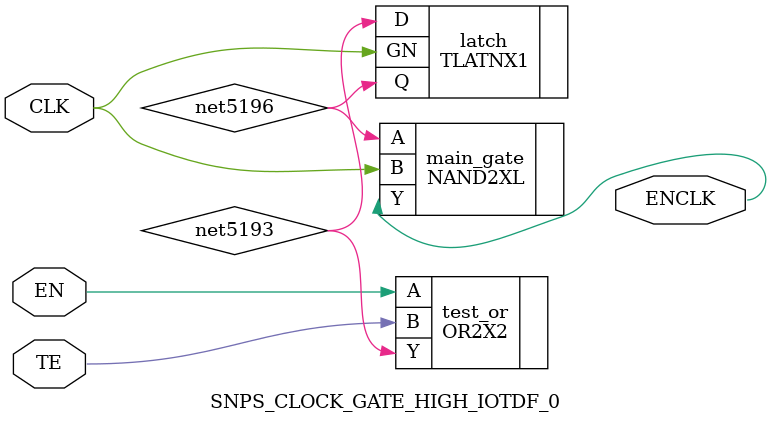
<source format=v>


module IOTDF ( clk, rst, in_en, iot_in, fn_sel, busy, valid, iot_out );
  input [7:0] iot_in;
  input [2:0] fn_sel;
  output [127:0] iot_out;
  input clk, rst, in_en;
  output busy, valid;
  wire   N45, N46, N47, N49, N50, N59, Is_in_biggerthan_out1_w,
         Is_in_biggerthan_out2_w, Is_in_biggerthan_out1_r,
         Is_in_biggerthan_out2_r, N1079, N1081, N1083, N1085, N1087, N1089,
         N1091, N1093, N1095, N1097, N1099, N1101, N1102, N1106, N1108, N1109,
         N1114, N1115, N1121, net5204, net5211, net5217, net5223, net5229,
         net5235, net5241, net5247, net5253, net5259, net5265, net5271,
         net5277, net5283, net5289, net5295, net5301, net5307, net5313,
         net5319, net5325, net5331, net5337, net5343, n1965, n1966, n1967,
         n1968, n1969, n1970, n1971, n1972, n1973, n1974, n1975, n1976, n1977,
         n1978, n1979, n1980, n1981, n1982, n1983, n1984, n1985, n1986, n1987,
         n1988, n1989, n1990, n1991, n1992, n1993, n1994, n1995, n1996, n1997,
         n1998, n1999, n2000, n2001, n2002, n2003, n2004, n2005, n2006, n2007,
         n2008, n2009, n2010, n2011, n2012, n2013, n2014, n2015, n2016, n2017,
         n2018, n2019, n2020, n2021, n2022, n2023, n2024, n2025, n2026, n2027,
         n2028, n2029, n2030, n2031, n2032, n2033, n2034, n2035, n2036, n2037,
         n2038, n2039, n2040, n2041, n2042, n2043, n2044, n2045, n2046, n2047,
         n2048, n2049, n2050, n2051, n2052, n2053, n2054, n2055, n2056, n2057,
         n2058, n2059, n2060, n2061, n2062, n2063, n2064, n2065, n2066, n2067,
         n2068, n2069, n2070, n2071, n2072, n2073, n2074, n2075, n2076, n2077,
         n2078, n2079, n2080, n2081, n2082, n2083, n2084, n2085, n2086, n2087,
         n2088, n2089, n2090, n2091, n2092, n2093, n2094, n2095, n2096, n2097,
         n2098, n2099, n2100, n2101, n2102, n2103, n2104, n2105, n2106, n2107,
         n2108, n2109, n2110, n2111, n2112, n2113, n2114, n2115, n2116, n2117,
         n2118, n2119, n2120, n2121, n2122, n2123, n2124, n2125, n2126, n2127,
         n2128, n2129, n2130, n2131, n2132, n2133, n2134, n2135, n2136, n2137,
         n2138, n2139, n2140, n2141, n2142, n2143, n2144, n2145, n2146, n2147,
         n2148, n2149, n2150, n2151, n2152, n2153, n2154, n2155, n2156, n2157,
         n2158, n2159, n2160, n2161, n2162, n2163, n2164, n2165, n2166, n2167,
         n2168, n2169, n2170, n2171, n2172, n2173, n2174, n2175, n2176, n2177,
         n2178, n2179, n2180, n2181, n2182, n2183, n2184, n2185, n2186, n2187,
         n2188, n2189, n2190, n2191, n2192, n2193, n2194, n2195, n2196, n2197,
         n2198, n2199, n2200, n2201, n2202, n2203, n2204, n2205, n2206, n2207,
         n2208, n2209, n2210, n2211, n2212, n2213, n2214, n2215, n2216, n2217,
         n2218, n2219, n2220, n2221, n2222, n2223, n2226, net5211_inv, n2228,
         n2229, n2230, n2231, n2232, n2233, n2234, n2235, n2236, n2237, n2238,
         n2239, n2240, n2241, n2242, n2243, n2244, n2245, n2246, n2247, n2248,
         n2249, n2253, n2254, n2257, n2258, n2259, n2260, n2261, n2262, n2263,
         n2264, n2265, n2266, n2267, n2268, n2269, n2270, n2271, n2272, n2273,
         n2274, n2275, n2276, n2277, n2278, n2279, n2280, n2281, n2282, n2283,
         n2284, n2285, n2286, n2287, n2288, n2289, n2290, n2291, n2292, n2293,
         n2294, n2295, n2296, n2297, n2298, n2299, n2300, n2301, n2302, n2303,
         n2304, n2305, n2306, n2307, n2308, n2309, n2310, n2311, n2312, n2313,
         n2314, n2315, n2316, n2317, n2318, n2319, n2320, n2321, n2322, n2323,
         n2324, n2325, n2326, n2327, n2328, n2329, n2330, n2331, n2332, n2333,
         n2334, n2335, n2336, n2337, n2338, n2339, n2340, n2341, n2342, n2343,
         n2344, n2345, n2346, n2347, n2348, n2349, n2350, n2351, n2352, n2353,
         n2354, n2355, n2356, n2357, n2358, n2359, n2360, n2361, n2362, n2363,
         n2364, n2365, n2366, n2367, n2368, n2369, n2370, n2371, n2372, n2373,
         n2374, n2375, n2376, n2377, n2378, n2379, n2380, n2381, n2382, n2383,
         n2384, n2385, n2386, n2387, n2388, n2389, n2390, n2391, n2392, n2393,
         n2394, n2395, n2396, n2397, n2398, n2399, n2400, n2401, n2402, n2403,
         n2404, n2405, n2406, n2407, n2408, n2409, n2410, n2411, n2412, n2413,
         n2414, n2415, n2416, n2417, n2418, n2419, n2420, n2421, n2422, n2423,
         n2424, n2425, n2426, n2427, n2428, n2429, n2430, n2431, n2432, n2433,
         n2434, n2435, n2436, n2437, n2438, n2439, n2440, n2441, n2442, n2443,
         n2444, n2445, n2446, n2447, n2448, n2449, n2450, n2451, n2452, n2453,
         n2454, n2455, n2456, n2457, n2458, n2459, n2460, n2461, n2462, n2463,
         n2464, n2465, n2466, n2467, n2468, n2469, n2470, n2471, n2472, n2473,
         n2474, n2475, n2476, n2477, n2478, n2479, n2480, n2481, n2482, n2483,
         n2484, n2485, n2486, n2487, n2488, n2489, n2490, n2491, n2492, n2493,
         n2494, n2495, n2496, n2497, n2498, n2499, n2500, n2501, n2502, n2503,
         n2504, n2505, n2506, n2507, n2508, n2509, n2510, n2511, n2512, n2513,
         n2514, n2515, n2516, n2517, n2518, n2519, n2520, n2521, n2522, n2523,
         n2524, n2525, n2526, n2527, n2528, n2529, n2530, n2531, n2532, n2533,
         n2534, n2535, n2536, n2537, n2538, n2539, n2540, n2541, n2542, n2543,
         n2544, n2545, n2546, n2547, n2548, n2549, n2550, n2551, n2552, n2553,
         n2554, n2555, n2556, n2557, n2558, n2559, n2560, n2561, n2562, n2563,
         n2564, n2565, n2566, n2567, n2568, n2569, n2570, n2571, n2572, n2573,
         n2574, n2575, n2576, n2577, n2578, n2579, n2580, n2581, n2582, n2583,
         n2584, n2585, n2586, n2587, n2588, n2589, n2590, n2591, n2592, n2593,
         n2594, n2595, n2596, n2597, n2598, n2599, n2600, n2601, n2602, n2603,
         n2604, n2605, n2606, n2607, n2608, n2609, n2610, n2611, n2612, n2613,
         n2614, n2615, n2616, n2617, n2618, n2619, n2620, n2621, n2622, n2623,
         n2624, n2625, n2626, n2627, n2628, n2629, n2630, n2631, n2632, n2633,
         n2634, n2635, n2636, n2637, n2638, n2639, n2640, n2641, n2642, n2643,
         n2644, n2645, n2646, n2647, n2648, n2649, n2650, n2651, n2652, n2653,
         n2654, n2655, n2656, n2657, n2658, n2659, n2660, n2661, n2662, n2663,
         n2664, n2665, n2666, n2667, n2668, n2669, n2670, n2671, n2672, n2673,
         n2674, n2675, n2676, n2677, n2678, n2679, n2680, n2681, n2682, n2683,
         n2684, n2685, n2686, n2687, n2688, n2689, n2690, n2691, n2692, n2693,
         n2694, n2695, n2696, n2697, n2698, n2699, n2700, n2701, n2702, n2703,
         n2704, n2705, n2706, n2707, n2708, n2709, n2710, n2711, n2712, n2713,
         n2714, n2715, n2716, n2717, n2718, n2719, n2720, n2721, n2722, n2723,
         n2724, n2725, n2726, n2727, n2728, n2729, n2730, n2731, n2732, n2733,
         n2734, n2735, n2736, n2737, n2738, n2739, n2740, n2741, n2742, n2743,
         n2744, n2745, n2746, n2747, n2748, n2749, n2750, n2751, n2752, n2753,
         n2754, n2755, n2756, n2757, n2758, n2759, n2760, n2761, n2762, n2763,
         n2764, n2765, n2766, n2767, n2768, n2769, n2770, n2771, n2772, n2773,
         n2774, n2775, n2776, n2777, n2778, n2779, n2780, n2782, n2783, n2784,
         n2785, n2786, n2787, n2788, n2789, n2790, n2791, n2792, n2793, n2794,
         n2795, n2796, n2797, n2798, n2799, n2800, n2801, n2802, n2803, n2804,
         n2805, n2806, n2807, n2808, n2809, n2810, n2811, n2812, n2813, n2814,
         n2815, n2816, n2817, n2818, n2819, n2820, n2821, n2822, n2823, n2824,
         n2825, n2826, n2827, n2828, n2829, n2830, n2831, n2832, n2833, n2834,
         n2835, n2836, n2837, n2838, n2839, n2840, n2841, n2842, n2843, n2844,
         n2845, n2846, n2847, n2848, n2849, n2850, n2851, n2852, n2853, n2854,
         n2855, n2856, n2857, n2858, n2859, n2860, n2861, n2862, n2863, n2864,
         n2865, n2866, n2867, n2868, n2869, n2870, n2871, n2872, n2873, n2874,
         n2875, n2876, n2877, n2878, n2879, n2880, n2881, n2882, n2883, n2884,
         n2885, n2886, n2887, n2888, n2889, n2890, n2891, n2892, n2893, n2894,
         n2895, n2896, n2897, n2898, n2899, n2900, n2901, n2902, n2903, n2904,
         n2905, n2906, n2907, n2908, n2909, n2910, n2911, n2912, n2913, n2914,
         n2915, n2916, n2917, n2918, n2919, n2920, n2921, n2922, n2923, n2924,
         n2925, n2926, n2927, n2928, n2929, n2930, n2931, n2932, n2933, n2934,
         n2935, n2936, n2937, n2938, n2940, n2941, n2942, n2943, n2944, n2945,
         n2946, n2947, n2948, n2949, n2950, n2951, n2952, n2953, n2954, n2955,
         n2956, n2957, n2958, n2959, n2960, n2961, n2962, n2963, n2964, n2965,
         n2966, n2967, n2968, n2969, n2970, n2971, n2972, n2973, n2974, n2975,
         n2976, n2977, n2978, n2979, n2980, n2981, n2982, n2983, n2984, n2985,
         n2986, n2987, n2988, n2989, n2990, n2991, n2992, n2993, n2994, n2995,
         n2996, n2997, n2998, n2999, n3000, n3001, n3002, n3003, n3004, n3005,
         n3006, n3007, n3008, n3009, n3010, n3011, n3012, n3013, n3014, n3015,
         n3016, n3017, n3018, n3019, n3020, n3021, n3022, n3023, n3024, n3025,
         n3026, n3027, n3028, n3029, n3030, n3031, n3032, n3033, n3034, n3035,
         n3036, n3037, n3038, n3039, n3040, n3041, n3042, n3043, n3044, n3045,
         n3046, n3047, n3048, n3049, n3050, n3051, n3052, n3053, n3054, n3055,
         n3056, n3057, n3058, n3059, n3060, n3061, n3062, n3063, n3064, n3065,
         n3066, n3067, n3068, n3069, n3070, n3071, n3072, n3073, n3074, n3075,
         n3076, n3077, n3078, n3079, n3080, n3081, n3082, n3083, n3084, n3085,
         n3086, n3087, n3088, n3089, n3090, n3091, n3092, n3093, n3094, n3095,
         n3096, n3097, n3098, n3099, n3100, n3101, n3102, n3103, n3104, n3105,
         n3106, n3107, n3108, n3109, n3110, n3111, n3112, n3113, n3114, n3115,
         n3116, n3117, n3118, n3119, n3120, n3121, n3122, n3123, n3124, n3125,
         n3126, n3127, n3128, n3129, n3130, n3131, n3132, n3133, n3134, n3135,
         n3136, n3137, n3138, n3139, n3140, n3141, n3142, n3143, n3144, n3145,
         n3146, n3147, n3148, n3149, n3150, n3151, n3152, n3153, n3154, n3155,
         n3156, n3157, n3158, n3159, n3160, n3161, n3162, n3163, n3164, n3165,
         n3166, n3167, n3168, n3169, n3170, n3171, n3172, n3173, n3174, n3175,
         n3176, n3177, n3178, n3179, n3180, n3181, n3182, n3183, n3184, n3185,
         n3186, n3187, n3188, n3189, n3190, n3191, n3192, n3193, n3194, n3195,
         n3196, n3197, n3198, n3199, n3200, n3201, n3202, n3203, n3204, n3205,
         n3206, n3207, n3208, n3209, n3210, n3211, n3212, n3213, n3214, n3215,
         n3216, n3217, n3218, n3219, n3220, n3221, n3222, n3223, n3224, n3225,
         n3226, n3227, n3228, n3229, n3230, n3231, n3232, n3233, n3234, n3235,
         n3236, n3237, n3238, n3239, n3240, n3241, n3242, n3243, n3244, n3245,
         n3246, n3247, n3248, n3249, n3250, n3251, n3252, n3253, n3254, n3255,
         n3256, n3257, n3258, n3259, n3260, n3261, n3262, n3263, n3264, n3265,
         n3266, n3267, n3268, n3269, n3270, n3271, n3272, n3273, n3274, n3275,
         n3276, n3277, n3278, n3279, n3280, n3281, n3282, n3283, n3284, n3285,
         n3286, n3287, n3288, n3289, n3290, n3291, n3292, n3293, n3294, n3295,
         n3296, n3297, n3298, n3299, n3300, n3301, n3302, n3303, n3304, n3305,
         n3306, n3307, n3308, n3309, n3310, n3311, n3312, n3313, n3314, n3315,
         n3316, n3317, n3318, n3319, n3320, n3321, n3322, n3323, n3324, n3325,
         n3326, n3327, n3328, n3329, n3330, n3331, n3332, n3333, n3334, n3335,
         n3336, n3337, n3338, n3339, n3340, n3341, n3342, n3343, n3344, n3345,
         n3346, n3347, n3348, n3349, n3350, n3351, n3352, n3353, n3354, n3355,
         n3356, n3357, n3358, n3359, n3360, n3361, n3362, n3363, n3364, n3365,
         n3366, n3367, n3368, n3369, n3370, n3371, n3372, n3373, n3374, n3375,
         n3376, n3377, n3378, n3379, n3380, n3381, n3382, n3383, n3384, n3385,
         n3386, n3387, n3388, n3389, n3390, n3391, n3392, n3393, n3394, n3395,
         n3396, n3397, n3398, n3399, n3400, n3401, n3402, n3403, n3404, n3405,
         n3406, n3407, n3408, n3409, n3410, n3411, n3412, n3413, n3414, n3415,
         n3416, n3417, n3418, n3419, n3420, n3421, n3422, n3423, n3424, n3425,
         n3426, n3427, n3428, n3429, n3430, n3431, n3432, n3433, n3434, n3435,
         n3436, n3437, n3438, n3439, n3440, n3441, n3442, n3443, n3444, n3445,
         n3446, n3447, n3448, n3449, n3450, n3451, n3452, n3453, n3454, n3455,
         n3456, n3457, n3458, n3459, n3460, n3461, n3462, n3463, n3464, n3465,
         n3466, n3467, n3468, n3469, n3470, n3471, n3472, n3473, n3474, n3475,
         n3476, n3477, n3478, n3479, n3480, n3481, n3482, n3483, n3484, n3485,
         n3486, n3487, n3488, n3489, n3490, n3491, n3492, n3493, n3494, n3495,
         n3496, n3497, n3498, n3499, n3500, n3501, n3502, n3503, n3504, n3505,
         n3506, n3507, n3508, n3509, n3510, n3511, n3512, n3513, n3514, n3515,
         n3516, n3517, n3518, n3519, n3520, n3521, n3522, n3523, n3524, n3525,
         n3526, n3527, n3528, n3529, n3530, n3531, n3532, n3533, n3534, n3535,
         n3536, n3537, n3538, n3539, n3540, n3541, n3542, n3543, n3544, n3545,
         n3546, n3547, n3548, n3549, n3550, n3551, n3552, n3553, n3554, n3555,
         n3556, n3557, n3558, n3559, n3560, n3561, n3562, n3563, n3564, n3565,
         n3566, n3567, n3568, n3569, n3570, n3571, n3572, n3573, n3574, n3575,
         n3576, n3577, n3578, n3579, n3580, n3581, n3582, n3583, n3584, n3585,
         n3586, n3587, n3588, n3589, n3590, n3591, n3592, n3593, n3594, n3595,
         n3596, n3597, n3598, n3599, n3600, n3601, n3602, n3603, n3604, n3605,
         n3606, n3607, n3608, n3609, n3610, n3611, n3612, n3613, n3614, n3615,
         n3616, n3617, n3618, n3619, n3620, n3621, n3622, n3623, n3624, n3625,
         n3626, n3627, n3628, n3629, n3630, n3631, n3632, n3633, n3634, n3635,
         n3636, n3637, n3638, n3639, n3640, n3641, n3642, n3643, n3644, n3645,
         n3646, n3647, n3648, n3649, n3650, n3651, n3652, n3653, n3654, n3655,
         n3656, n3657, n3658, n3659, n3660, n3661, n3662, n3663, n3664, n3665,
         n3666, n3667, n3668, n3669, n3670, n3671, n3672, n3673, n3674, n3675,
         n3676, n3677, n3678, n3679, n3680, n3681, n3682, n3683, n3684, n3685,
         n3686, n3687, n3688, n3689, n3690, n3691, n3692, n3693, n3694, n3695,
         n3696, n3697, n3698, n3699, n3700, n3701, n3702, n3703, n3704, n3705,
         n3706, n3707, n3708, n3709, n3710, n3711, n3712, n3713, n3714, n3715,
         n3716, n3717, n3718, n3719, n3720, n3721, n3722, n3723, n3724, n3725,
         n3726, n3727, n3728, n3729, n3730, n3731, n3732, n3733, n3734, n3735,
         n3736, n3737, n3738, n3739, n3740, n3741, n3742, n3743, n3744, n3745,
         n3746, n3747, n3748, n3749, n3750, n3751, n3752, n3753, n3754, n3755,
         n3756, n3757, n3758, n3759, n3760, n3761, n3762, n3763, n3764, n3765,
         n3766, n3767, n3768, n3769, n3770, n3771, n3772, n3773, n3774, n3775,
         n3776, n3777, n3778, n3779, n3780, n3781, n3782, n3783, n3784, n3785,
         n3786, n3787, n3788, n3789, n3790, n3791, n3792, n3793, n3794, n3795,
         n3796, n3797, n3798, n3799, n3800, n3801, n3802, n3803, n3804, n3805,
         n3806, n3807, n3808, n3809, n3810, n3811, n3812, n3813, n3814, n3815,
         n3816, n3817, n3818, n3819, n3820, n3821, n3822, n3823, n3824, n3825,
         n3826, n3827, n3828, n3829, n3830, n3831, n3832, n3833, n3834, n3835,
         n3836, n3837, n3838, n3839, n3840, n3841, n3842, n3843, n3844, n3845,
         n3846, n3847, n3848, n3849, n3850, n3851, n3852, n3853, n3854, n3855,
         n3856, n3857, n3858, n3859, n3860, n3861, n3862, n3863, n3864, n3865,
         n3866, n3867, n3868, n3869, n3870, n3871, n3872, n3873, n3874, n3875,
         n3876, n3877, n3878, n3879, n3880, n3881, n3882, n3883, n3884, n3885,
         n3886, n3887, n3888, n3889, n3890, n3891, n3892, n3893, n3894, n3895,
         n3896, n3897, n3898, n3899, n3900, n3901, n3902, n3903, n3904, n3905,
         n3906, n3907, n3908, n3909, n3910, n3911, n3912, n3913, n3914, n3915,
         n3916, n3917, n3918, n3919, n3920, n3921, n3922, n3923, n3924, n3925,
         n3926, n3927, n3928, n3929, n3930, n3931, n3932, n3933, n3934, n3935,
         n3936, n3937, n3938, n3939, n3940, n3941, n3942, n3943, n3944, n3945,
         n3946, n3947, n3948, n3949, n3950, n3951, n3952, n3953, n3954, n3955,
         n3956, n3957, n3958, n3959, n3960, n3961, n3962, n3963, n3964, n3965,
         n3966, n3967, n3968, n3969, n3970, n3971, n3972, n3973, n3974, n3975,
         n3976, n3977, n3978, n3979, n3980, n3981, n3982, n3983, n3984, n3985,
         n3986, n3987, n3988, n3989, n3990, n3991, n3992, n3993, n3994, n3995,
         n3996, n3997, n3998, n3999, n4000, n4001, n4002, n4003, n4004, n4005,
         n4006, n4007, n4008, n4009, n4010, n4011, n4012, n4013, n4014, n4015,
         n4016, n4017, n4018, n4019, n4020, n4021, n4022, n4023, n4024, n4025,
         n4026, n4027, n4028, n4029, n4030, n4031, n4032, n4033, n4034, n4035,
         n4036, n4037, n4038, n4039, n4040, n4041, n4042, n4043, n4044, n4045,
         n4046, n4048, n4049, n4050, n4051, n4052, n4053, n4054, n4055, n4056,
         n4057, n4058, n4059, n4060, n4061, n4062, n4063, n4064, n4065, n4066,
         n4067, n4068, n4069, n4070, n4071, n4072, n4073, n4074, n4075, n4076,
         n4077, n4078, n4079, n4080, n4081, n4082, n4083, n4084, n4085, n4086,
         n4087, n4088, n4089, n4090, n4091, n4092, n4093, n4094, n4095, n4096,
         n4097, n4098, n4099, n4100, n4101, n4102, n4103, n4104, n4105, n4106,
         n4107, n4108, n4109, n4110, n4111, n4112, n4113, n4114, n4115, n4116,
         n4117, n4118, n4119, n4120, n4121, n4122, n4123, n4124, n4125, n4126,
         n4127, n4128, n4129, n4130, n4131, n4132, n4133, n4134, n4135, n4136,
         n4137, n4138, n4139, n4140, n4141, n4142, n4143, n4144, n4145, n4146,
         n4147, n4148, n4149, n4150, n4151, n4152, n4153, n4154, n4155, n4156,
         n4157, n4158, n4159, n4160, n4161, n4162, n4163, n4164, n4165, n4166,
         n4167, n4168, n4169, n4170, n4171, n4172, n4173, n4174, n4175, n4176,
         n4177, n4178, n4179, n4180, n4181, n4182, n4183, n4184, n4185, n4186,
         n4187, n4188, n4189, n4190, n4191, n4192, n4193, n4194, n4195, n4196,
         n4197, n4198, n4199, n4200, n4201, n4202, n4203, n4204, n4205, n4206,
         n4207, n4208, n4209, n4210, n4211, n4212, n4213, n4214, n4215, n4216,
         n4217, n4218, n4219, n4220, n4221, n4222, n4223, n4224, n4225, n4226,
         n4227, n4228, n4229, n4230, n4231, n4232, n4233, n4234, n4235, n4236,
         n4237, n4238, n4239, n4240, n4241, n4242, n4243, n4244, n4245, n4246,
         n4247, n4248, n4249, n4250, n4251, n4252, n4253, n4254, n4255, n4256,
         n4257, n4258, n4259, n4260, n4261, n4262, n4263, n4264, n4265, n4266,
         n4267, n4268, n4269, n4270, n4271, n4272, n4273, n4274, n4275, n4276,
         n4277, n4278, n4279, n4280, n4281, n4282, n4283, n4284, n4285, n4286,
         n4287, n4288, n4289, n4290, n4291, n4292, n4293, n4294, n4295, n4296,
         n4297, n4298, n4299, n4300, n4301, n4305, n4306;
  wire   [2:0] fn_sel_r;
  wire   [3:0] cnt_read_r;
  wire   [127:0] iot_out1_r;
  wire   [127:0] iot_out2_r;
  wire   [2:1] cnt_round_r;
  wire   [1:0] start_output_flag_r;
  wire   [127:0] iot_in_r;

  DFFRX1 cnt_round_r_reg_0_ ( .D(n4296), .CK(net5211_inv), .RN(n1965), .QN(
        n4296) );
  DFFRX1 cnt_round_r_reg_1_ ( .D(N49), .CK(net5211_inv), .RN(n1965), .Q(
        cnt_round_r[1]), .QN(n4299) );
  DFFRX1 cnt_round_r_reg_2_ ( .D(N50), .CK(net5211_inv), .RN(n1965), .Q(
        cnt_round_r[2]) );
  DFFRX1 start_output_flag_r_reg_0_ ( .D(n1967), .CK(net5211_inv), .RN(n1965), 
        .Q(start_output_flag_r[0]) );
  DFFRX1 start_output_flag_r_reg_1_ ( .D(n1966), .CK(net5211_inv), .RN(n1965), 
        .Q(start_output_flag_r[1]) );
  DFFQX1 iot_in_r_reg_65_ ( .D(iot_in[1]), .CK(n2236), .Q(iot_in_r[65]) );
  DFFQX1 iot_in_r_reg_64_ ( .D(n2254), .CK(n2236), .Q(iot_in_r[64]) );
  DFFQX1 iot_in_r_reg_63_ ( .D(n2268), .CK(n2237), .Q(iot_in_r[63]) );
  DFFQX1 iot_in_r_reg_62_ ( .D(n2266), .CK(n2237), .Q(iot_in_r[62]) );
  DFFQX1 iot_in_r_reg_61_ ( .D(n2264), .CK(n2237), .Q(iot_in_r[61]) );
  DFFQX1 iot_in_r_reg_60_ ( .D(n2262), .CK(n2237), .Q(iot_in_r[60]) );
  DFFQX1 iot_in_r_reg_59_ ( .D(n2260), .CK(n2237), .Q(iot_in_r[59]) );
  DFFQX1 iot_in_r_reg_58_ ( .D(n2258), .CK(n2237), .Q(iot_in_r[58]) );
  DFFQX1 iot_in_r_reg_57_ ( .D(iot_in[1]), .CK(n2237), .Q(iot_in_r[57]) );
  DFFQX1 iot_in_r_reg_56_ ( .D(n2254), .CK(n2237), .Q(iot_in_r[56]) );
  DFFQX1 iot_in_r_reg_55_ ( .D(n2268), .CK(n2238), .Q(iot_in_r[55]) );
  DFFQX1 iot_in_r_reg_54_ ( .D(n2266), .CK(n2238), .Q(iot_in_r[54]) );
  DFFQX1 iot_in_r_reg_53_ ( .D(n2264), .CK(n2238), .Q(iot_in_r[53]) );
  DFFQX1 iot_in_r_reg_52_ ( .D(n2262), .CK(n2238), .Q(iot_in_r[52]) );
  DFFQX1 iot_in_r_reg_51_ ( .D(n2260), .CK(n2238), .Q(iot_in_r[51]) );
  DFFQX1 iot_in_r_reg_50_ ( .D(n2258), .CK(n2238), .Q(iot_in_r[50]) );
  DFFQX1 iot_in_r_reg_49_ ( .D(n4306), .CK(n2238), .Q(iot_in_r[49]) );
  DFFQX1 iot_in_r_reg_48_ ( .D(n2254), .CK(n2238), .Q(iot_in_r[48]) );
  DFFQX1 iot_in_r_reg_47_ ( .D(n2268), .CK(n2239), .Q(iot_in_r[47]) );
  DFFQX1 iot_in_r_reg_46_ ( .D(n2266), .CK(n2239), .Q(iot_in_r[46]) );
  DFFQX1 iot_in_r_reg_45_ ( .D(n2264), .CK(n2239), .Q(iot_in_r[45]) );
  DFFQX1 iot_in_r_reg_44_ ( .D(n2262), .CK(n2239), .Q(iot_in_r[44]) );
  DFFQX1 iot_in_r_reg_43_ ( .D(n2260), .CK(n2239), .Q(iot_in_r[43]) );
  DFFQX1 iot_in_r_reg_42_ ( .D(n2258), .CK(n2239), .Q(iot_in_r[42]) );
  DFFQX1 iot_in_r_reg_41_ ( .D(n4306), .CK(n2239), .Q(iot_in_r[41]) );
  DFFQX1 iot_in_r_reg_40_ ( .D(n2254), .CK(n2239), .Q(iot_in_r[40]) );
  DFFQX1 iot_in_r_reg_39_ ( .D(n2268), .CK(n2240), .Q(iot_in_r[39]) );
  DFFQX1 iot_in_r_reg_38_ ( .D(n2266), .CK(n2240), .Q(iot_in_r[38]) );
  DFFQX1 iot_in_r_reg_37_ ( .D(n2264), .CK(n2240), .Q(iot_in_r[37]) );
  DFFQX1 iot_in_r_reg_36_ ( .D(n2262), .CK(n2240), .Q(iot_in_r[36]) );
  DFFQX1 iot_in_r_reg_35_ ( .D(n2260), .CK(n2240), .Q(iot_in_r[35]) );
  DFFQX1 iot_in_r_reg_34_ ( .D(n2258), .CK(n2240), .Q(iot_in_r[34]) );
  DFFQX1 iot_in_r_reg_33_ ( .D(n4306), .CK(n2240), .Q(iot_in_r[33]) );
  DFFQX1 iot_in_r_reg_32_ ( .D(n2254), .CK(n2240), .Q(iot_in_r[32]) );
  DFFQX1 iot_in_r_reg_31_ ( .D(n2268), .CK(n2241), .Q(iot_in_r[31]) );
  DFFQX1 iot_in_r_reg_30_ ( .D(n2266), .CK(n2241), .Q(iot_in_r[30]) );
  DFFQX1 iot_in_r_reg_29_ ( .D(n2264), .CK(n2241), .Q(iot_in_r[29]) );
  DFFQX1 iot_in_r_reg_28_ ( .D(n2262), .CK(n2241), .Q(iot_in_r[28]) );
  DFFQX1 iot_in_r_reg_27_ ( .D(n2260), .CK(n2241), .Q(iot_in_r[27]) );
  DFFQX1 iot_in_r_reg_26_ ( .D(n2258), .CK(n2241), .Q(iot_in_r[26]) );
  DFFQX1 iot_in_r_reg_25_ ( .D(n4306), .CK(n2241), .Q(iot_in_r[25]) );
  DFFQX1 iot_in_r_reg_24_ ( .D(n2254), .CK(n2241), .Q(iot_in_r[24]) );
  DFFQX1 iot_in_r_reg_23_ ( .D(n2268), .CK(n2242), .Q(iot_in_r[23]) );
  DFFQX1 iot_in_r_reg_22_ ( .D(n2266), .CK(n2242), .Q(iot_in_r[22]) );
  DFFQX1 iot_in_r_reg_21_ ( .D(n2264), .CK(n2242), .Q(iot_in_r[21]) );
  DFFQX1 iot_in_r_reg_20_ ( .D(n2262), .CK(n2242), .Q(iot_in_r[20]) );
  DFFQX1 iot_in_r_reg_19_ ( .D(n2260), .CK(n2242), .Q(iot_in_r[19]) );
  DFFQX1 iot_in_r_reg_18_ ( .D(n2258), .CK(n2242), .Q(iot_in_r[18]) );
  DFFQX1 iot_in_r_reg_17_ ( .D(n4306), .CK(n2242), .Q(iot_in_r[17]) );
  DFFQX1 iot_in_r_reg_16_ ( .D(n2254), .CK(n2242), .Q(iot_in_r[16]) );
  DFFQX1 iot_in_r_reg_15_ ( .D(n2268), .CK(n2243), .Q(iot_in_r[15]) );
  DFFQX1 iot_in_r_reg_14_ ( .D(n2266), .CK(n2243), .Q(iot_in_r[14]) );
  DFFQX1 iot_in_r_reg_13_ ( .D(n2264), .CK(n2243), .Q(iot_in_r[13]) );
  DFFQX1 iot_in_r_reg_12_ ( .D(n2262), .CK(n2243), .Q(iot_in_r[12]) );
  DFFQX1 iot_in_r_reg_11_ ( .D(n2260), .CK(n2243), .Q(iot_in_r[11]) );
  DFFQX1 iot_in_r_reg_10_ ( .D(n2258), .CK(n2243), .Q(iot_in_r[10]) );
  DFFQX1 iot_in_r_reg_9_ ( .D(n4306), .CK(n2243), .Q(iot_in_r[9]) );
  DFFQX1 iot_in_r_reg_8_ ( .D(n2254), .CK(n2243), .Q(iot_in_r[8]) );
  DFFQX1 iot_in_r_reg_7_ ( .D(n2268), .CK(n2244), .Q(iot_in_r[7]) );
  DFFQX1 iot_in_r_reg_6_ ( .D(n2266), .CK(n2244), .Q(iot_in_r[6]) );
  DFFQX1 iot_in_r_reg_5_ ( .D(n2264), .CK(n2244), .Q(iot_in_r[5]) );
  DFFQX1 iot_in_r_reg_4_ ( .D(n2262), .CK(n2244), .Q(iot_in_r[4]) );
  DFFQX1 iot_in_r_reg_3_ ( .D(n2260), .CK(n2244), .Q(iot_in_r[3]) );
  DFFQX1 iot_in_r_reg_2_ ( .D(n2258), .CK(n2244), .Q(iot_in_r[2]) );
  DFFQX1 iot_in_r_reg_0_ ( .D(n2254), .CK(n2244), .Q(iot_in_r[0]) );
  DFFQX1 Is_in_biggerthan_out1_r_reg ( .D(Is_in_biggerthan_out1_w), .CK(n2228), 
        .Q(Is_in_biggerthan_out1_r) );
  DFFQX1 iot_out1_r_reg_64_ ( .D(n1968), .CK(n2246), .Q(iot_out1_r[64]) );
  DFFQX1 iot_out1_r_reg_65_ ( .D(n1969), .CK(n2246), .Q(iot_out1_r[65]) );
  DFFQX1 iot_out1_r_reg_66_ ( .D(n1970), .CK(n2246), .Q(iot_out1_r[66]) );
  DFFQX1 iot_out1_r_reg_67_ ( .D(n1971), .CK(n2246), .Q(iot_out1_r[67]) );
  DFFQX1 iot_out1_r_reg_68_ ( .D(n1972), .CK(n2246), .Q(iot_out1_r[68]) );
  DFFQX1 iot_out1_r_reg_69_ ( .D(n1973), .CK(n2246), .Q(iot_out1_r[69]) );
  DFFQX1 iot_out1_r_reg_70_ ( .D(n1974), .CK(n2246), .Q(iot_out1_r[70]) );
  DFFQX1 iot_out2_r_reg_16_ ( .D(n2056), .CK(n2249), .Q(iot_out2_r[16]) );
  DFFQX1 Is_in_biggerthan_out2_r_reg ( .D(Is_in_biggerthan_out2_w), .CK(n2228), 
        .Q(Is_in_biggerthan_out2_r) );
  DFFQX1 iot_out2_r_reg_70_ ( .D(n2110), .CK(n2248), .Q(iot_out2_r[70]) );
  DFFQX1 iot_out2_r_reg_69_ ( .D(n2109), .CK(n2248), .Q(iot_out2_r[69]) );
  DFFQX1 iot_out2_r_reg_68_ ( .D(n2108), .CK(n2248), .Q(iot_out2_r[68]) );
  DFFQX1 iot_out2_r_reg_67_ ( .D(n2107), .CK(n2248), .Q(iot_out2_r[67]) );
  DFFQX1 iot_out2_r_reg_66_ ( .D(n2106), .CK(n2248), .Q(iot_out2_r[66]) );
  DFFQX1 iot_out2_r_reg_65_ ( .D(n2105), .CK(n2248), .Q(iot_out2_r[65]) );
  DFFQX1 iot_out2_r_reg_64_ ( .D(n2104), .CK(n2248), .Q(iot_out2_r[64]) );
  DFFQX1 iot_out1_r_reg_120_ ( .D(n2177), .CK(n2245), .Q(iot_out1_r[120]) );
  DFFQX1 iot_out2_r_reg_120_ ( .D(n2160), .CK(n2248), .Q(iot_out2_r[120]) );
  DFFQX1 iot_out1_r_reg_121_ ( .D(n2176), .CK(n2245), .Q(iot_out1_r[121]) );
  DFFQX1 iot_out2_r_reg_121_ ( .D(n2161), .CK(n2248), .Q(iot_out2_r[121]) );
  DFFQX1 iot_out1_r_reg_122_ ( .D(n2175), .CK(n2245), .Q(iot_out1_r[122]) );
  DFFQX1 iot_out2_r_reg_122_ ( .D(n2162), .CK(n2248), .Q(iot_out2_r[122]) );
  DFFQX1 iot_out1_r_reg_123_ ( .D(n2174), .CK(n2245), .Q(iot_out1_r[123]) );
  DFFQX1 iot_out2_r_reg_123_ ( .D(n2163), .CK(n2248), .Q(iot_out2_r[123]) );
  DFFQX1 iot_out1_r_reg_124_ ( .D(n2173), .CK(n2245), .Q(iot_out1_r[124]) );
  DFFQX1 iot_out2_r_reg_124_ ( .D(n2164), .CK(n2248), .Q(iot_out2_r[124]) );
  DFFQX1 iot_out1_r_reg_125_ ( .D(n2172), .CK(n2245), .Q(iot_out1_r[125]) );
  DFFQX1 iot_out2_r_reg_125_ ( .D(n2165), .CK(n2248), .Q(iot_out2_r[125]) );
  DFFQX1 iot_out1_r_reg_126_ ( .D(n2171), .CK(n2245), .Q(iot_out1_r[126]) );
  DFFQX1 iot_out2_r_reg_126_ ( .D(n2166), .CK(n2248), .Q(iot_out2_r[126]) );
  DFFQX1 iot_out1_r_reg_127_ ( .D(n2170), .CK(n2245), .Q(iot_out1_r[127]) );
  DFFQX1 iot_out2_r_reg_127_ ( .D(n2167), .CK(n2248), .Q(iot_out2_r[127]) );
  DFFQX1 iot_out1_r_reg_71_ ( .D(n1975), .CK(n2246), .Q(iot_out1_r[71]) );
  DFFQX1 iot_out2_r_reg_71_ ( .D(n2111), .CK(n2248), .Q(iot_out2_r[71]) );
  DFFQX1 iot_out1_r_reg_72_ ( .D(n1976), .CK(n2246), .Q(iot_out1_r[72]) );
  DFFQX1 iot_out2_r_reg_72_ ( .D(n2112), .CK(n2248), .Q(iot_out2_r[72]) );
  DFFQX1 iot_out1_r_reg_79_ ( .D(n1983), .CK(n2246), .Q(iot_out1_r[79]) );
  DFFQX1 iot_out2_r_reg_79_ ( .D(n2119), .CK(n2248), .Q(iot_out2_r[79]) );
  DFFQX1 iot_out1_r_reg_78_ ( .D(n1982), .CK(n2246), .Q(iot_out1_r[78]) );
  DFFQX1 iot_out2_r_reg_78_ ( .D(n2118), .CK(n2248), .Q(iot_out2_r[78]) );
  DFFQX1 iot_out1_r_reg_76_ ( .D(n1980), .CK(n2246), .Q(iot_out1_r[76]) );
  DFFQX1 iot_out2_r_reg_76_ ( .D(n2116), .CK(n2248), .Q(iot_out2_r[76]) );
  DFFQX1 iot_out1_r_reg_74_ ( .D(n1978), .CK(n2246), .Q(iot_out1_r[74]) );
  DFFQX1 iot_out2_r_reg_74_ ( .D(n2114), .CK(n2248), .Q(iot_out2_r[74]) );
  DFFQX1 iot_out1_r_reg_73_ ( .D(n1977), .CK(n2246), .Q(iot_out1_r[73]) );
  DFFQX1 iot_out2_r_reg_73_ ( .D(n2113), .CK(n2248), .Q(iot_out2_r[73]) );
  DFFQX1 iot_out1_r_reg_75_ ( .D(n1979), .CK(n2246), .Q(iot_out1_r[75]) );
  DFFQX1 iot_out2_r_reg_75_ ( .D(n2115), .CK(n2248), .Q(iot_out2_r[75]) );
  DFFQX1 iot_out1_r_reg_77_ ( .D(n1981), .CK(n2246), .Q(iot_out1_r[77]) );
  DFFQX1 iot_out2_r_reg_77_ ( .D(n2117), .CK(n2248), .Q(iot_out2_r[77]) );
  DFFQX1 iot_out1_r_reg_5_ ( .D(n2218), .CK(n2247), .Q(iot_out1_r[5]) );
  DFFQX1 iot_out1_r_reg_37_ ( .D(n2195), .CK(n2247), .Q(iot_out1_r[37]) );
  DFFQX1 iot_out1_r_reg_93_ ( .D(n1997), .CK(n2246), .Q(iot_out1_r[93]) );
  DFFQX1 iot_out2_r_reg_93_ ( .D(n2133), .CK(n2248), .Q(iot_out2_r[93]) );
  DFFQX1 iot_out1_r_reg_92_ ( .D(n1996), .CK(n2246), .Q(iot_out1_r[92]) );
  DFFQX1 iot_out2_r_reg_92_ ( .D(n2132), .CK(n2248), .Q(iot_out2_r[92]) );
  DFFQX1 iot_out1_r_reg_94_ ( .D(n1998), .CK(n2246), .Q(iot_out1_r[94]) );
  DFFQX1 iot_out2_r_reg_94_ ( .D(n2134), .CK(n2248), .Q(iot_out2_r[94]) );
  DFFQX1 iot_out1_r_reg_95_ ( .D(n1999), .CK(n2246), .Q(iot_out1_r[95]) );
  DFFQX1 iot_out2_r_reg_95_ ( .D(n2135), .CK(n2248), .Q(iot_out2_r[95]) );
  DFFQX1 iot_out1_r_reg_96_ ( .D(n2000), .CK(n2246), .Q(iot_out1_r[96]) );
  DFFQX1 iot_out2_r_reg_96_ ( .D(n2136), .CK(n2248), .Q(iot_out2_r[96]) );
  DFFQX1 iot_out1_r_reg_97_ ( .D(n2001), .CK(n2246), .Q(iot_out1_r[97]) );
  DFFQX1 iot_out2_r_reg_97_ ( .D(n2137), .CK(n2248), .Q(iot_out2_r[97]) );
  DFFQX1 iot_out1_r_reg_98_ ( .D(n2002), .CK(n2246), .Q(iot_out1_r[98]) );
  DFFQX1 iot_out2_r_reg_98_ ( .D(n2138), .CK(n2248), .Q(iot_out2_r[98]) );
  DFFQX1 iot_out1_r_reg_99_ ( .D(n2003), .CK(n2246), .Q(iot_out1_r[99]) );
  DFFQX1 iot_out2_r_reg_99_ ( .D(n2139), .CK(n2248), .Q(iot_out2_r[99]) );
  DFFQX1 iot_out1_r_reg_100_ ( .D(n2004), .CK(n2246), .Q(iot_out1_r[100]) );
  DFFQX1 iot_out2_r_reg_100_ ( .D(n2140), .CK(n2248), .Q(iot_out2_r[100]) );
  DFFQX1 iot_out1_r_reg_101_ ( .D(n2005), .CK(n2246), .Q(iot_out1_r[101]) );
  DFFQX1 iot_out2_r_reg_101_ ( .D(n2141), .CK(n2248), .Q(iot_out2_r[101]) );
  DFFQX1 iot_out1_r_reg_102_ ( .D(n2006), .CK(n2246), .Q(iot_out1_r[102]) );
  DFFQX1 iot_out2_r_reg_102_ ( .D(n2142), .CK(n2248), .Q(iot_out2_r[102]) );
  DFFQX1 iot_out1_r_reg_103_ ( .D(n2007), .CK(n2246), .Q(iot_out1_r[103]) );
  DFFQX1 iot_out2_r_reg_103_ ( .D(n2143), .CK(n2248), .Q(iot_out2_r[103]) );
  DFFQX1 iot_out1_r_reg_104_ ( .D(n2008), .CK(n2246), .Q(iot_out1_r[104]) );
  DFFQX1 iot_out2_r_reg_104_ ( .D(n2144), .CK(n2248), .Q(iot_out2_r[104]) );
  DFFQX1 iot_out1_r_reg_105_ ( .D(n2009), .CK(n2246), .Q(iot_out1_r[105]) );
  DFFQX1 iot_out2_r_reg_105_ ( .D(n2145), .CK(n2248), .Q(iot_out2_r[105]) );
  DFFQX1 iot_out1_r_reg_106_ ( .D(n2010), .CK(n2246), .Q(iot_out1_r[106]) );
  DFFQX1 iot_out2_r_reg_106_ ( .D(n2146), .CK(n2248), .Q(iot_out2_r[106]) );
  DFFQX1 iot_out1_r_reg_107_ ( .D(n2011), .CK(n2246), .Q(iot_out1_r[107]) );
  DFFQX1 iot_out2_r_reg_107_ ( .D(n2147), .CK(n2248), .Q(iot_out2_r[107]) );
  DFFQX1 iot_out1_r_reg_108_ ( .D(n2012), .CK(n2246), .Q(iot_out1_r[108]) );
  DFFQX1 iot_out2_r_reg_108_ ( .D(n2148), .CK(n2248), .Q(iot_out2_r[108]) );
  DFFQX1 iot_out1_r_reg_109_ ( .D(n2013), .CK(n2246), .Q(iot_out1_r[109]) );
  DFFQX1 iot_out2_r_reg_109_ ( .D(n2149), .CK(n2248), .Q(iot_out2_r[109]) );
  DFFQX1 iot_out1_r_reg_110_ ( .D(n2014), .CK(n2246), .Q(iot_out1_r[110]) );
  DFFQX1 iot_out2_r_reg_110_ ( .D(n2150), .CK(n2248), .Q(iot_out2_r[110]) );
  DFFQX1 iot_out1_r_reg_111_ ( .D(n2015), .CK(n2246), .Q(iot_out1_r[111]) );
  DFFQX1 iot_out2_r_reg_111_ ( .D(n2151), .CK(n2248), .Q(iot_out2_r[111]) );
  DFFQX1 iot_out1_r_reg_112_ ( .D(n2016), .CK(n2246), .Q(iot_out1_r[112]) );
  DFFQX1 iot_out2_r_reg_112_ ( .D(n2152), .CK(n2248), .Q(iot_out2_r[112]) );
  DFFQX1 iot_out1_r_reg_113_ ( .D(n2017), .CK(n2246), .Q(iot_out1_r[113]) );
  DFFQX1 iot_out2_r_reg_113_ ( .D(n2153), .CK(n2248), .Q(iot_out2_r[113]) );
  DFFQX1 iot_out1_r_reg_114_ ( .D(n2018), .CK(n2246), .Q(iot_out1_r[114]) );
  DFFQX1 iot_out2_r_reg_114_ ( .D(n2154), .CK(n2248), .Q(iot_out2_r[114]) );
  DFFQX1 iot_out1_r_reg_115_ ( .D(n2019), .CK(n2246), .Q(iot_out1_r[115]) );
  DFFQX1 iot_out2_r_reg_115_ ( .D(n2155), .CK(n2248), .Q(iot_out2_r[115]) );
  DFFQX1 iot_out1_r_reg_116_ ( .D(n2020), .CK(n2246), .Q(iot_out1_r[116]) );
  DFFQX1 iot_out2_r_reg_116_ ( .D(n2156), .CK(n2248), .Q(iot_out2_r[116]) );
  DFFQX1 iot_out1_r_reg_117_ ( .D(n2021), .CK(n2246), .Q(iot_out1_r[117]) );
  DFFQX1 iot_out2_r_reg_117_ ( .D(n2157), .CK(n2248), .Q(iot_out2_r[117]) );
  DFFQX1 iot_out1_r_reg_118_ ( .D(n2022), .CK(n2246), .Q(iot_out1_r[118]) );
  DFFQX1 iot_out2_r_reg_118_ ( .D(n2158), .CK(n2248), .Q(iot_out2_r[118]) );
  DFFQX1 iot_out1_r_reg_119_ ( .D(n2023), .CK(n2246), .Q(iot_out1_r[119]) );
  DFFQX1 iot_out2_r_reg_119_ ( .D(n2159), .CK(n2248), .Q(iot_out2_r[119]) );
  DFFQX1 iot_out1_r_reg_85_ ( .D(n1989), .CK(n2246), .Q(iot_out1_r[85]) );
  DFFQX1 iot_out2_r_reg_85_ ( .D(n2125), .CK(n2248), .Q(iot_out2_r[85]) );
  DFFQX1 iot_out1_r_reg_83_ ( .D(n1987), .CK(n2246), .Q(iot_out1_r[83]) );
  DFFQX1 iot_out2_r_reg_83_ ( .D(n2123), .CK(n2248), .Q(iot_out2_r[83]) );
  DFFQX1 iot_out1_r_reg_81_ ( .D(n1985), .CK(n2246), .Q(iot_out1_r[81]) );
  DFFQX1 iot_out2_r_reg_81_ ( .D(n2121), .CK(n2248), .Q(iot_out2_r[81]) );
  DFFQX1 iot_out1_r_reg_80_ ( .D(n1984), .CK(n2246), .Q(iot_out1_r[80]) );
  DFFQX1 iot_out2_r_reg_80_ ( .D(n2120), .CK(n2248), .Q(iot_out2_r[80]) );
  DFFQX1 iot_out1_r_reg_82_ ( .D(n1986), .CK(n2246), .Q(iot_out1_r[82]) );
  DFFQX1 iot_out2_r_reg_82_ ( .D(n2122), .CK(n2248), .Q(iot_out2_r[82]) );
  DFFQX1 iot_out1_r_reg_84_ ( .D(n1988), .CK(n2246), .Q(iot_out1_r[84]) );
  DFFQX1 iot_out2_r_reg_84_ ( .D(n2124), .CK(n2248), .Q(iot_out2_r[84]) );
  DFFQX1 iot_out1_r_reg_86_ ( .D(n1990), .CK(n2246), .Q(iot_out1_r[86]) );
  DFFQX1 iot_out2_r_reg_86_ ( .D(n2126), .CK(n2248), .Q(iot_out2_r[86]) );
  DFFQX1 iot_out1_r_reg_87_ ( .D(n1991), .CK(n2246), .Q(iot_out1_r[87]) );
  DFFQX1 iot_out2_r_reg_87_ ( .D(n2127), .CK(n2248), .Q(iot_out2_r[87]) );
  DFFQX1 iot_out1_r_reg_88_ ( .D(n1992), .CK(n2246), .Q(iot_out1_r[88]) );
  DFFQX1 iot_out2_r_reg_88_ ( .D(n2128), .CK(n2248), .Q(iot_out2_r[88]) );
  DFFQX1 iot_out1_r_reg_89_ ( .D(n1993), .CK(n2246), .Q(iot_out1_r[89]) );
  DFFQX1 iot_out2_r_reg_89_ ( .D(n2129), .CK(n2248), .Q(iot_out2_r[89]) );
  DFFQX1 iot_out1_r_reg_90_ ( .D(n1994), .CK(n2246), .Q(iot_out1_r[90]) );
  DFFQX1 iot_out2_r_reg_90_ ( .D(n2130), .CK(n2248), .Q(iot_out2_r[90]) );
  DFFQX1 iot_out1_r_reg_91_ ( .D(n1995), .CK(n2246), .Q(iot_out1_r[91]) );
  DFFQX1 iot_out2_r_reg_91_ ( .D(n2131), .CK(n2248), .Q(iot_out2_r[91]) );
  DFFQX1 iot_out1_r_reg_13_ ( .D(n2212), .CK(n2247), .Q(iot_out1_r[13]) );
  DFFQX1 iot_out1_r_reg_45_ ( .D(n2190), .CK(n2247), .Q(iot_out1_r[45]) );
  DFFQX1 iot_out1_r_reg_7_ ( .D(n2033), .CK(n2247), .Q(iot_out1_r[7]) );
  DFFQX1 iot_out1_r_reg_28_ ( .D(n2202), .CK(n2247), .Q(iot_out1_r[28]) );
  DFFQX1 iot_out1_r_reg_60_ ( .D(n2179), .CK(n2246), .Q(iot_out1_r[60]) );
  DFFQX1 iot_out1_r_reg_14_ ( .D(n2025), .CK(n2247), .Q(iot_out1_r[14]) );
  DFFQX1 iot_out1_r_reg_46_ ( .D(n2029), .CK(n2247), .Q(iot_out1_r[46]) );
  DFFQX1 iot_out1_r_reg_18_ ( .D(n2209), .CK(n2247), .Q(iot_out1_r[18]) );
  DFFQX1 iot_out1_r_reg_50_ ( .D(n2187), .CK(n2247), .Q(iot_out1_r[50]) );
  DFFQX1 iot_out2_r_reg_45_ ( .D(n2085), .CK(n2249), .Q(iot_out2_r[45]) );
  DFFQX1 iot_out1_r_reg_6_ ( .D(n2024), .CK(n2247), .Q(iot_out1_r[6]) );
  DFFQX1 iot_out1_r_reg_20_ ( .D(n2207), .CK(n2247), .Q(iot_out1_r[20]) );
  DFFQX1 iot_out1_r_reg_52_ ( .D(n2185), .CK(n2247), .Q(iot_out1_r[52]) );
  DFFQX1 iot_out1_r_reg_12_ ( .D(n2213), .CK(n2247), .Q(iot_out1_r[12]) );
  DFFQX1 iot_out1_r_reg_44_ ( .D(n2191), .CK(n2247), .Q(iot_out1_r[44]) );
  DFFQX1 iot_out1_r_reg_24_ ( .D(n2206), .CK(n2247), .Q(iot_out1_r[24]) );
  DFFQX1 iot_out1_r_reg_56_ ( .D(n2183), .CK(n2247), .Q(iot_out1_r[56]) );
  DFFQX1 iot_out2_r_reg_14_ ( .D(n2054), .CK(n2249), .Q(iot_out2_r[14]) );
  DFFQX1 iot_out1_r_reg_30_ ( .D(n2027), .CK(n2247), .Q(iot_out1_r[30]) );
  DFFQX1 iot_out1_r_reg_15_ ( .D(n2034), .CK(n2247), .Q(iot_out1_r[15]) );
  DFFQX1 iot_out2_r_reg_15_ ( .D(n2055), .CK(n2249), .Q(iot_out2_r[15]) );
  DFFQX1 iot_out1_r_reg_47_ ( .D(n2038), .CK(n2247), .Q(iot_out1_r[47]) );
  DFFQX1 iot_out2_r_reg_12_ ( .D(n2052), .CK(n2249), .Q(iot_out2_r[12]) );
  DFFQX1 iot_out1_r_reg_22_ ( .D(n2026), .CK(n2247), .Q(iot_out1_r[22]) );
  DFFQX1 iot_out1_r_reg_16_ ( .D(n2211), .CK(n2247), .Q(iot_out1_r[16]) );
  DFFQX1 iot_out1_r_reg_48_ ( .D(n2189), .CK(n2247), .Q(iot_out1_r[48]) );
  DFFQX1 iot_out1_r_reg_31_ ( .D(n2036), .CK(n2247), .Q(iot_out1_r[31]) );
  DFFQX1 iot_out2_r_reg_31_ ( .D(n2071), .CK(n2249), .Q(iot_out2_r[31]) );
  DFFQX1 iot_out1_r_reg_63_ ( .D(n2040), .CK(n2246), .Q(iot_out1_r[63]) );
  DFFQX1 iot_out2_r_reg_63_ ( .D(n2103), .CK(n2249), .Q(iot_out2_r[63]) );
  DFFQX1 iot_out1_r_reg_11_ ( .D(n2214), .CK(n2247), .Q(iot_out1_r[11]) );
  DFFQX1 iot_out1_r_reg_43_ ( .D(n2192), .CK(n2247), .Q(iot_out1_r[43]) );
  DFFQX1 iot_out2_r_reg_11_ ( .D(n2051), .CK(n2249), .Q(iot_out2_r[11]) );
  DFFQX1 iot_out1_r_reg_29_ ( .D(n2201), .CK(n2247), .Q(iot_out1_r[29]) );
  DFFQX1 iot_out1_r_reg_61_ ( .D(n2178), .CK(n2246), .Q(iot_out1_r[61]) );
  DFFQX1 iot_out2_r_reg_61_ ( .D(n2101), .CK(n2249), .Q(iot_out2_r[61]) );
  DFFQX1 iot_out2_r_reg_29_ ( .D(n2069), .CK(n2249), .Q(iot_out2_r[29]) );
  DFFQX1 iot_out1_r_reg_23_ ( .D(n2035), .CK(n2247), .Q(iot_out1_r[23]) );
  DFFQX1 iot_out2_r_reg_23_ ( .D(n2063), .CK(n2249), .Q(iot_out2_r[23]) );
  DFFQX1 iot_out2_r_reg_5_ ( .D(n2045), .CK(n2249), .Q(iot_out2_r[5]) );
  DFFQX1 iot_out1_r_reg_55_ ( .D(n2039), .CK(n2247), .Q(iot_out1_r[55]) );
  DFFQX1 iot_out1_r_reg_4_ ( .D(n2219), .CK(n2247), .Q(iot_out1_r[4]) );
  DFFQX1 iot_out1_r_reg_36_ ( .D(n2196), .CK(n2247), .Q(iot_out1_r[36]) );
  DFFQX1 iot_out1_r_reg_27_ ( .D(n2203), .CK(n2247), .Q(iot_out1_r[27]) );
  DFFQX1 iot_out1_r_reg_59_ ( .D(n2180), .CK(n2247), .Q(iot_out1_r[59]) );
  DFFQX1 iot_out2_r_reg_27_ ( .D(n2067), .CK(n2249), .Q(iot_out2_r[27]) );
  DFFQX1 iot_out1_r_reg_19_ ( .D(n2208), .CK(n2247), .Q(iot_out1_r[19]) );
  DFFQX1 iot_out1_r_reg_51_ ( .D(n2186), .CK(n2247), .Q(iot_out1_r[51]) );
  DFFQX1 iot_out1_r_reg_8_ ( .D(n2217), .CK(n2247), .Q(iot_out1_r[8]) );
  DFFQX1 iot_out1_r_reg_40_ ( .D(n2194), .CK(n2247), .Q(iot_out1_r[40]) );
  DFFQX1 iot_out2_r_reg_59_ ( .D(n2099), .CK(n2249), .Q(iot_out2_r[59]) );
  DFFQX1 iot_out1_r_reg_3_ ( .D(n2220), .CK(n2247), .Q(iot_out1_r[3]) );
  DFFQX1 iot_out1_r_reg_35_ ( .D(n2197), .CK(n2247), .Q(iot_out1_r[35]) );
  DFFQX1 iot_out2_r_reg_35_ ( .D(n2075), .CK(n2249), .Q(iot_out2_r[35]) );
  DFFQX1 iot_out1_r_reg_0_ ( .D(n2223), .CK(n2247), .Q(iot_out1_r[0]) );
  DFFQX1 iot_out1_r_reg_32_ ( .D(n2200), .CK(n2247), .Q(iot_out1_r[32]) );
  DFFQX1 iot_out2_r_reg_0_ ( .D(n2042), .CK(n2249), .Q(iot_out2_r[0]) );
  DFFQX1 iot_out1_r_reg_9_ ( .D(n2216), .CK(n2247), .Q(iot_out1_r[9]) );
  DFFQX1 iot_out1_r_reg_41_ ( .D(n2193), .CK(n2247), .Q(iot_out1_r[41]) );
  DFFQX1 iot_out2_r_reg_51_ ( .D(n2091), .CK(n2249), .Q(iot_out2_r[51]) );
  DFFQX1 iot_out2_r_reg_50_ ( .D(n2090), .CK(n2249), .Q(iot_out2_r[50]) );
  DFFQX1 iot_out1_r_reg_1_ ( .D(n2222), .CK(n2247), .Q(iot_out1_r[1]) );
  DFFQX1 iot_out1_r_reg_33_ ( .D(n2199), .CK(n2247), .Q(iot_out1_r[33]) );
  DFFQX1 iot_out2_r_reg_33_ ( .D(n2073), .CK(n2249), .Q(iot_out2_r[33]) );
  DFFQX1 iot_out2_r_reg_48_ ( .D(n2088), .CK(n2249), .Q(iot_out2_r[48]) );
  DFFQX1 iot_out2_r_reg_56_ ( .D(n2096), .CK(n2249), .Q(iot_out2_r[56]) );
  DFFQX1 iot_out1_r_reg_25_ ( .D(n2205), .CK(n2247), .Q(iot_out1_r[25]) );
  DFFQX1 iot_out1_r_reg_57_ ( .D(n2182), .CK(n2247), .Q(iot_out1_r[57]) );
  DFFQX1 iot_out2_r_reg_57_ ( .D(n2097), .CK(n2249), .Q(iot_out2_r[57]) );
  DFFQX1 iot_out2_r_reg_55_ ( .D(n2095), .CK(n2249), .Q(iot_out2_r[55]) );
  DFFQX1 iot_out2_r_reg_25_ ( .D(n2065), .CK(n2249), .Q(iot_out2_r[25]) );
  DFFQX1 iot_out1_r_reg_10_ ( .D(n2215), .CK(n2247), .Q(iot_out1_r[10]) );
  DFFQX1 iot_out1_r_reg_42_ ( .D(n2168), .CK(n2247), .Q(iot_out1_r[42]) );
  DFFQX1 iot_out2_r_reg_43_ ( .D(n2083), .CK(n2249), .Q(iot_out2_r[43]) );
  DFFQX1 iot_out2_r_reg_10_ ( .D(n2050), .CK(n2249), .Q(iot_out2_r[10]) );
  DFFQX1 iot_out2_r_reg_42_ ( .D(n2082), .CK(n2249), .Q(iot_out2_r[42]) );
  DFFQX1 iot_out2_r_reg_3_ ( .D(n2043), .CK(n2249), .Q(iot_out2_r[3]) );
  DFFQX1 iot_out2_r_reg_32_ ( .D(n2072), .CK(n2249), .Q(iot_out2_r[32]) );
  DFFQX1 iot_out1_r_reg_21_ ( .D(n2169), .CK(n2247), .Q(iot_out1_r[21]) );
  DFFQX1 iot_out1_r_reg_53_ ( .D(n2184), .CK(n2247), .Q(iot_out1_r[53]) );
  DFFQX1 iot_out2_r_reg_21_ ( .D(n2061), .CK(n2249), .Q(iot_out2_r[21]) );
  DFFQX1 iot_out2_r_reg_20_ ( .D(n2060), .CK(n2249), .Q(iot_out2_r[20]) );
  DFFQX1 iot_out2_r_reg_8_ ( .D(n2048), .CK(n2249), .Q(iot_out2_r[8]) );
  DFFQX1 iot_out1_r_reg_26_ ( .D(n2204), .CK(n2247), .Q(iot_out1_r[26]) );
  DFFQX1 iot_out1_r_reg_58_ ( .D(n2181), .CK(n2247), .Q(iot_out1_r[58]) );
  DFFQX1 iot_out2_r_reg_58_ ( .D(n2098), .CK(n2249), .Q(iot_out2_r[58]) );
  DFFQX1 iot_out2_r_reg_47_ ( .D(n2087), .CK(n2249), .Q(iot_out2_r[47]) );
  DFFQX1 iot_out2_r_reg_46_ ( .D(n2086), .CK(n2249), .Q(iot_out2_r[46]) );
  DFFQX1 iot_out2_r_reg_37_ ( .D(n2077), .CK(n2249), .Q(iot_out2_r[37]) );
  DFFQX1 iot_out2_r_reg_19_ ( .D(n2059), .CK(n2249), .Q(iot_out2_r[19]) );
  DFFQX1 iot_out2_r_reg_36_ ( .D(n2076), .CK(n2249), .Q(iot_out2_r[36]) );
  DFFQX1 iot_out2_r_reg_4_ ( .D(n2044), .CK(n2249), .Q(iot_out2_r[4]) );
  DFFQX1 iot_out2_r_reg_24_ ( .D(n2064), .CK(n2249), .Q(iot_out2_r[24]) );
  DFFQX1 iot_out1_r_reg_17_ ( .D(n2210), .CK(n2247), .Q(iot_out1_r[17]) );
  DFFQX1 iot_out1_r_reg_49_ ( .D(n2188), .CK(n2247), .Q(iot_out1_r[49]) );
  DFFQX1 iot_out2_r_reg_49_ ( .D(n2089), .CK(n2249), .Q(iot_out2_r[49]) );
  DFFQX1 iot_out2_r_reg_53_ ( .D(n2093), .CK(n2249), .Q(iot_out2_r[53]) );
  DFFQX1 iot_out2_r_reg_17_ ( .D(n2057), .CK(n2249), .Q(iot_out2_r[17]) );
  DFFQX1 iot_out2_r_reg_52_ ( .D(n2092), .CK(n2249), .Q(iot_out2_r[52]) );
  DFFQX1 iot_out2_r_reg_60_ ( .D(n2100), .CK(n2249), .Q(iot_out2_r[60]) );
  DFFQX1 iot_out1_r_reg_2_ ( .D(n2221), .CK(n2247), .Q(iot_out1_r[2]) );
  DFFQX1 iot_out1_r_reg_34_ ( .D(n2198), .CK(n2247), .Q(iot_out1_r[34]) );
  DFFQX1 iot_out2_r_reg_34_ ( .D(n2074), .CK(n2249), .Q(iot_out2_r[34]) );
  DFFQX1 iot_out2_r_reg_41_ ( .D(n2081), .CK(n2249), .Q(iot_out2_r[41]) );
  DFFQX1 iot_out2_r_reg_2_ ( .D(n2041), .CK(n2249), .Q(iot_out2_r[2]) );
  DFFQX1 iot_out2_r_reg_40_ ( .D(n2080), .CK(n2249), .Q(iot_out2_r[40]) );
  DFFQX1 iot_out2_r_reg_22_ ( .D(n2062), .CK(n2249), .Q(iot_out2_r[22]) );
  DFFQX1 iot_out2_r_reg_13_ ( .D(n2053), .CK(n2249), .Q(iot_out2_r[13]) );
  DFFQX1 iot_out1_r_reg_54_ ( .D(n2030), .CK(n2247), .Q(iot_out1_r[54]) );
  DFFQX1 iot_out2_r_reg_54_ ( .D(n2094), .CK(n2249), .Q(iot_out2_r[54]) );
  DFFQX1 iot_out1_r_reg_62_ ( .D(n2031), .CK(n2246), .Q(iot_out1_r[62]) );
  DFFQX1 iot_out2_r_reg_62_ ( .D(n2102), .CK(n2249), .Q(iot_out2_r[62]) );
  DFFQX1 iot_out2_r_reg_26_ ( .D(n2066), .CK(n2249), .Q(iot_out2_r[26]) );
  DFFQX1 iot_out2_r_reg_28_ ( .D(n2068), .CK(n2249), .Q(iot_out2_r[28]) );
  DFFQX1 iot_out2_r_reg_9_ ( .D(n2049), .CK(n2249), .Q(iot_out2_r[9]) );
  DFFQX1 iot_out2_r_reg_6_ ( .D(n2046), .CK(n2249), .Q(iot_out2_r[6]) );
  DFFQX1 iot_out1_r_reg_38_ ( .D(n2028), .CK(n2247), .Q(iot_out1_r[38]) );
  DFFQX1 iot_out2_r_reg_38_ ( .D(n2078), .CK(n2249), .Q(iot_out2_r[38]) );
  DFFQX1 iot_out2_r_reg_44_ ( .D(n2084), .CK(n2249), .Q(iot_out2_r[44]) );
  DFFQX1 iot_out2_r_reg_30_ ( .D(n2070), .CK(n2249), .Q(iot_out2_r[30]) );
  DFFQX1 iot_out2_r_reg_7_ ( .D(n2047), .CK(n2249), .Q(iot_out2_r[7]) );
  DFFQX1 iot_out1_r_reg_39_ ( .D(n2037), .CK(n2247), .Q(iot_out1_r[39]) );
  DFFQX1 iot_out2_r_reg_39_ ( .D(n2079), .CK(n2249), .Q(iot_out2_r[39]) );
  DFFQX1 iot_out2_r_reg_1_ ( .D(n2032), .CK(n2249), .Q(iot_out2_r[1]) );
  DFFQX1 iot_out2_r_reg_18_ ( .D(n2058), .CK(n2249), .Q(iot_out2_r[18]) );
  INVXL U2223 ( .A(net5204), .Y(n2226) );
  INVXL U2224 ( .A(net5211), .Y(net5211_inv) );
  INVXL U2225 ( .A(net5217), .Y(n2228) );
  INVXL U2226 ( .A(net5223), .Y(n2229) );
  INVXL U2227 ( .A(net5229), .Y(n2230) );
  INVXL U2228 ( .A(net5235), .Y(n2231) );
  INVXL U2229 ( .A(net5241), .Y(n2232) );
  INVXL U2230 ( .A(net5247), .Y(n2233) );
  INVXL U2231 ( .A(net5253), .Y(n2234) );
  INVXL U2232 ( .A(net5259), .Y(n2235) );
  INVXL U2233 ( .A(net5265), .Y(n2236) );
  INVXL U2234 ( .A(net5271), .Y(n2237) );
  INVXL U2235 ( .A(net5277), .Y(n2238) );
  INVXL U2236 ( .A(net5283), .Y(n2239) );
  INVXL U2237 ( .A(net5289), .Y(n2240) );
  INVXL U2238 ( .A(net5295), .Y(n2241) );
  INVXL U2239 ( .A(net5301), .Y(n2242) );
  INVXL U2240 ( .A(net5307), .Y(n2243) );
  INVXL U2241 ( .A(net5313), .Y(n2244) );
  INVXL U2242 ( .A(net5319), .Y(n2245) );
  CLKINVX1 U2243 ( .A(net5325), .Y(n2246) );
  CLKINVX1 U2244 ( .A(net5331), .Y(n2247) );
  CLKINVX1 U2245 ( .A(net5337), .Y(n2248) );
  CLKINVX1 U2246 ( .A(net5343), .Y(n2249) );
  DFFRX1 cnt_read_r_reg_3_ ( .D(N47), .CK(n2226), .RN(n1965), .Q(cnt_read_r[3]), .QN(n4298) );
  DFFRX1 cnt_read_r_reg_0_ ( .D(n4297), .CK(n2226), .RN(n1965), .Q(
        cnt_read_r[0]), .QN(n4297) );
  DFFRX1 cnt_read_r_reg_2_ ( .D(N46), .CK(n2226), .RN(n1965), .Q(cnt_read_r[2]), .QN(n4295) );
  DFFRX1 valid_r_reg ( .D(N59), .CK(clk), .RN(n1965), .Q(valid) );
  DFFRX1 cnt_read_r_reg_1_ ( .D(N45), .CK(n2226), .RN(n1965), .Q(cnt_read_r[1]), .QN(n4294) );
  OR2X1 U2410 ( .A(n2686), .B(n2588), .Y(n3710) );
  AO22X1 U2411 ( .A0(n2765), .A1(n2768), .B0(n2764), .B1(n2769), .Y(n2881) );
  OR2X2 U2412 ( .A(n2556), .B(n2482), .Y(n2559) );
  INVXL U2413 ( .A(n2763), .Y(n2589) );
  INVXL U2414 ( .A(n3458), .Y(n3476) );
  OR2X2 U2415 ( .A(n2397), .B(n2526), .Y(n2450) );
  NOR3XL U2416 ( .A(fn_sel_r[1]), .B(n2585), .C(Is_in_biggerthan_out2_w), .Y(
        n2768) );
  NOR4XL U2417 ( .A(n2425), .B(n2424), .C(n2423), .D(n2422), .Y(n2550) );
  NOR3XL U2418 ( .A(cnt_read_r[1]), .B(cnt_read_r[2]), .C(n2274), .Y(n3389) );
  INVXL U2419 ( .A(n3007), .Y(n3428) );
  NOR2XL U2420 ( .A(n2766), .B(n2906), .Y(n3388) );
  INVXL U2421 ( .A(n3708), .Y(n3458) );
  INVXL U2422 ( .A(n3689), .Y(n4050) );
  CLKINVX2 U2423 ( .A(n4042), .Y(n3411) );
  AND3X1 U2424 ( .A(n4265), .B(n2905), .C(n2771), .Y(n4042) );
  INVXL U2425 ( .A(n4293), .Y(n4301) );
  INVXL U2428 ( .A(n2601), .Y(n2764) );
  INVXL U2431 ( .A(iot_out1_r[125]), .Y(n4044) );
  INVXL U2432 ( .A(iot_out1_r[126]), .Y(n4045) );
  INVXL U2433 ( .A(iot_out1_r[127]), .Y(n4046) );
  INVXL U2434 ( .A(iot_out1_r[81]), .Y(n3197) );
  INVXL U2435 ( .A(iot_out1_r[22]), .Y(n4206) );
  INVXL U2436 ( .A(iot_out2_r[4]), .Y(n4281) );
  INVXL U2437 ( .A(iot_out1_r[104]), .Y(n3674) );
  INVXL U2438 ( .A(iot_out1_r[23]), .Y(n4202) );
  INVXL U2439 ( .A(iot_out1_r[3]), .Y(n4285) );
  INVXL U2440 ( .A(iot_out1_r[80]), .Y(n3686) );
  INVXL U2441 ( .A(iot_out1_r[95]), .Y(n3025) );
  INVXL U2442 ( .A(iot_out1_r[99]), .Y(n3502) );
  INVXL U2443 ( .A(iot_out1_r[1]), .Y(n3400) );
  INVXL U2444 ( .A(iot_out1_r[75]), .Y(n2961) );
  INVXL U2445 ( .A(iot_out1_r[79]), .Y(n3341) );
  INVXL U2446 ( .A(iot_out1_r[0]), .Y(n4291) );
  INVXL U2447 ( .A(iot_out1_r[30]), .Y(n4177) );
  INVXL U2448 ( .A(iot_out2_r[10]), .Y(n4251) );
  INVXL U2449 ( .A(iot_out1_r[109]), .Y(n3494) );
  INVXL U2450 ( .A(iot_out1_r[110]), .Y(n3506) );
  INVXL U2451 ( .A(iot_out1_r[91]), .Y(n3397) );
  INVXL U2452 ( .A(iot_out2_r[11]), .Y(n4246) );
  INVXL U2453 ( .A(iot_out1_r[11]), .Y(n4243) );
  INVXL U2454 ( .A(iot_out1_r[111]), .Y(n3017) );
  INVXL U2455 ( .A(iot_out1_r[8]), .Y(n4258) );
  INVXL U2456 ( .A(iot_out2_r[12]), .Y(n4012) );
  INVXL U2457 ( .A(iot_out1_r[12]), .Y(n4242) );
  INVXL U2458 ( .A(iot_out1_r[112]), .Y(n3640) );
  INVXL U2459 ( .A(iot_out1_r[88]), .Y(n3596) );
  INVXL U2460 ( .A(iot_out2_r[13]), .Y(n4013) );
  INVXL U2461 ( .A(iot_out2_r[7]), .Y(n4262) );
  INVXL U2462 ( .A(iot_out2_r[14]), .Y(n2826) );
  INVXL U2463 ( .A(iot_out1_r[87]), .Y(n3010) );
  INVXL U2464 ( .A(iot_out1_r[77]), .Y(n3319) );
  INVXL U2465 ( .A(iot_out1_r[94]), .Y(n3203) );
  INVXL U2466 ( .A(iot_out2_r[15]), .Y(n2825) );
  INVXL U2467 ( .A(iot_out1_r[86]), .Y(n3432) );
  INVXL U2468 ( .A(iot_out1_r[78]), .Y(n3401) );
  INVXL U2469 ( .A(iot_out2_r[6]), .Y(n4270) );
  INVXL U2470 ( .A(iot_out1_r[16]), .Y(n4223) );
  INVXL U2471 ( .A(iot_out1_r[85]), .Y(n3421) );
  NOR4XL U2472 ( .A(n2366), .B(n2365), .C(n2364), .D(n2363), .Y(n2545) );
  INVXL U2473 ( .A(iot_out1_r[84]), .Y(n3399) );
  INVXL U2474 ( .A(iot_out1_r[17]), .Y(n4218) );
  INVXL U2475 ( .A(iot_out2_r[5]), .Y(n4276) );
  INVXL U2476 ( .A(iot_out1_r[96]), .Y(n3702) );
  INVXL U2477 ( .A(iot_out1_r[4]), .Y(n4277) );
  INVXL U2478 ( .A(iot_out1_r[41]), .Y(n4138) );
  INVXL U2479 ( .A(iot_out1_r[42]), .Y(n4131) );
  INVXL U2480 ( .A(iot_out1_r[40]), .Y(n4142) );
  INVXL U2481 ( .A(iot_out1_r[64]), .Y(n3302) );
  INVXL U2482 ( .A(iot_out1_r[63]), .Y(n4053) );
  INVXL U2483 ( .A(iot_out1_r[67]), .Y(n3168) );
  INVXL U2484 ( .A(iot_out1_r[43]), .Y(n4129) );
  INVXL U2485 ( .A(iot_out1_r[62]), .Y(n4057) );
  INVXL U2486 ( .A(iot_out1_r[44]), .Y(n4126) );
  INVXL U2487 ( .A(iot_out1_r[69]), .Y(n3310) );
  INVXL U2488 ( .A(iot_out1_r[37]), .Y(n4152) );
  INVXL U2489 ( .A(iot_out1_r[36]), .Y(n4156) );
  INVXL U2490 ( .A(iot_out1_r[71]), .Y(n3442) );
  INVXL U2491 ( .A(iot_out1_r[48]), .Y(n4112) );
  INVXL U2492 ( .A(iot_out1_r[35]), .Y(n4159) );
  INVXL U2493 ( .A(iot_out1_r[49]), .Y(n4108) );
  INVXL U2494 ( .A(iot_out1_r[72]), .Y(n3190) );
  INVXL U2495 ( .A(iot_out1_r[34]), .Y(n4163) );
  INVXL U2496 ( .A(iot_out1_r[55]), .Y(n4085) );
  INVXL U2497 ( .A(iot_out1_r[33]), .Y(n4166) );
  INVXL U2498 ( .A(iot_out1_r[2]), .Y(n3398) );
  INVXL U2499 ( .A(iot_out1_r[52]), .Y(n4097) );
  INVXL U2500 ( .A(iot_out1_r[32]), .Y(n4170) );
  INVXL U2501 ( .A(iot_out1_r[53]), .Y(n4093) );
  INVXL U2502 ( .A(iot_in_r[16]), .Y(n4222) );
  INVXL U2507 ( .A(n2586), .Y(n2767) );
  NOR4XL U2511 ( .A(n2602), .B(n2800), .C(n2271), .D(n4267), .Y(n2586) );
  INVXL U2517 ( .A(iot_in_r[57]), .Y(n4074) );
  INVXL U2524 ( .A(n2766), .Y(n2686) );
  INVXL U2526 ( .A(n2785), .Y(n2783) );
  OR2X2 U2528 ( .A(cnt_read_r[3]), .B(n2780), .Y(n2271) );
  CLKINVX1 U2529 ( .A(n3335), .Y(n3565) );
  INVXL U2530 ( .A(n4034), .Y(n2514) );
  INVXL U2531 ( .A(n3561), .Y(n3329) );
  INVXL U2532 ( .A(n2280), .Y(n2780) );
  INVXL U2533 ( .A(n2278), .Y(n4033) );
  INVXL U2534 ( .A(n2272), .Y(n2273) );
  INVXL U2535 ( .A(rst), .Y(n2269) );
  OAI211XL U2536 ( .A0(n2763), .A1(n3499), .B0(n2604), .C0(n2603), .Y(n2169)
         );
  OAI211XL U2537 ( .A0(n3634), .A1(n3718), .B0(n3144), .C0(n3143), .Y(n2017)
         );
  OAI211XL U2538 ( .A0(n3719), .A1(n3718), .B0(n3717), .C0(n3716), .Y(n1977)
         );
  OAI211XL U2539 ( .A0(n2763), .A1(n3542), .B0(n2762), .C0(n2761), .Y(n2035)
         );
  OAI211XL U2540 ( .A0(n3635), .A1(n3718), .B0(n3167), .C0(n3166), .Y(n2019)
         );
  OAI211XL U2541 ( .A0(n3475), .A1(n3678), .B0(n3130), .C0(n3129), .Y(n2002)
         );
  OAI211XL U2542 ( .A0(n3485), .A1(n3678), .B0(n3123), .C0(n3122), .Y(n2010)
         );
  OAI211XL U2543 ( .A0(n3464), .A1(n3678), .B0(n3116), .C0(n3115), .Y(n2018)
         );
  OAI211XL U2544 ( .A0(n2763), .A1(n3577), .B0(n2704), .C0(n2703), .Y(n2026)
         );
  OAI211XL U2545 ( .A0(n3668), .A1(n3718), .B0(n3149), .C0(n3148), .Y(n2009)
         );
  OAI211XL U2546 ( .A0(n3633), .A1(n3718), .B0(n3156), .C0(n3155), .Y(n2020)
         );
  OAI211XL U2547 ( .A0(n3296), .A1(n3718), .B0(n3161), .C0(n3160), .Y(n1969)
         );
  OAI211XL U2548 ( .A0(n3696), .A1(n3718), .B0(n3137), .C0(n3136), .Y(n2001)
         );
  OAI211XL U2549 ( .A0(n4049), .A1(n4198), .B0(n3924), .C0(n3923), .Y(n2206)
         );
  OAI211XL U2550 ( .A0(n4265), .A1(n3399), .B0(n2914), .C0(n2889), .Y(n2124)
         );
  OAI211XL U2551 ( .A0(n4049), .A1(n3686), .B0(n3685), .C0(n3684), .Y(n1984)
         );
  OAI211XL U2552 ( .A0(n4180), .A1(n3528), .B0(n3360), .C0(n3359), .Y(n2201)
         );
  OAI211XL U2553 ( .A0(n3310), .A1(n3441), .B0(n3309), .C0(n3308), .Y(n1973)
         );
  OAI211XL U2554 ( .A0(n4049), .A1(n4187), .B0(n3629), .C0(n3628), .Y(n2203)
         );
  OAI211XL U2555 ( .A0(n4049), .A1(n3674), .B0(n3673), .C0(n3672), .Y(n2008)
         );
  AOI211XL U2556 ( .A0(n3154), .A1(n3457), .B0(n3147), .C0(n3146), .Y(n3149)
         );
  OAI211XL U2557 ( .A0(n4049), .A1(n3190), .B0(n3189), .C0(n3188), .Y(n1976)
         );
  OAI211XL U2558 ( .A0(n3432), .A1(n3431), .B0(n3430), .C0(n3429), .Y(n1990)
         );
  OAI211XL U2559 ( .A0(n4049), .A1(n4210), .B0(n3840), .C0(n3839), .Y(n2207)
         );
  OAI211XL U2560 ( .A0(n4173), .A1(n3528), .B0(n3384), .C0(n3383), .Y(n2036)
         );
  OAI211XL U2561 ( .A0(n4050), .A1(n4187), .B0(n3585), .C0(n3584), .Y(n2180)
         );
  OAI211XL U2562 ( .A0(n4265), .A1(n3010), .B0(n2916), .C0(n2889), .Y(n2127)
         );
  OAI211XL U2563 ( .A0(n4057), .A1(n3581), .B0(n3580), .C0(n3579), .Y(n2031)
         );
  OAI211XL U2564 ( .A0(n4049), .A1(n4242), .B0(n3794), .C0(n3793), .Y(n2213)
         );
  OAI211XL U2565 ( .A0(n4049), .A1(n4156), .B0(n3688), .C0(n3687), .Y(n2196)
         );
  OAI211XL U2566 ( .A0(n4050), .A1(n4210), .B0(n3325), .C0(n3324), .Y(n2185)
         );
  OAI211XL U2567 ( .A0(n3484), .A1(n3483), .B0(n3482), .C0(n3481), .Y(n2005)
         );
  OAI211XL U2568 ( .A0(n4049), .A1(n4126), .B0(n3395), .C0(n3394), .Y(n2191)
         );
  OAI211XL U2569 ( .A0(n3461), .A1(n3483), .B0(n3460), .C0(n3459), .Y(n2007)
         );
  OAI211XL U2570 ( .A0(n4060), .A1(n3581), .B0(n3321), .C0(n3320), .Y(n2178)
         );
  OAI211XL U2571 ( .A0(n4049), .A1(n4277), .B0(n3787), .C0(n3786), .Y(n2219)
         );
  OAI211XL U2572 ( .A0(n3442), .A1(n3441), .B0(n3440), .C0(n3439), .Y(n1975)
         );
  OAI211XL U2573 ( .A0(n4049), .A1(n4129), .B0(n3294), .C0(n3293), .Y(n2192)
         );
  OAI211XL U2574 ( .A0(n4049), .A1(n4243), .B0(n3975), .C0(n3974), .Y(n2214)
         );
  OAI211XL U2575 ( .A0(n4049), .A1(n3398), .B0(n3254), .C0(n3253), .Y(n2221)
         );
  OAI211XL U2576 ( .A0(n4049), .A1(n4191), .B0(n3665), .C0(n3664), .Y(n2204)
         );
  OAI211XL U2577 ( .A0(n4053), .A1(n3581), .B0(n3334), .C0(n3333), .Y(n2040)
         );
  OAI211XL U2578 ( .A0(n4050), .A1(n4198), .B0(n3327), .C0(n3326), .Y(n2183)
         );
  OAI211XL U2579 ( .A0(n4085), .A1(n3572), .B0(n3391), .C0(n3390), .Y(n2039)
         );
  AOI211XL U2580 ( .A0(n3458), .A1(n3488), .B0(n3121), .C0(n3120), .Y(n3123)
         );
  OAI211XL U2581 ( .A0(n4049), .A1(n3397), .B0(n3202), .C0(n3201), .Y(n1995)
         );
  OAI211XL U2582 ( .A0(n4049), .A1(n3302), .B0(n3301), .C0(n3300), .Y(n1968)
         );
  OAI211XL U2583 ( .A0(n4050), .A1(n4191), .B0(n3587), .C0(n3586), .Y(n2181)
         );
  OAI211XL U2584 ( .A0(n3494), .A1(n3493), .B0(n3492), .C0(n3491), .Y(n2013)
         );
  OAI211XL U2585 ( .A0(n4090), .A1(n3572), .B0(n3571), .C0(n3570), .Y(n2030)
         );
  OAI211XL U2586 ( .A0(n4049), .A1(n4108), .B0(n3292), .C0(n3291), .Y(n2188)
         );
  OAI211XL U2587 ( .A0(n4049), .A1(n4163), .B0(n3631), .C0(n3630), .Y(n2198)
         );
  OAI211XL U2588 ( .A0(n4049), .A1(n4218), .B0(n3871), .C0(n3870), .Y(n2210)
         );
  OAI211XL U2589 ( .A0(n4049), .A1(n3596), .B0(n3595), .C0(n3594), .Y(n1992)
         );
  AOI211XL U2590 ( .A0(iot_in_r[116]), .A1(n3713), .B0(n3159), .C0(n3158), .Y(
        n3161) );
  OAI211XL U2591 ( .A0(n4049), .A1(n3400), .B0(n3286), .C0(n3285), .Y(n2222)
         );
  OAI211XL U2592 ( .A0(n4259), .A1(n3545), .B0(n3544), .C0(n3543), .Y(n2033)
         );
  OAI211XL U2593 ( .A0(n4115), .A1(n3576), .B0(n3387), .C0(n3386), .Y(n2038)
         );
  OAI211XL U2594 ( .A0(n4049), .A1(n4166), .B0(n3676), .C0(n3675), .Y(n2199)
         );
  OAI211XL U2595 ( .A0(n3452), .A1(n3451), .B0(n3450), .C0(n3449), .Y(n1997)
         );
  OAI211XL U2596 ( .A0(n3505), .A1(n3472), .B0(n3471), .C0(n3470), .Y(n2021)
         );
  OAI211XL U2597 ( .A0(n4049), .A1(n4184), .B0(n3613), .C0(n3612), .Y(n2202)
         );
  OAI211XL U2598 ( .A0(n4152), .A1(n3568), .B0(n3498), .C0(n3497), .Y(n2195)
         );
  OAI211XL U2599 ( .A0(n4049), .A1(n4138), .B0(n3691), .C0(n3690), .Y(n2193)
         );
  AOI211XL U2600 ( .A0(n3458), .A1(n3165), .B0(n3153), .C0(n3152), .Y(n3156)
         );
  OAI211XL U2601 ( .A0(n4049), .A1(n4254), .B0(n3239), .C0(n3238), .Y(n2216)
         );
  OAI211XL U2602 ( .A0(n4050), .A1(n4184), .B0(n3583), .C0(n3582), .Y(n2179)
         );
  OAI211XL U2603 ( .A0(n4231), .A1(n3564), .B0(n3331), .C0(n3330), .Y(n2034)
         );
  OAI211XL U2604 ( .A0(n4273), .A1(n3545), .B0(n3413), .C0(n3412), .Y(n2218)
         );
  AOI211XL U2605 ( .A0(iot_in_r[103]), .A1(n3713), .B0(n3164), .C0(n3163), .Y(
        n3167) );
  OAI211XL U2606 ( .A0(n3421), .A1(n3431), .B0(n3420), .C0(n3419), .Y(n1989)
         );
  OAI211XL U2607 ( .A0(n3319), .A1(n3318), .B0(n3317), .C0(n3316), .Y(n1981)
         );
  NAND2XL U2608 ( .A(n2808), .B(n2807), .Y(n1996) );
  OAI211XL U2609 ( .A0(n4265), .A1(n3421), .B0(n2912), .C0(n2889), .Y(n2125)
         );
  OAI211XL U2610 ( .A0(n4049), .A1(n4194), .B0(n4004), .C0(n4003), .Y(n2205)
         );
  OAI211XL U2611 ( .A0(n4049), .A1(n4170), .B0(n3642), .C0(n3641), .Y(n2200)
         );
  OAI211XL U2612 ( .A0(n4050), .A1(n4194), .B0(n3323), .C0(n3322), .Y(n2182)
         );
  OAI211XL U2613 ( .A0(n4049), .A1(n4291), .B0(n3185), .C0(n3184), .Y(n2223)
         );
  AOI211XL U2614 ( .A0(n3458), .A1(n3468), .B0(n3114), .C0(n3113), .Y(n3116)
         );
  AOI211XL U2615 ( .A0(iot_in_r[83]), .A1(n3713), .B0(n3712), .C0(n3711), .Y(
        n3717) );
  OAI211XL U2616 ( .A0(n4049), .A1(n4159), .B0(n3705), .C0(n3704), .Y(n2197)
         );
  OAI211XL U2617 ( .A0(n4145), .A1(n3568), .B0(n3337), .C0(n3336), .Y(n2037)
         );
  OAI211XL U2618 ( .A0(n4049), .A1(n3702), .B0(n3701), .C0(n3700), .Y(n2000)
         );
  OAI211XL U2619 ( .A0(n4235), .A1(n3564), .B0(n3563), .C0(n3562), .Y(n2025)
         );
  OAI211XL U2620 ( .A0(n4122), .A1(n3576), .B0(n3501), .C0(n3500), .Y(n2190)
         );
  OAI211XL U2621 ( .A0(n4049), .A1(n4285), .B0(n3824), .C0(n3823), .Y(n2220)
         );
  OAI211XL U2622 ( .A0(n4119), .A1(n3576), .B0(n3575), .C0(n3574), .Y(n2029)
         );
  OAI211XL U2623 ( .A0(n4049), .A1(n4247), .B0(n3738), .C0(n3737), .Y(n2215)
         );
  AOI211XL U2624 ( .A0(n3154), .A1(n3142), .B0(n3141), .C0(n3140), .Y(n3144)
         );
  OAI211XL U2625 ( .A0(n4049), .A1(n4217), .B0(n3891), .C0(n3890), .Y(n2209)
         );
  OAI211XL U2626 ( .A0(n4049), .A1(n4142), .B0(n3644), .C0(n3643), .Y(n2194)
         );
  OAI211XL U2627 ( .A0(n4093), .A1(n3572), .B0(n3496), .C0(n3495), .Y(n2184)
         );
  AOI211XL U2628 ( .A0(n3154), .A1(n3135), .B0(n3134), .C0(n3133), .Y(n3137)
         );
  OAI211XL U2629 ( .A0(n4238), .A1(n3564), .B0(n3378), .C0(n3377), .Y(n2212)
         );
  OAI211XL U2630 ( .A0(n4177), .A1(n3528), .B0(n3527), .C0(n3526), .Y(n2027)
         );
  OAI211XL U2631 ( .A0(n4049), .A1(n4213), .B0(n3765), .C0(n3764), .Y(n2208)
         );
  AOI211XL U2632 ( .A0(n3458), .A1(n3479), .B0(n3128), .C0(n3127), .Y(n3130)
         );
  OAI211XL U2633 ( .A0(n4050), .A1(n4213), .B0(n3290), .C0(n3289), .Y(n2186)
         );
  OAI211XL U2634 ( .A0(n4049), .A1(n4258), .B0(n3219), .C0(n3218), .Y(n2217)
         );
  OAI211XL U2635 ( .A0(n4049), .A1(n3197), .B0(n3196), .C0(n3195), .Y(n1985)
         );
  OAI211XL U2636 ( .A0(n4049), .A1(n4112), .B0(n3393), .C0(n3392), .Y(n2189)
         );
  OAI211XL U2637 ( .A0(n4149), .A1(n3568), .B0(n3567), .C0(n3566), .Y(n2028)
         );
  OAI211XL U2638 ( .A0(n4049), .A1(n4223), .B0(n3957), .C0(n3956), .Y(n2211)
         );
  OAI211XL U2639 ( .A0(n4049), .A1(n3640), .B0(n3639), .C0(n3638), .Y(n2016)
         );
  OAI211XL U2640 ( .A0(n4050), .A1(n4217), .B0(n3288), .C0(n3287), .Y(n2187)
         );
  NAND2XL U2641 ( .A(iot_in_r[10]), .B(n3411), .Y(n3737) );
  NAND2XL U2642 ( .A(iot_in_r[0]), .B(n3411), .Y(n3184) );
  NAND2XL U2643 ( .A(iot_in_r[80]), .B(n3411), .Y(n3684) );
  OAI211XL U2644 ( .A0(n3506), .A1(n3493), .B0(n3043), .C0(n3042), .Y(n2014)
         );
  NAND2XL U2645 ( .A(iot_in_r[20]), .B(n3411), .Y(n3839) );
  AOI211XL U2646 ( .A0(n4117), .A1(n4267), .B0(n4288), .C0(n4116), .Y(n4118)
         );
  NAND2XL U2647 ( .A(iot_in_r[48]), .B(n3411), .Y(n3392) );
  AOI211XL U2648 ( .A0(n4055), .A1(n4106), .B0(n4229), .C0(n4054), .Y(n4056)
         );
  NAND2XL U2649 ( .A(iot_in_r[96]), .B(n3411), .Y(n3700) );
  NAND2XL U2650 ( .A(iot_in_r[8]), .B(n3411), .Y(n3218) );
  NAND2XL U2651 ( .A(iot_in_r[11]), .B(n3411), .Y(n3974) );
  NAND2XL U2652 ( .A(iot_in_r[112]), .B(n3411), .Y(n3638) );
  OAI211XL U2653 ( .A0(n3025), .A1(n3451), .B0(n3024), .C0(n3023), .Y(n1999)
         );
  NAND2XL U2654 ( .A(iot_in_r[35]), .B(n3411), .Y(n3704) );
  OAI211XL U2655 ( .A0(n2910), .A1(n3068), .B0(n2860), .C0(n2889), .Y(n2142)
         );
  NAND2XL U2656 ( .A(iot_in_r[91]), .B(n3411), .Y(n3201) );
  NAND2XL U2657 ( .A(iot_in_r[51]), .B(n3411), .Y(n3289) );
  AOI22XL U2658 ( .A0(iot_out2_r[95]), .A1(n2936), .B0(iot_in_r[95]), .B1(
        n2938), .Y(n2937) );
  OAI211XL U2659 ( .A0(n4042), .A1(n2949), .B0(n2948), .C0(n2947), .Y(n1986)
         );
  OAI211XL U2660 ( .A0(n3401), .A1(n3318), .B0(n3063), .C0(n3062), .Y(n1982)
         );
  OAI211XL U2661 ( .A0(n2910), .A1(n2857), .B0(n2856), .C0(n2889), .Y(n2123)
         );
  OAI211XL U2662 ( .A0(n4264), .A1(n3545), .B0(n3100), .C0(n3099), .Y(n2024)
         );
  OAI211XL U2663 ( .A0(n3071), .A1(n3483), .B0(n3070), .C0(n3069), .Y(n2006)
         );
  NOR2XL U2664 ( .A(n3703), .B(n3411), .Y(n4048) );
  OAI211XL U2665 ( .A0(n2910), .A1(n3132), .B0(n2853), .C0(n2889), .Y(n2137)
         );
  OAI211XL U2666 ( .A0(n3341), .A1(n3318), .B0(n3038), .C0(n3037), .Y(n1983)
         );
  OAI211XL U2667 ( .A0(n4042), .A1(n2967), .B0(n2966), .C0(n2965), .Y(n1978)
         );
  NAND2XL U2668 ( .A(iot_in_r[18]), .B(n3411), .Y(n3890) );
  NAND2XL U2669 ( .A(iot_in_r[81]), .B(n3411), .Y(n3195) );
  NAND2XL U2670 ( .A(iot_in_r[58]), .B(n3411), .Y(n3586) );
  OAI211XL U2671 ( .A0(n4042), .A1(n2972), .B0(n2971), .C0(n2970), .Y(n1980)
         );
  NAND2XL U2672 ( .A(iot_in_r[4]), .B(n3411), .Y(n3786) );
  NAND2XL U2673 ( .A(iot_in_r[19]), .B(n3411), .Y(n3764) );
  NAND2XL U2674 ( .A(iot_in_r[3]), .B(n3411), .Y(n3823) );
  AOI211XL U2675 ( .A0(iot_out1_r[8]), .A1(n4106), .B0(n4288), .C0(n4065), .Y(
        n4066) );
  OAI211XL U2676 ( .A0(n2910), .A1(n2973), .B0(n2863), .C0(n2889), .Y(n2141)
         );
  NAND2XL U2677 ( .A(iot_in_r[36]), .B(n3411), .Y(n3687) );
  NAND2XL U2678 ( .A(iot_in_r[64]), .B(n3411), .Y(n3300) );
  AOI22XL U2679 ( .A0(iot_in_r[63]), .A1(n3411), .B0(n3332), .B1(n3388), .Y(
        n3333) );
  NAND2XL U2680 ( .A(iot_in_r[27]), .B(n3411), .Y(n3628) );
  AOI22XL U2681 ( .A0(iot_in_r[81]), .A1(n2938), .B0(iot_out2_r[81]), .B1(
        n2770), .Y(n2929) );
  AOI22XL U2682 ( .A0(iot_in_r[112]), .A1(n2938), .B0(iot_out2_r[112]), .B1(
        n2770), .Y(n2772) );
  NAND2XL U2683 ( .A(iot_in_r[50]), .B(n3411), .Y(n3287) );
  OAI211XL U2684 ( .A0(n2910), .A1(n2979), .B0(n2843), .C0(n2889), .Y(n2140)
         );
  NAND2XL U2685 ( .A(iot_in_r[59]), .B(n3411), .Y(n3584) );
  NAND2XL U2686 ( .A(iot_in_r[72]), .B(n3411), .Y(n3188) );
  NAND2XL U2687 ( .A(iot_in_r[40]), .B(n3411), .Y(n3643) );
  OAI211XL U2688 ( .A0(n3017), .A1(n3493), .B0(n3016), .C0(n3015), .Y(n2015)
         );
  NAND2XL U2689 ( .A(iot_in_r[26]), .B(n3411), .Y(n3664) );
  AOI22XL U2690 ( .A0(iot_in_r[13]), .A1(n3411), .B0(n4002), .B1(n4215), .Y(
        n3377) );
  NAND2XL U2691 ( .A(iot_in_r[44]), .B(n3411), .Y(n3394) );
  NAND2XL U2692 ( .A(iot_in_r[60]), .B(n3411), .Y(n3582) );
  AOI22XL U2693 ( .A0(iot_out2_r[116]), .A1(n2770), .B0(iot_in_r[116]), .B1(
        n2938), .Y(n2774) );
  NAND2XL U2694 ( .A(iot_in_r[34]), .B(n3411), .Y(n3630) );
  NAND2XL U2695 ( .A(iot_in_r[88]), .B(n3411), .Y(n3594) );
  AOI211XL U2696 ( .A0(iot_out1_r[1]), .A1(n4106), .B0(n4288), .C0(n4105), .Y(
        n4107) );
  AOI211XL U2697 ( .A0(iot_out1_r[17]), .A1(n4106), .B0(n4288), .C0(n4091), 
        .Y(n4092) );
  NAND2XL U2698 ( .A(iot_in_r[41]), .B(n3411), .Y(n3690) );
  AOI211XL U2699 ( .A0(n4080), .A1(n4106), .B0(n4229), .C0(n4079), .Y(n4081)
         );
  AOI211XL U2700 ( .A0(iot_out1_r[16]), .A1(n4106), .B0(n4229), .C0(n4058), 
        .Y(n4059) );
  AOI211XL U2701 ( .A0(n4267), .A1(n4102), .B0(n4288), .C0(n4101), .Y(n4103)
         );
  NAND2XL U2702 ( .A(iot_in_r[49]), .B(n3411), .Y(n3291) );
  OAI211XL U2703 ( .A0(n4042), .A1(n3019), .B0(n2959), .C0(n2958), .Y(n1972)
         );
  NAND2XL U2704 ( .A(iot_in_r[43]), .B(n3411), .Y(n3293) );
  AOI22XL U2705 ( .A0(iot_out2_r[125]), .A1(n2770), .B0(iot_in_r[125]), .B1(
        n2938), .Y(n2918) );
  AOI22XL U2706 ( .A0(n3689), .A1(n4225), .B0(iot_in_r[5]), .B1(n3411), .Y(
        n3412) );
  NOR2XL U2707 ( .A(n2589), .B(n4049), .Y(n2760) );
  AOI22XL U2708 ( .A0(iot_out2_r[119]), .A1(n2770), .B0(iot_in_r[119]), .B1(
        n2938), .Y(n2775) );
  OAI211XL U2709 ( .A0(n4042), .A1(n2960), .B0(n2799), .C0(n2798), .Y(n1971)
         );
  NAND2XL U2710 ( .A(iot_in_r[33]), .B(n3411), .Y(n3675) );
  NAND2XL U2711 ( .A(iot_in_r[9]), .B(n3411), .Y(n3238) );
  AOI211XL U2712 ( .A0(n4267), .A1(n4110), .B0(n4288), .C0(n4109), .Y(n4111)
         );
  NAND2XL U2713 ( .A(iot_in_r[1]), .B(n3411), .Y(n3285) );
  AOI211XL U2714 ( .A0(iot_out1_r[2]), .A1(n4267), .B0(n4288), .C0(n4136), .Y(
        n4137) );
  OAI211XL U2715 ( .A0(n4042), .A1(n3443), .B0(n2944), .C0(n2943), .Y(n1988)
         );
  NAND2XL U2716 ( .A(iot_in_r[24]), .B(n3411), .Y(n3923) );
  AOI211XL U2717 ( .A0(n4267), .A1(n4095), .B0(n4288), .C0(n4094), .Y(n4096)
         );
  OAI211XL U2718 ( .A0(n3032), .A1(n3472), .B0(n3031), .C0(n3030), .Y(n2023)
         );
  OAI211XL U2719 ( .A0(n4042), .A1(n2999), .B0(n2998), .C0(n2997), .Y(n1993)
         );
  NAND2XL U2720 ( .A(iot_in_r[57]), .B(n3411), .Y(n3322) );
  AOI22XL U2721 ( .A0(iot_out2_r[126]), .A1(n2770), .B0(iot_in_r[126]), .B1(
        n2938), .Y(n2919) );
  NAND2XL U2722 ( .A(iot_in_r[25]), .B(n3411), .Y(n4003) );
  NAND2XL U2723 ( .A(iot_in_r[12]), .B(n3411), .Y(n3793) );
  AOI22XL U2724 ( .A0(iot_out2_r[117]), .A1(n2770), .B0(iot_in_r[117]), .B1(
        n2938), .Y(n2773) );
  OAI211XL U2725 ( .A0(n3010), .A1(n3431), .B0(n3009), .C0(n3008), .Y(n1991)
         );
  OAI211XL U2726 ( .A0(n2910), .A1(n2962), .B0(n2876), .C0(n2889), .Y(n2115)
         );
  NAND2XL U2727 ( .A(iot_in_r[56]), .B(n3411), .Y(n3326) );
  OAI211XL U2728 ( .A0(n2910), .A1(n2999), .B0(n2872), .C0(n2889), .Y(n2129)
         );
  AOI22XL U2729 ( .A0(iot_out2_r[118]), .A1(n2770), .B0(iot_in_r[118]), .B1(
        n2938), .Y(n2778) );
  OAI211XL U2730 ( .A0(n3056), .A1(n3472), .B0(n3055), .C0(n3054), .Y(n2022)
         );
  NAND2XL U2731 ( .A(iot_in_r[2]), .B(n3411), .Y(n3253) );
  NAND2XL U2732 ( .A(iot_in_r[16]), .B(n3411), .Y(n3956) );
  NAND2XL U2733 ( .A(iot_in_r[17]), .B(n3411), .Y(n3870) );
  OAI211XL U2734 ( .A0(n2910), .A1(n3110), .B0(n2858), .C0(n2889), .Y(n2143)
         );
  NAND2XL U2735 ( .A(iot_in_r[28]), .B(n3411), .Y(n3612) );
  NAND2XL U2736 ( .A(iot_in_r[32]), .B(n3411), .Y(n3641) );
  AOI22XL U2737 ( .A0(iot_in_r[29]), .A1(n3411), .B0(n4002), .B1(n4204), .Y(
        n3359) );
  NAND2XL U2738 ( .A(iot_in_r[52]), .B(n3411), .Y(n3324) );
  OAI211XL U2739 ( .A0(n3203), .A1(n3451), .B0(n3050), .C0(n3049), .Y(n1998)
         );
  OAI211XL U2740 ( .A0(n4026), .A1(n3441), .B0(n3109), .C0(n3108), .Y(n1974)
         );
  OAI211XL U2741 ( .A0(n4042), .A1(n2962), .B0(n2794), .C0(n2793), .Y(n1979)
         );
  NAND2XL U2742 ( .A(iot_in_r[104]), .B(n3411), .Y(n3672) );
  NAND2XL U2743 ( .A(iot_out1_r[89]), .B(n3710), .Y(n2997) );
  OAI211XL U2744 ( .A0(n2910), .A1(n3119), .B0(n2848), .C0(n2889), .Y(n2146)
         );
  OAI211XL U2745 ( .A0(n2910), .A1(n4039), .B0(n2837), .C0(n2889), .Y(n2162)
         );
  OAI211XL U2746 ( .A0(n2910), .A1(n3311), .B0(n2855), .C0(n2889), .Y(n2154)
         );
  OAI211XL U2747 ( .A0(n2910), .A1(n2985), .B0(n2836), .C0(n2889), .Y(n2148)
         );
  OAI211XL U2748 ( .A0(n2910), .A1(n4041), .B0(n2838), .C0(n2889), .Y(n2163)
         );
  OAI211XL U2749 ( .A0(n4042), .A1(n2985), .B0(n2984), .C0(n2983), .Y(n2012)
         );
  OAI211XL U2750 ( .A0(n4042), .A1(n3101), .B0(n2989), .C0(n2988), .Y(n2011)
         );
  NAND2XL U2751 ( .A(iot_out1_r[68]), .B(n3710), .Y(n2958) );
  OAI211XL U2752 ( .A0(n2910), .A1(n3303), .B0(n2865), .C0(n2889), .Y(n2155)
         );
  OAI211XL U2753 ( .A0(n2910), .A1(n3107), .B0(n2879), .C0(n2889), .Y(n2110)
         );
  OAI211XL U2754 ( .A0(n2910), .A1(n3422), .B0(n2852), .C0(n2889), .Y(n2145)
         );
  OAI211XL U2755 ( .A0(n2910), .A1(n3453), .B0(n2869), .C0(n2889), .Y(n2109)
         );
  OAI211XL U2756 ( .A0(n2910), .A1(n3124), .B0(n2840), .C0(n2889), .Y(n2149)
         );
  OAI211XL U2757 ( .A0(n2910), .A1(n3101), .B0(n2845), .C0(n2889), .Y(n2147)
         );
  NAND2XL U2758 ( .A(iot_out1_r[67]), .B(n3710), .Y(n2798) );
  NAND2XL U2759 ( .A(iot_out1_r[82]), .B(n3710), .Y(n2947) );
  AOI211XL U2760 ( .A0(n4106), .A1(n4133), .B0(n4288), .C0(n4132), .Y(n4134)
         );
  OAI211XL U2761 ( .A0(n2910), .A1(n3026), .B0(n2850), .C0(n2889), .Y(n2111)
         );
  NAND2XL U2763 ( .A(iot_out1_r[74]), .B(n3710), .Y(n2965) );
  OAI211XL U2764 ( .A0(n4042), .A1(n2979), .B0(n2978), .C0(n2977), .Y(n2004)
         );
  OAI211XL U2765 ( .A0(n2910), .A1(n3117), .B0(n2867), .C0(n2889), .Y(n2150)
         );
  OAI211XL U2766 ( .A0(n2910), .A1(n3433), .B0(n2871), .C0(n2889), .Y(n2139)
         );
  AOI211XL U2767 ( .A0(n4071), .A1(n4106), .B0(n4288), .C0(n4070), .Y(n4072)
         );
  OAI211XL U2768 ( .A0(n2910), .A1(n2967), .B0(n2859), .C0(n2889), .Y(n2114)
         );
  OAI211XL U2769 ( .A0(n2910), .A1(n2994), .B0(n2862), .C0(n2889), .Y(n2130)
         );
  OAI211XL U2770 ( .A0(n2910), .A1(n2955), .B0(n2884), .C0(n2889), .Y(n2106)
         );
  NAND2XL U2771 ( .A(iot_out1_r[84]), .B(n3710), .Y(n2943) );
  OAI211XL U2772 ( .A0(n4042), .A1(n2857), .B0(n2789), .C0(n2788), .Y(n1987)
         );
  OAI211XL U2773 ( .A0(n4042), .A1(n2994), .B0(n2993), .C0(n2992), .Y(n1994)
         );
  OAI211XL U2774 ( .A0(n4042), .A1(n3433), .B0(n3003), .C0(n3002), .Y(n2003)
         );
  OAI211XL U2775 ( .A0(n2910), .A1(n2949), .B0(n2846), .C0(n2889), .Y(n2122)
         );
  OAI211XL U2776 ( .A0(n2910), .A1(n3414), .B0(n2878), .C0(n2889), .Y(n2153)
         );
  OAI211XL U2777 ( .A0(n2910), .A1(n2960), .B0(n2842), .C0(n2889), .Y(n2107)
         );
  OAI211XL U2778 ( .A0(n4042), .A1(n2955), .B0(n2954), .C0(n2953), .Y(n1970)
         );
  OAI211XL U2779 ( .A0(n2910), .A1(n3019), .B0(n2875), .C0(n2889), .Y(n2108)
         );
  OAI211XL U2780 ( .A0(n2910), .A1(n3126), .B0(n2874), .C0(n2889), .Y(n2138)
         );
  OAI211XL U2781 ( .A0(n2910), .A1(n3111), .B0(n2882), .C0(n2889), .Y(n2151)
         );
  NAND2XL U2782 ( .A(iot_out1_r[76]), .B(n3710), .Y(n2970) );
  NAND2XL U2783 ( .A(n4034), .B(n3710), .Y(n3441) );
  NAND2XL U2784 ( .A(n3315), .B(n3710), .Y(n3318) );
  NAND2XL U2785 ( .A(n3573), .B(n3710), .Y(n3576) );
  NAND2XL U2786 ( .A(n3469), .B(n3710), .Y(n3472) );
  AOI211XL U2787 ( .A0(n4267), .A1(n4256), .B0(n4288), .C0(n4255), .Y(n4257)
         );
  NAND2XL U2788 ( .A(n3448), .B(n3710), .Y(n3451) );
  OAI211XL U2789 ( .A0(n4265), .A1(n3400), .B0(n2888), .C0(n2887), .Y(n2032)
         );
  NAND2XL U2790 ( .A(n3490), .B(n3710), .Y(n3493) );
  NAND2XL U2791 ( .A(n3578), .B(n3710), .Y(n3581) );
  NAND2XL U2792 ( .A(n3428), .B(n3710), .Y(n3431) );
  NAND2XL U2793 ( .A(n3569), .B(n3710), .Y(n3572) );
  NAND2XL U2794 ( .A(n4293), .B(n3710), .Y(n3545) );
  NAND2XL U2795 ( .A(n3480), .B(n3710), .Y(n3483) );
  AOI211XL U2796 ( .A0(iot_out1_r[6]), .A1(n4267), .B0(n4288), .C0(n4252), .Y(
        n4253) );
  NAND2XL U2797 ( .A(n3565), .B(n3710), .Y(n3568) );
  NAND2XL U2798 ( .A(n3561), .B(n3710), .Y(n3564) );
  AOI211XL U2799 ( .A0(n4106), .A1(n4289), .B0(n4288), .C0(n4287), .Y(n4290)
         );
  NAND2XL U2800 ( .A(n3525), .B(n3710), .Y(n3528) );
  AOI211XL U2801 ( .A0(iot_out1_r[9]), .A1(n4267), .B0(n4288), .C0(n4098), .Y(
        n4099) );
  AOI22XL U2802 ( .A0(iot_in_r[47]), .A1(n3703), .B0(n4002), .B1(n4117), .Y(
        n3665) );
  AOI22XL U2803 ( .A0(iot_in_r[61]), .A1(n3703), .B0(n3689), .B1(n4062), .Y(
        n3957) );
  AOI22XL U2804 ( .A0(iot_in_r[55]), .A1(n3703), .B0(n4002), .B1(n4088), .Y(
        n4004) );
  AOI22XL U2805 ( .A0(iot_in_r[25]), .A1(n3703), .B0(n3689), .B1(n4196), .Y(
        n3787) );
  AOI22XL U2806 ( .A0(iot_in_r[59]), .A1(n3703), .B0(n3689), .B1(n4071), .Y(
        n3219) );
  AOI22XL U2807 ( .A0(iot_in_r[45]), .A1(n3703), .B0(n4002), .B1(n4124), .Y(
        n3891) );
  AOI22XL U2808 ( .A0(iot_in_r[43]), .A1(n3703), .B0(n3689), .B1(n4133), .Y(
        n3738) );
  AOI22XL U2809 ( .A0(iot_in_r[63]), .A1(n3703), .B0(n4002), .B1(n4055), .Y(
        n3924) );
  AOI22XL U2810 ( .A0(iot_in_r[33]), .A1(n3703), .B0(n3689), .B1(n4168), .Y(
        n3824) );
  AOI22XL U2811 ( .A0(iot_in_r[11]), .A1(n3703), .B0(n4002), .B1(n4249), .Y(
        n3563) );
  AOI22XL U2812 ( .A0(iot_in_r[37]), .A1(n3703), .B0(n4002), .B1(n4154), .Y(
        n3765) );
  AOI22XL U2813 ( .A0(iot_in_r[41]), .A1(n3703), .B0(n3689), .B1(n4140), .Y(
        n3254) );
  AOI22XL U2814 ( .A0(iot_in_r[1]), .A1(n3703), .B0(n4002), .B1(n4289), .Y(
        n3544) );
  AOI22XL U2815 ( .A0(iot_in_r[31]), .A1(n3703), .B0(n4002), .B1(n4175), .Y(
        n3613) );
  NOR2XL U2816 ( .A(Is_in_biggerthan_out1_w), .B(n2767), .Y(n2765) );
  AOI22XL U2817 ( .A0(iot_in_r[29]), .A1(n3703), .B0(n4002), .B1(n4182), .Y(
        n3840) );
  AOI22XL U2818 ( .A0(iot_in_r[49]), .A1(n3703), .B0(n3689), .B1(n4110), .Y(
        n3286) );
  AOI22XL U2819 ( .A0(iot_in_r[51]), .A1(n3703), .B0(n3689), .B1(n4102), .Y(
        n3239) );
  AOI22XL U2820 ( .A0(iot_in_r[5]), .A1(n3703), .B0(n4002), .B1(n4279), .Y(
        n2762) );
  AOI22XL U2821 ( .A0(iot_in_r[9]), .A1(n3703), .B0(n3689), .B1(n4256), .Y(
        n3100) );
  AOI22XL U2822 ( .A0(iot_in_r[57]), .A1(n3703), .B0(n4002), .B1(n4080), .Y(
        n3185) );
  NAND2XL U2823 ( .A(n2586), .B(Is_in_biggerthan_out1_w), .Y(n2601) );
  AOI22XL U2824 ( .A0(iot_in_r[27]), .A1(n3703), .B0(n3689), .B1(n4189), .Y(
        n3794) );
  AOI22XL U2825 ( .A0(iot_in_r[15]), .A1(n3703), .B0(n4002), .B1(n4233), .Y(
        n3527) );
  AOI22XL U2826 ( .A0(iot_in_r[53]), .A1(n3703), .B0(n4002), .B1(n4095), .Y(
        n3871) );
  AOI22XL U2827 ( .A0(iot_in_r[13]), .A1(n3703), .B0(n4002), .B1(n4240), .Y(
        n2704) );
  AOI22XL U2828 ( .A0(iot_in_r[7]), .A1(n3703), .B0(n4002), .B1(n4268), .Y(
        n3384) );
  AOI22XL U2829 ( .A0(iot_in_r[35]), .A1(n3703), .B0(n3689), .B1(n4161), .Y(
        n3975) );
  INVXL U2830 ( .A(n3388), .Y(n3542) );
  NAND3XL U2831 ( .A(n2443), .B(n2442), .C(n2441), .Y(n2460) );
  AOI22XL U2832 ( .A0(iot_in_r[39]), .A1(n3703), .B0(n4002), .B1(n4147), .Y(
        n3629) );
  AOI21XL U2833 ( .A0(n2451), .A1(n2450), .B0(n2449), .Y(n2454) );
  AOI221XL U2834 ( .A0(n2445), .A1(n2556), .B0(n2444), .B1(n2482), .C0(n2319), 
        .Y(n2443) );
  NOR2XL U2835 ( .A(n2396), .B(n2524), .Y(n2448) );
  AOI21XL U2836 ( .A0(n2565), .A1(n2564), .B0(n2563), .Y(n2568) );
  NOR2XL U2837 ( .A(n2545), .B(n2437), .Y(n2449) );
  NAND3XL U2838 ( .A(n2555), .B(n2554), .C(n2553), .Y(n2574) );
  AOI22XL U2839 ( .A0(n2526), .A1(n2397), .B0(n2524), .B1(n2396), .Y(n2446) );
  OAI2BB1XL U2840 ( .A0N(n2440), .A1N(n2551), .B0(n2457), .Y(n2456) );
  NAND2XL U2841 ( .A(n2547), .B(n2438), .Y(n2452) );
  NAND2XL U2842 ( .A(n2550), .B(n2439), .Y(n2457) );
  AOI211XL U2843 ( .A0(n3007), .A1(iot_out2_r[34]), .B0(n2386), .C0(n2385), 
        .Y(n2396) );
  AOI211XL U2844 ( .A0(n3007), .A1(iot_out2_r[35]), .B0(n2348), .C0(n2347), 
        .Y(n2397) );
  NAND3XL U2845 ( .A(n2376), .B(n2375), .C(n2374), .Y(n2437) );
  NAND3XL U2846 ( .A(n2308), .B(n2307), .C(n2306), .Y(n2444) );
  OAI2BB1XL U2847 ( .A0N(n2552), .A1N(n2551), .B0(n2571), .Y(n2570) );
  NOR2XL U2848 ( .A(n2523), .B(n2524), .Y(n2562) );
  AND3X1 U2849 ( .A(n2338), .B(n2337), .C(n2336), .Y(n2438) );
  NAND3XL U2850 ( .A(n2416), .B(n2415), .C(n2414), .Y(n2440) );
  NOR2XL U2851 ( .A(n2545), .B(n2546), .Y(n2563) );
  AOI22XL U2852 ( .A0(n2526), .A1(n2525), .B0(n2524), .B1(n2523), .Y(n2560) );
  NAND3XL U2853 ( .A(n2436), .B(n2435), .C(n2434), .Y(n2439) );
  AOI211XL U2854 ( .A0(n2589), .A1(iot_out2_r[100]), .B0(n2373), .C0(n2372), 
        .Y(n2374) );
  AOI211XL U2855 ( .A0(n2589), .A1(iot_out2_r[96]), .B0(n2305), .C0(n2304), 
        .Y(n2306) );
  NAND3XL U2856 ( .A(n2346), .B(n2345), .C(n2344), .Y(n2347) );
  NAND3XL U2857 ( .A(n2289), .B(n2288), .C(n2287), .Y(n2445) );
  NAND3XL U2858 ( .A(n2384), .B(n2383), .C(n2382), .Y(n2385) );
  AOI211XL U2859 ( .A0(n3489), .A1(n3106), .B0(n3105), .C0(n3104), .Y(n3109)
         );
  AOI211XL U2860 ( .A0(n2589), .A1(iot_out2_r[97]), .B0(n2286), .C0(n2285), 
        .Y(n2287) );
  AOI211XL U2861 ( .A0(n3489), .A1(n3427), .B0(n3426), .C0(n3425), .Y(n3430)
         );
  NOR4XL U2862 ( .A(n2343), .B(n2342), .C(n2341), .D(n2340), .Y(n2344) );
  NAND4XL U2863 ( .A(n2303), .B(n2302), .C(n2301), .D(n2300), .Y(n2304) );
  AOI211XL U2864 ( .A0(n3489), .A1(n3418), .B0(n3417), .C0(n3416), .Y(n3420)
         );
  AOI211XL U2865 ( .A0(n3154), .A1(n3714), .B0(n2969), .C0(n2968), .Y(n2971)
         );
  NOR4XL U2866 ( .A(n2381), .B(n2380), .C(n2379), .D(n2378), .Y(n2382) );
  AOI211XL U2867 ( .A0(n3489), .A1(n3060), .B0(n3059), .C0(n3058), .Y(n3063)
         );
  NAND2XL U2868 ( .A(n2550), .B(n2549), .Y(n2571) );
  NOR3XL U2869 ( .A(n2501), .B(n2500), .C(n2499), .Y(n2525) );
  AOI211XL U2870 ( .A0(n2589), .A1(iot_out2_r[101]), .B0(n2335), .C0(n2334), 
        .Y(n2336) );
  NAND2XL U2871 ( .A(n2470), .B(n2469), .Y(n2558) );
  NAND2XL U2872 ( .A(n2624), .B(n2623), .Y(n2625) );
  NAND4XL U2873 ( .A(n2371), .B(n2370), .C(n2369), .D(n2368), .Y(n2372) );
  AOI211XL U2874 ( .A0(n2589), .A1(iot_out1_r[98]), .B0(n2522), .C0(n2521), 
        .Y(n2523) );
  NAND2XL U2875 ( .A(n2547), .B(n2548), .Y(n2566) );
  NAND2XL U2876 ( .A(n2480), .B(n2479), .Y(n2557) );
  AOI211XL U2877 ( .A0(n2589), .A1(iot_out2_r[103]), .B0(n2433), .C0(n2432), 
        .Y(n2434) );
  NAND2XL U2878 ( .A(n2614), .B(n2613), .Y(n2626) );
  NAND2XL U2879 ( .A(n2511), .B(n2510), .Y(n2546) );
  AOI211XL U2880 ( .A0(n2589), .A1(iot_out2_r[102]), .B0(n2413), .C0(n2412), 
        .Y(n2414) );
  NOR4XL U2881 ( .A(n2464), .B(n2463), .C(n2462), .D(n2461), .Y(n2470) );
  NOR4XL U2882 ( .A(n2676), .B(n2675), .C(n2674), .D(n2673), .Y(n2682) );
  NAND4XL U2883 ( .A(n2431), .B(n2430), .C(n2429), .D(n2428), .Y(n2432) );
  AOI211XL U2884 ( .A0(n3154), .A1(n3047), .B0(n3046), .C0(n3045), .Y(n3050)
         );
  AOI211XL U2885 ( .A0(n3489), .A1(n3307), .B0(n3306), .C0(n3305), .Y(n3309)
         );
  NAND4XL U2886 ( .A(n2411), .B(n2410), .C(n2409), .D(n2408), .Y(n2412) );
  NOR4XL U2887 ( .A(n2478), .B(n2477), .C(n2476), .D(n2475), .Y(n2479) );
  OAI211XL U2888 ( .A0(n3315), .A1(n4131), .B0(n2520), .C0(n2519), .Y(n2521)
         );
  NOR4XL U2889 ( .A(n2634), .B(n2633), .C(n2632), .D(n2631), .Y(n2635) );
  OAI211XL U2890 ( .A0(n2763), .A1(n3502), .B0(n2498), .C0(n2497), .Y(n2499)
         );
  NOR4XL U2891 ( .A(n2622), .B(n2621), .C(n2620), .D(n2619), .Y(n2623) );
  NOR4XL U2892 ( .A(n2612), .B(n2611), .C(n2610), .D(n2609), .Y(n2613) );
  NOR4XL U2893 ( .A(n2509), .B(n2508), .C(n2507), .D(n2506), .Y(n2510) );
  AOI211XL U2894 ( .A0(iot_in_r[65]), .A1(n3713), .B0(n3200), .C0(n3199), .Y(
        n3202) );
  NAND4XL U2895 ( .A(n2535), .B(n2534), .C(n2533), .D(n2532), .Y(n2552) );
  NAND4XL U2896 ( .A(n2544), .B(n2543), .C(n2542), .D(n2541), .Y(n2549) );
  AOI211XL U2897 ( .A0(iot_in_r[73]), .A1(n3713), .B0(n2991), .C0(n2990), .Y(
        n2993) );
  NAND4XL U2898 ( .A(n2284), .B(n2283), .C(n2282), .D(n2281), .Y(n2285) );
  NOR4XL U2899 ( .A(n2729), .B(n2728), .C(n2727), .D(n2726), .Y(n2735) );
  AOI211XL U2900 ( .A0(n3458), .A1(n3307), .B0(n2952), .C0(n2951), .Y(n2954)
         );
  AOI211XL U2901 ( .A0(n3489), .A1(n3714), .B0(n3314), .C0(n3313), .Y(n3317)
         );
  AOI211XL U2902 ( .A0(n3458), .A1(n3714), .B0(n2964), .C0(n2963), .Y(n2966)
         );
  NAND4XL U2903 ( .A(n2333), .B(n2332), .C(n2331), .D(n2330), .Y(n2334) );
  INVXL U2904 ( .A(iot_out2_r[91]), .Y(n2814) );
  AOI211XL U2905 ( .A0(n3458), .A1(n3135), .B0(n3021), .C0(n3020), .Y(n3024)
         );
  INVXL U2906 ( .A(iot_out2_r[92]), .Y(n2815) );
  AOI211XL U2907 ( .A0(n3154), .A1(n3165), .B0(n3053), .C0(n3052), .Y(n3055)
         );
  INVXL U2908 ( .A(iot_out2_r[107]), .Y(n2844) );
  INVXL U2909 ( .A(iot_out2_r[115]), .Y(n2864) );
  AOI211XL U2910 ( .A0(n3489), .A1(n3468), .B0(n3467), .C0(n3466), .Y(n3471)
         );
  INVXL U2911 ( .A(iot_out2_r[114]), .Y(n2854) );
  AOI211XL U2912 ( .A0(n3715), .A1(n3457), .B0(n3067), .C0(n3066), .Y(n3070)
         );
  NOR4XL U2913 ( .A(n2487), .B(n2486), .C(n2485), .D(n2484), .Y(n2488) );
  NOR4XL U2914 ( .A(n2608), .B(n2607), .C(n2606), .D(n2605), .Y(n2614) );
  AOI211XL U2915 ( .A0(iot_in_r[91]), .A1(n3713), .B0(n3187), .C0(n3186), .Y(
        n3189) );
  NOR4XL U2916 ( .A(n2531), .B(n2530), .C(n2529), .D(n2528), .Y(n2532) );
  NOR4XL U2917 ( .A(n2618), .B(n2617), .C(n2616), .D(n2615), .Y(n2624) );
  AOI211XL U2918 ( .A0(n3458), .A1(n3457), .B0(n3456), .C0(n3455), .Y(n3460)
         );
  AOI211XL U2919 ( .A0(n3489), .A1(n3479), .B0(n3478), .C0(n3477), .Y(n3482)
         );
  NOR4XL U2920 ( .A(n2540), .B(n2539), .C(n2538), .D(n2537), .Y(n2541) );
  AOI211XL U2921 ( .A0(iot_in_r[126]), .A1(n3713), .B0(n3671), .C0(n3670), .Y(
        n3673) );
  NOR4XL U2922 ( .A(n2630), .B(n2629), .C(n2628), .D(n2627), .Y(n2636) );
  NOR4XL U2923 ( .A(n2496), .B(n2495), .C(n2494), .D(n2493), .Y(n2497) );
  AOI21XL U2924 ( .A0(n3103), .A1(iot_out1_r[123]), .B0(n2492), .Y(n2498) );
  NOR4XL U2925 ( .A(n2518), .B(n2517), .C(n2516), .D(n2515), .Y(n2519) );
  AOI21XL U2926 ( .A0(n2514), .A1(iot_out1_r[50]), .B0(n2513), .Y(n2520) );
  NOR4XL U2927 ( .A(n2505), .B(n2504), .C(n2503), .D(n2502), .Y(n2511) );
  AOI211XL U2928 ( .A0(iot_in_r[124]), .A1(n3713), .B0(n3299), .C0(n3298), .Y(
        n3301) );
  AOI211XL U2929 ( .A0(n3489), .A1(n3035), .B0(n3034), .C0(n3033), .Y(n3038)
         );
  NOR4XL U2930 ( .A(n2474), .B(n2473), .C(n2472), .D(n2471), .Y(n2480) );
  AOI211XL U2931 ( .A0(n3489), .A1(n3488), .B0(n3487), .C0(n3486), .Y(n3492)
         );
  AOI211XL U2932 ( .A0(n3489), .A1(n3447), .B0(n3446), .C0(n3445), .Y(n3450)
         );
  AOI211XL U2933 ( .A0(n3715), .A1(n3142), .B0(n3041), .C0(n3040), .Y(n3043)
         );
  INVXL U2934 ( .A(iot_out2_r[72]), .Y(n2810) );
  INVXL U2935 ( .A(iot_out2_r[73]), .Y(n2811) );
  NOR4XL U2936 ( .A(n2468), .B(n2467), .C(n2466), .D(n2465), .Y(n2469) );
  AOI211XL U2937 ( .A0(n3489), .A1(n3438), .B0(n3437), .C0(n3436), .Y(n3440)
         );
  AOI211XL U2938 ( .A0(n3458), .A1(n3142), .B0(n3013), .C0(n3012), .Y(n3016)
         );
  AOI211XL U2939 ( .A0(iot_in_r[127]), .A1(n3713), .B0(n3637), .C0(n3636), .Y(
        n3639) );
  NOR4XL U2940 ( .A(n2709), .B(n2708), .C(n2707), .D(n2706), .Y(n2715) );
  AOI211XL U2941 ( .A0(iot_in_r[125]), .A1(n3713), .B0(n3699), .C0(n3698), .Y(
        n3701) );
  INVXL U2942 ( .A(iot_out2_r[90]), .Y(n2861) );
  AOI211XL U2943 ( .A0(n3489), .A1(n3165), .B0(n3028), .C0(n3027), .Y(n3031)
         );
  AOI211XL U2944 ( .A0(n3489), .A1(n3006), .B0(n3005), .C0(n3004), .Y(n3009)
         );
  INVXL U2945 ( .A(iot_out1_r[124]), .Y(n4043) );
  NOR2XL U2946 ( .A(n3578), .B(n4060), .Y(n2584) );
  INVXL U2947 ( .A(iot_out1_r[120]), .Y(n4036) );
  INVXL U2948 ( .A(iot_out1_r[121]), .Y(n4037) );
  NOR2XL U2949 ( .A(n3578), .B(n4057), .Y(n2640) );
  NOR2XL U2950 ( .A(n3578), .B(n4053), .Y(n2717) );
  INVXL U2951 ( .A(iot_out1_r[122]), .Y(n4038) );
  NAND4XL U2952 ( .A(n2357), .B(n2356), .C(n2355), .D(n2354), .Y(n2526) );
  NAND4XL U2953 ( .A(n2395), .B(n2394), .C(n2393), .D(n2392), .Y(n2524) );
  NOR4XL U2954 ( .A(n2391), .B(n2390), .C(n2389), .D(n2388), .Y(n2392) );
  INVXL U2955 ( .A(iot_out1_r[21]), .Y(n3206) );
  INVXL U2956 ( .A(iot_out2_r[24]), .Y(n2809) );
  NOR4XL U2957 ( .A(n2353), .B(n2352), .C(n2351), .D(n2350), .Y(n2354) );
  AOI22XL U2958 ( .A0(iot_in_r[24]), .A1(n3703), .B0(iot_out1_r[4]), .B1(n3689), .Y(n3688) );
  INVXL U2959 ( .A(iot_out1_r[83]), .Y(n3340) );
  INVXL U2960 ( .A(iot_out2_r[26]), .Y(n4014) );
  INVXL U2961 ( .A(iot_out2_r[27]), .Y(n4015) );
  INVXL U2962 ( .A(iot_out2_r[28]), .Y(n2833) );
  INVXL U2963 ( .A(iot_out2_r[29]), .Y(n4016) );
  INVXL U2964 ( .A(iot_out2_r[30]), .Y(n2827) );
  INVXL U2965 ( .A(iot_out2_r[31]), .Y(n2832) );
  INVXL U2966 ( .A(iot_out1_r[10]), .Y(n4247) );
  INVXL U2967 ( .A(iot_out1_r[9]), .Y(n4254) );
  INVXL U2968 ( .A(iot_out2_r[9]), .Y(n2834) );
  INVXL U2969 ( .A(iot_out1_r[108]), .Y(n3204) );
  INVXL U2970 ( .A(iot_out1_r[92]), .Y(n3504) );
  INVXL U2971 ( .A(iot_out2_r[8]), .Y(n2831) );
  INVXL U2972 ( .A(iot_out1_r[7]), .Y(n4259) );
  INVXL U2973 ( .A(iot_out1_r[113]), .Y(n3139) );
  INVXL U2974 ( .A(iot_out1_r[107]), .Y(n2980) );
  INVXL U2975 ( .A(iot_out1_r[6]), .Y(n4264) );
  INVXL U2976 ( .A(iot_out1_r[115]), .Y(n3162) );
  INVXL U2977 ( .A(iot_out2_r[16]), .Y(n4227) );
  NAND4XL U2978 ( .A(n2294), .B(n2293), .C(n2292), .D(n2291), .Y(n2295) );
  INVXL U2979 ( .A(iot_out2_r[17]), .Y(n4221) );
  INVXL U2980 ( .A(iot_out1_r[100]), .Y(n2687) );
  INVXL U2981 ( .A(iot_out1_r[5]), .Y(n4273) );
  INVXL U2982 ( .A(iot_out1_r[76]), .Y(n3172) );
  INVXL U2983 ( .A(iot_out1_r[105]), .Y(n3503) );
  INVXL U2984 ( .A(iot_out1_r[116]), .Y(n3207) );
  INVXL U2985 ( .A(iot_out2_r[19]), .Y(n2828) );
  INVXL U2986 ( .A(iot_out1_r[65]), .Y(n4021) );
  INVXL U2987 ( .A(iot_out2_r[42]), .Y(n4135) );
  INVXL U2988 ( .A(iot_out2_r[43]), .Y(n4017) );
  INVXL U2989 ( .A(iot_out1_r[68]), .Y(n4024) );
  INVXL U2990 ( .A(iot_out1_r[60]), .Y(n4064) );
  INVXL U2991 ( .A(iot_out1_r[70]), .Y(n4026) );
  AOI22XL U2992 ( .A0(iot_in_r[60]), .A1(n3703), .B0(iot_out1_r[16]), .B1(
        n4002), .Y(n3393) );
  AOI22XL U2993 ( .A0(iot_in_r[34]), .A1(n3703), .B0(iot_out1_r[11]), .B1(
        n3689), .Y(n3294) );
  INVXL U2994 ( .A(iot_out1_r[59]), .Y(n4067) );
  INVXL U2995 ( .A(iot_out2_r[59]), .Y(n2818) );
  INVXL U2996 ( .A(iot_out1_r[58]), .Y(n4069) );
  INVXL U2997 ( .A(iot_out2_r[58]), .Y(n4073) );
  INVXL U2998 ( .A(iot_out1_r[57]), .Y(n4075) );
  INVXL U2999 ( .A(iot_out2_r[57]), .Y(n4078) );
  INVXL U3000 ( .A(iot_out1_r[56]), .Y(n4082) );
  AOI22XL U3001 ( .A0(iot_in_r[52]), .A1(n3703), .B0(iot_out1_r[17]), .B1(
        n4002), .Y(n3292) );
  INVXL U3002 ( .A(iot_out2_r[55]), .Y(n2819) );
  INVXL U3003 ( .A(iot_out1_r[73]), .Y(n3342) );
  INVXL U3004 ( .A(iot_out2_r[51]), .Y(n2821) );
  INVXL U3005 ( .A(iot_out1_r[51]), .Y(n4100) );
  INVX1 U3007 ( .A(n2889), .Y(n4229) );
  NAND4XL U3008 ( .A(n2324), .B(n2323), .C(n2322), .D(n2321), .Y(n2325) );
  NAND4XL U3009 ( .A(n2362), .B(n2361), .C(n2360), .D(n2359), .Y(n2363) );
  NAND4XL U3010 ( .A(n2421), .B(n2420), .C(n2419), .D(n2418), .Y(n2422) );
  OAI211XL U3011 ( .A0(n4222), .A1(n3480), .B0(n2310), .C0(n2309), .Y(n2316)
         );
  OAI211XL U3012 ( .A0(n3561), .A1(n3111), .B0(n2417), .C0(n3011), .Y(n2423)
         );
  OAI211XL U3013 ( .A0(n3561), .A1(n2985), .B0(n2358), .C0(n2950), .Y(n2364)
         );
  NAND4XL U3014 ( .A(n2314), .B(n2313), .C(n2312), .D(n2311), .Y(n2315) );
  NAND4XL U3015 ( .A(n2402), .B(n2401), .C(n2400), .D(n2399), .Y(n2403) );
  OAI211XL U3016 ( .A0(n3561), .A1(n3117), .B0(n2398), .C0(n3064), .Y(n2404)
         );
  OAI211XL U3017 ( .A0(n3561), .A1(n3124), .B0(n2320), .C0(n3018), .Y(n2326)
         );
  OAI211XL U3018 ( .A0(n2763), .A1(n3132), .B0(n2290), .C0(n2782), .Y(n2298)
         );
  AOI211XL U3019 ( .A0(n2427), .A1(iot_in_r[19]), .B0(n2795), .C0(n2349), .Y(
        n2357) );
  NOR2XL U3021 ( .A(n2271), .B(n4041), .Y(n2795) );
  NAND3XL U3022 ( .A(n2602), .B(n2779), .C(n2783), .Y(n2771) );
  NOR2XL U3023 ( .A(n2271), .B(n4039), .Y(n2790) );
  NAND2XL U3024 ( .A(n3103), .B(iot_in_r[121]), .Y(n2782) );
  INVXL U3025 ( .A(iot_in_r[58]), .Y(n4068) );
  NAND2XL U3026 ( .A(n3103), .B(iot_in_r[125]), .Y(n3018) );
  NAND2XL U3027 ( .A(n3103), .B(iot_in_r[124]), .Y(n2950) );
  NAND2XL U3028 ( .A(n3103), .B(iot_in_r[126]), .Y(n3064) );
  NAND2XL U3029 ( .A(n3103), .B(iot_in_r[127]), .Y(n3011) );
  INVX1 U3030 ( .A(n3715), .Y(n3678) );
  INVX1 U3031 ( .A(n3715), .Y(n3693) );
  NOR2XL U3034 ( .A(n4011), .B(n4106), .Y(N1114) );
  INVX1 U3035 ( .A(n4086), .Y(n4267) );
  INVXL U3036 ( .A(n4011), .Y(n4300) );
  INVX1 U3037 ( .A(n4086), .Y(n4106) );
  INVX1 U3038 ( .A(n3154), .Y(n3695) );
  INVX1 U3039 ( .A(n3706), .Y(n3154) );
  NAND2XL U3040 ( .A(n3103), .B(n2800), .Y(n2905) );
  NOR2XL U3041 ( .A(n2270), .B(n3448), .Y(N1101) );
  BUFX2 U3042 ( .A(n4029), .Y(n4031) );
  NAND2XL U3043 ( .A(n2271), .B(n2800), .Y(n2766) );
  INVX1 U3044 ( .A(n3525), .Y(n3382) );
  NOR2XL U3045 ( .A(n2585), .B(n2779), .Y(n2800) );
  NOR2XL U3046 ( .A(n2270), .B(n2271), .Y(N1109) );
  NOR2XL U3047 ( .A(n2270), .B(n3573), .Y(N1089) );
  NOR2XL U3048 ( .A(n2270), .B(n3490), .Y(N1106) );
  NOR2XL U3049 ( .A(n2270), .B(n3428), .Y(N1099) );
  NOR2XL U3050 ( .A(n2270), .B(n3315), .Y(N1097) );
  NOR2XL U3051 ( .A(n2270), .B(n3525), .Y(N1085) );
  NOR2XL U3052 ( .A(n2270), .B(n3569), .Y(N1091) );
  NAND2BX1 U3053 ( .AN(fn_sel_r[1]), .B(fn_sel_r[2]), .Y(n4010) );
  NOR2XL U3054 ( .A(n2270), .B(n3565), .Y(N1087) );
  INVX1 U3055 ( .A(n3385), .Y(n3573) );
  NAND3XL U3056 ( .A(n3469), .B(n2780), .C(n4293), .Y(n2784) );
  NOR2XL U3057 ( .A(n2270), .B(n3578), .Y(N1093) );
  INVX1 U3058 ( .A(n3036), .Y(n3315) );
  NAND2BX1 U3059 ( .AN(fn_sel_r[2]), .B(fn_sel_r[1]), .Y(n2779) );
  INVX1 U3060 ( .A(n3578), .Y(n3332) );
  INVX1 U3061 ( .A(n3389), .Y(n3569) );
  NOR2XL U3062 ( .A(n2270), .B(n2763), .Y(N1083) );
  NOR2XL U3063 ( .A(n2270), .B(n3469), .Y(N1108) );
  NOR2XL U3064 ( .A(n2270), .B(n3480), .Y(N1102) );
  NOR2XL U3065 ( .A(n2270), .B(n4034), .Y(N1095) );
  NOR2XL U3066 ( .A(n2270), .B(n4293), .Y(N1079) );
  NOR2XL U3067 ( .A(n2270), .B(n3561), .Y(N1081) );
  INVX1 U3068 ( .A(n3029), .Y(n3469) );
  INVX1 U3069 ( .A(n2270), .Y(n1965) );
  INVX1 U3070 ( .A(n2269), .Y(n2270) );
  INVXL U3073 ( .A(iot_in[0]), .Y(n2253) );
  INVXL U3074 ( .A(n2253), .Y(n2254) );
  INVXL U3077 ( .A(iot_in[2]), .Y(n2257) );
  INVXL U3078 ( .A(n2257), .Y(n2258) );
  INVXL U3079 ( .A(iot_in[3]), .Y(n2259) );
  INVXL U3080 ( .A(n2259), .Y(n2260) );
  INVXL U3081 ( .A(iot_in[4]), .Y(n2261) );
  INVXL U3082 ( .A(n2261), .Y(n2262) );
  INVXL U3083 ( .A(iot_in[5]), .Y(n2263) );
  INVXL U3084 ( .A(n2263), .Y(n2264) );
  INVXL U3085 ( .A(iot_in[6]), .Y(n2265) );
  INVXL U3086 ( .A(n2265), .Y(n2266) );
  INVXL U3087 ( .A(iot_in[7]), .Y(n2267) );
  INVXL U3088 ( .A(n2267), .Y(n2268) );
  CLKINVX1 U3090 ( .A(n2770), .Y(n4282) );
  INVX3 U3091 ( .A(n2881), .Y(n4265) );
  OAI22XL U3092 ( .A0(n2769), .A1(n2601), .B0(n2768), .B1(n2587), .Y(n2588) );
  AO22X1 U3093 ( .A0(n2769), .A1(n2765), .B0(n2764), .B1(n2768), .Y(n4286) );
  NOR2X1 U3095 ( .A(cnt_read_r[3]), .B(n2279), .Y(n3036) );
  OAI22XL U3096 ( .A0(n2551), .A1(n2440), .B0(n2550), .B1(n2439), .Y(n2458) );
  NOR2XL U3097 ( .A(cnt_read_r[1]), .B(n4295), .Y(n2272) );
  NAND3X1 U3098 ( .A(n2272), .B(cnt_read_r[0]), .C(cnt_read_r[3]), .Y(n2763)
         );
  NOR2XL U3099 ( .A(cnt_read_r[0]), .B(n2273), .Y(n2275) );
  NAND2X1 U3100 ( .A(cnt_read_r[3]), .B(n2275), .Y(n3525) );
  NOR3XL U3101 ( .A(n4294), .B(n4295), .C(n4297), .Y(n4035) );
  NAND2X1 U3102 ( .A(cnt_read_r[3]), .B(n4035), .Y(n4293) );
  NOR2XL U3103 ( .A(cnt_read_r[0]), .B(n4294), .Y(n2278) );
  NAND3X1 U3104 ( .A(cnt_read_r[2]), .B(cnt_read_r[3]), .C(n2278), .Y(n3561)
         );
  NAND2XL U3105 ( .A(n4294), .B(n4295), .Y(n4007) );
  NOR2XL U3106 ( .A(n4007), .B(cnt_read_r[0]), .Y(n2280) );
  NAND2X1 U3107 ( .A(cnt_read_r[3]), .B(n2280), .Y(n3578) );
  NOR3X1 U3108 ( .A(cnt_read_r[3]), .B(n4297), .C(n2273), .Y(n3007) );
  NAND2XL U3109 ( .A(cnt_read_r[0]), .B(cnt_read_r[3]), .Y(n2274) );
  NOR3X1 U3110 ( .A(cnt_read_r[2]), .B(n4298), .C(n4033), .Y(n3385) );
  AOI2BB2X1 U3111 ( .B0(n3389), .B1(iot_out2_r[65]), .A0N(n3573), .A1N(n2811), 
        .Y(n2289) );
  NOR3XL U3112 ( .A(cnt_read_r[2]), .B(cnt_read_r[3]), .C(n4033), .Y(n3014) );
  AOI2BB2X1 U3113 ( .B0(n3007), .B1(iot_out2_r[33]), .A0N(n3490), .A1N(n2834), 
        .Y(n2288) );
  NOR4X1 U3114 ( .A(cnt_read_r[2]), .B(cnt_read_r[3]), .C(n4294), .D(n4297), 
        .Y(n2427) );
  NOR3X1 U3116 ( .A(cnt_read_r[2]), .B(n4294), .C(n2274), .Y(n3335) );
  INVXL U3117 ( .A(n2275), .Y(n2276) );
  NOR2XL U3118 ( .A(cnt_read_r[3]), .B(n2276), .Y(n3022) );
  INVXL U3119 ( .A(iot_out2_r[25]), .Y(n2830) );
  AOI2BB2X1 U3120 ( .B0(n3335), .B1(iot_out2_r[81]), .A0N(n3448), .A1N(n2830), 
        .Y(n2277) );
  OAI21XL U3121 ( .A0(n3480), .A1(n4221), .B0(n2277), .Y(n2286) );
  NAND2XL U3122 ( .A(cnt_read_r[2]), .B(n2278), .Y(n2279) );
  NAND2X1 U3123 ( .A(n4298), .B(n4035), .Y(n4034) );
  INVXL U3124 ( .A(iot_out2_r[49]), .Y(n2822) );
  AOI2BB2X1 U3125 ( .B0(n3036), .B1(iot_out2_r[41]), .A0N(n4034), .A1N(n2822), 
        .Y(n2284) );
  INVX3 U3126 ( .A(n2271), .Y(n3103) );
  NOR4X1 U3127 ( .A(cnt_read_r[1]), .B(cnt_read_r[2]), .C(cnt_read_r[3]), .D(
        n4297), .Y(n3029) );
  AOI22XL U3128 ( .A0(n3103), .A1(iot_out2_r[121]), .B0(n3029), .B1(
        iot_out2_r[1]), .Y(n2283) );
  AOI22XL U3129 ( .A0(n3382), .A1(iot_out2_r[89]), .B0(n4301), .B1(
        iot_out2_r[113]), .Y(n2282) );
  AOI2BB2X1 U3130 ( .B0(n3329), .B1(iot_out2_r[105]), .A0N(n3578), .A1N(n4078), 
        .Y(n2281) );
  AOI22XL U3131 ( .A0(n3029), .A1(iot_in_r[1]), .B0(n3335), .B1(iot_in_r[81]), 
        .Y(n2290) );
  OAI22XL U3132 ( .A0(n3561), .A1(n3422), .B0(n4293), .B1(n3414), .Y(n2297) );
  OAI22XL U3134 ( .A0(n3578), .A1(n4074), .B0(n3525), .B1(n2999), .Y(n2296) );
  AOI22XL U3135 ( .A0(n3385), .A1(iot_in_r[73]), .B0(n3389), .B1(iot_in_r[65]), 
        .Y(n2294) );
  AOI22XL U3136 ( .A0(n3007), .A1(iot_in_r[33]), .B0(n3014), .B1(iot_in_r[9]), 
        .Y(n2293) );
  AOI22XL U3137 ( .A0(n3036), .A1(iot_in_r[41]), .B0(n2514), .B1(iot_in_r[49]), 
        .Y(n2292) );
  AOI22XL U3138 ( .A0(n3022), .A1(iot_in_r[25]), .B0(n2427), .B1(iot_in_r[17]), 
        .Y(n2291) );
  NOR4X1 U3139 ( .A(n2298), .B(n2297), .C(n2296), .D(n2295), .Y(n2556) );
  AOI2BB2X1 U3140 ( .B0(n3389), .B1(iot_out2_r[64]), .A0N(n3573), .A1N(n2810), 
        .Y(n2308) );
  AOI2BB2X1 U3141 ( .B0(n3007), .B1(iot_out2_r[32]), .A0N(n3490), .A1N(n2831), 
        .Y(n2307) );
  AOI2BB2X1 U3142 ( .B0(n3335), .B1(iot_out2_r[80]), .A0N(n3448), .A1N(n2809), 
        .Y(n2299) );
  OAI21XL U3143 ( .A0(n3480), .A1(n4227), .B0(n2299), .Y(n2305) );
  INVXL U3144 ( .A(iot_out2_r[48]), .Y(n2823) );
  AOI2BB2X1 U3145 ( .B0(n3036), .B1(iot_out2_r[40]), .A0N(n4034), .A1N(n2823), 
        .Y(n2303) );
  AOI22XL U3146 ( .A0(n3103), .A1(iot_out2_r[120]), .B0(n3029), .B1(
        iot_out2_r[0]), .Y(n2302) );
  INVXL U3147 ( .A(iot_out2_r[88]), .Y(n2812) );
  AOI2BB2X1 U3148 ( .B0(n4301), .B1(iot_out2_r[112]), .A0N(n3525), .A1N(n2812), 
        .Y(n2301) );
  INVXL U3149 ( .A(iot_out2_r[56]), .Y(n4020) );
  AOI2BB2X1 U3150 ( .B0(n3329), .B1(iot_out2_r[104]), .A0N(n3578), .A1N(n4020), 
        .Y(n2300) );
  AO22X1 U3151 ( .A0(n3389), .A1(iot_in_r[64]), .B0(n3385), .B1(iot_in_r[72]), 
        .Y(n2318) );
  AOI22XL U3153 ( .A0(n2589), .A1(iot_in_r[96]), .B0(n3335), .B1(iot_in_r[80]), 
        .Y(n2310) );
  NAND2XL U3154 ( .A(n3022), .B(iot_in_r[24]), .Y(n2309) );
  AOI22XL U3155 ( .A0(n3036), .A1(iot_in_r[40]), .B0(n2514), .B1(iot_in_r[48]), 
        .Y(n2314) );
  AOI22XL U3156 ( .A0(n3029), .A1(iot_in_r[0]), .B0(n3103), .B1(iot_in_r[120]), 
        .Y(n2313) );
  AOI22XL U3157 ( .A0(n4301), .A1(iot_in_r[112]), .B0(n3382), .B1(iot_in_r[88]), .Y(n2312) );
  AOI22XL U3158 ( .A0(n3329), .A1(iot_in_r[104]), .B0(n3332), .B1(iot_in_r[56]), .Y(n2311) );
  NOR4X1 U3159 ( .A(n2318), .B(n2317), .C(n2316), .D(n2315), .Y(n2482) );
  OAI22XL U3160 ( .A0(n2482), .A1(n2444), .B0(n2556), .B1(n2445), .Y(n2319) );
  OAI22XL U3161 ( .A0(n3569), .A1(n3453), .B0(n2763), .B1(n2973), .Y(n2328) );
  AOI22XL U3163 ( .A0(iot_in_r[21]), .A1(n2427), .B0(n4301), .B1(iot_in_r[117]), .Y(n2320) );
  AOI2BB2X1 U3164 ( .B0(n3385), .B1(iot_in_r[77]), .A0N(n3565), .A1N(n3474), 
        .Y(n2324) );
  AOI22XL U3165 ( .A0(n3036), .A1(iot_in_r[45]), .B0(n3029), .B1(iot_in_r[5]), 
        .Y(n2323) );
  AOI22XL U3166 ( .A0(n3332), .A1(iot_in_r[61]), .B0(n3382), .B1(iot_in_r[93]), 
        .Y(n2322) );
  AOI22XL U3167 ( .A0(n3022), .A1(iot_in_r[29]), .B0(n2514), .B1(iot_in_r[53]), 
        .Y(n2321) );
  OR4X2 U3168 ( .A(n2328), .B(n2327), .C(n2326), .D(n2325), .Y(n2547) );
  AOI22XL U3169 ( .A0(n3385), .A1(iot_out2_r[77]), .B0(n3389), .B1(
        iot_out2_r[69]), .Y(n2338) );
  AOI2BB2X1 U3170 ( .B0(n3007), .B1(iot_out2_r[37]), .A0N(n3490), .A1N(n4013), 
        .Y(n2337) );
  AOI22XL U3171 ( .A0(n3103), .A1(iot_out2_r[125]), .B0(n3335), .B1(
        iot_out2_r[85]), .Y(n2329) );
  OAI21XL U3172 ( .A0(n3469), .A1(n4276), .B0(n2329), .Y(n2335) );
  INVXL U3173 ( .A(iot_out2_r[53]), .Y(n4019) );
  AOI2BB2X1 U3174 ( .B0(n3036), .B1(iot_out2_r[45]), .A0N(n4034), .A1N(n4019), 
        .Y(n2333) );
  AOI2BB2X1 U3175 ( .B0(n2427), .B1(iot_out2_r[21]), .A0N(n3448), .A1N(n4016), 
        .Y(n2332) );
  AOI22XL U3176 ( .A0(n4301), .A1(iot_out2_r[117]), .B0(n3329), .B1(
        iot_out2_r[109]), .Y(n2331) );
  AOI22XL U3177 ( .A0(n3382), .A1(iot_out2_r[93]), .B0(n3332), .B1(
        iot_out2_r[61]), .Y(n2330) );
  AOI22XL U3178 ( .A0(n3385), .A1(iot_out2_r[75]), .B0(n3389), .B1(
        iot_out2_r[67]), .Y(n2339) );
  OAI21XL U3179 ( .A0(n3490), .A1(n4246), .B0(n2339), .Y(n2348) );
  AOI22XL U3180 ( .A0(n3335), .A1(iot_out2_r[83]), .B0(n2589), .B1(
        iot_out2_r[99]), .Y(n2346) );
  AOI22XL U3181 ( .A0(n3103), .A1(iot_out2_r[123]), .B0(n3029), .B1(
        iot_out2_r[3]), .Y(n2345) );
  OAI22XL U3182 ( .A0(n3315), .A1(n4017), .B0(n4034), .B1(n2821), .Y(n2343) );
  OAI22XL U3183 ( .A0(n3480), .A1(n2828), .B0(n3448), .B1(n4015), .Y(n2342) );
  OAI22XL U3184 ( .A0(n3561), .A1(n2844), .B0(n4293), .B1(n2864), .Y(n2341) );
  OAI22XL U3185 ( .A0(n3578), .A1(n2818), .B0(n3525), .B1(n2814), .Y(n2340) );
  OAI22XL U3187 ( .A0(n3561), .A1(n3101), .B0(n4293), .B1(n3303), .Y(n2349) );
  AOI22XL U3188 ( .A0(n3332), .A1(iot_in_r[59]), .B0(n3382), .B1(iot_in_r[91]), 
        .Y(n2356) );
  AOI22XL U3189 ( .A0(n3022), .A1(iot_in_r[27]), .B0(n2514), .B1(iot_in_r[51]), 
        .Y(n2355) );
  OAI22XL U3192 ( .A0(n3569), .A1(n2960), .B0(n2763), .B1(n3433), .Y(n2353) );
  AO22X1 U3193 ( .A0(n3014), .A1(iot_in_r[11]), .B0(n3007), .B1(iot_in_r[35]), 
        .Y(n2352) );
  OAI22XL U3196 ( .A0(n3573), .A1(n2962), .B0(n3565), .B1(n2857), .Y(n2351) );
  OAI22XL U3200 ( .A0(n3569), .A1(n3019), .B0(n2763), .B1(n2979), .Y(n2366) );
  AOI22XL U3203 ( .A0(n2427), .A1(iot_in_r[20]), .B0(n4301), .B1(iot_in_r[116]), .Y(n2358) );
  AOI2BB2X1 U3204 ( .B0(n3385), .B1(iot_in_r[76]), .A0N(n3565), .A1N(n3443), 
        .Y(n2362) );
  AOI22XL U3205 ( .A0(n3036), .A1(iot_in_r[44]), .B0(n3029), .B1(iot_in_r[4]), 
        .Y(n2361) );
  AOI22XL U3206 ( .A0(n3332), .A1(iot_in_r[60]), .B0(n3382), .B1(iot_in_r[92]), 
        .Y(n2360) );
  AOI22XL U3207 ( .A0(n3022), .A1(iot_in_r[28]), .B0(n2514), .B1(iot_in_r[52]), 
        .Y(n2359) );
  AOI22XL U3208 ( .A0(n3385), .A1(iot_out2_r[76]), .B0(n3389), .B1(
        iot_out2_r[68]), .Y(n2376) );
  AOI2BB2X1 U3209 ( .B0(n3007), .B1(iot_out2_r[36]), .A0N(n3490), .A1N(n4012), 
        .Y(n2375) );
  AOI22XL U3210 ( .A0(n3103), .A1(iot_out2_r[124]), .B0(n3335), .B1(
        iot_out2_r[84]), .Y(n2367) );
  OAI21XL U3211 ( .A0(n3469), .A1(n4281), .B0(n2367), .Y(n2373) );
  INVXL U3212 ( .A(iot_out2_r[52]), .Y(n2820) );
  AOI2BB2X1 U3213 ( .B0(n3036), .B1(iot_out2_r[44]), .A0N(n4034), .A1N(n2820), 
        .Y(n2371) );
  AOI2BB2X1 U3214 ( .B0(n2427), .B1(iot_out2_r[20]), .A0N(n3448), .A1N(n2833), 
        .Y(n2370) );
  AOI22XL U3215 ( .A0(n4301), .A1(iot_out2_r[116]), .B0(n3329), .B1(
        iot_out2_r[108]), .Y(n2369) );
  AOI2BB2X1 U3216 ( .B0(n3332), .B1(iot_out2_r[60]), .A0N(n3525), .A1N(n2815), 
        .Y(n2368) );
  AOI22XL U3217 ( .A0(n3385), .A1(iot_out2_r[74]), .B0(n3389), .B1(
        iot_out2_r[66]), .Y(n2377) );
  OAI21XL U3218 ( .A0(n3490), .A1(n4251), .B0(n2377), .Y(n2386) );
  AOI22XL U3219 ( .A0(n3335), .A1(iot_out2_r[82]), .B0(n2589), .B1(
        iot_out2_r[98]), .Y(n2384) );
  AOI22XL U3220 ( .A0(n3103), .A1(iot_out2_r[122]), .B0(n3029), .B1(
        iot_out2_r[2]), .Y(n2383) );
  INVXL U3221 ( .A(iot_out2_r[50]), .Y(n4018) );
  OAI22XL U3222 ( .A0(n3315), .A1(n4135), .B0(n4034), .B1(n4018), .Y(n2381) );
  INVXL U3223 ( .A(iot_out2_r[18]), .Y(n2829) );
  OAI22XL U3224 ( .A0(n3480), .A1(n2829), .B0(n3448), .B1(n4014), .Y(n2380) );
  INVXL U3225 ( .A(iot_out2_r[106]), .Y(n2847) );
  OAI22XL U3226 ( .A0(n3561), .A1(n2847), .B0(n4293), .B1(n2854), .Y(n2379) );
  OAI22XL U3227 ( .A0(n3578), .A1(n4073), .B0(n3525), .B1(n2861), .Y(n2378) );
  OAI22XL U3229 ( .A0(n2763), .A1(n3126), .B0(n3565), .B1(n2949), .Y(n2387) );
  AOI211XL U3230 ( .A0(iot_in_r[2]), .A1(n3029), .B0(n2790), .C0(n2387), .Y(
        n2395) );
  AOI22XL U3231 ( .A0(n2514), .A1(iot_in_r[50]), .B0(n3036), .B1(iot_in_r[42]), 
        .Y(n2394) );
  AOI22XL U3232 ( .A0(n2427), .A1(iot_in_r[18]), .B0(n3022), .B1(iot_in_r[26]), 
        .Y(n2393) );
  OAI22XL U3235 ( .A0(n3569), .A1(n2955), .B0(n3573), .B1(n2967), .Y(n2391) );
  OAI22XL U3237 ( .A0(n3561), .A1(n3119), .B0(n4293), .B1(n3311), .Y(n2389) );
  OAI22XL U3239 ( .A0(n3578), .A1(n4068), .B0(n3525), .B1(n2994), .Y(n2388) );
  NOR4BBX1 U3240 ( .AN(n2452), .BN(n2450), .C(n2449), .D(n2448), .Y(n2442) );
  OAI22XL U3242 ( .A0(n3569), .A1(n3107), .B0(n2763), .B1(n3068), .Y(n2406) );
  AO22X1 U3243 ( .A0(n3007), .A1(iot_in_r[38]), .B0(n3014), .B1(iot_in_r[14]), 
        .Y(n2405) );
  AOI22XL U3244 ( .A0(n2427), .A1(iot_in_r[22]), .B0(n4301), .B1(iot_in_r[118]), .Y(n2398) );
  AOI22XL U3245 ( .A0(n3335), .A1(iot_in_r[86]), .B0(n3385), .B1(iot_in_r[78]), 
        .Y(n2402) );
  AOI22XL U3246 ( .A0(n3036), .A1(iot_in_r[46]), .B0(n3029), .B1(iot_in_r[6]), 
        .Y(n2401) );
  AOI22XL U3247 ( .A0(n3332), .A1(iot_in_r[62]), .B0(n3382), .B1(iot_in_r[94]), 
        .Y(n2400) );
  AOI22XL U3248 ( .A0(n3022), .A1(iot_in_r[30]), .B0(n2514), .B1(iot_in_r[54]), 
        .Y(n2399) );
  AOI22XL U3250 ( .A0(n3385), .A1(iot_out2_r[78]), .B0(n3389), .B1(
        iot_out2_r[70]), .Y(n2416) );
  AOI2BB2X1 U3251 ( .B0(n3007), .B1(iot_out2_r[38]), .A0N(n3490), .A1N(n2826), 
        .Y(n2415) );
  AOI22XL U3252 ( .A0(n3103), .A1(iot_out2_r[126]), .B0(n3335), .B1(
        iot_out2_r[86]), .Y(n2407) );
  OAI21XL U3253 ( .A0(n3469), .A1(n4270), .B0(n2407), .Y(n2413) );
  INVXL U3254 ( .A(iot_out2_r[54]), .Y(n2824) );
  AOI2BB2X1 U3255 ( .B0(n3036), .B1(iot_out2_r[46]), .A0N(n4034), .A1N(n2824), 
        .Y(n2411) );
  AOI2BB2X1 U3256 ( .B0(n2427), .B1(iot_out2_r[22]), .A0N(n3448), .A1N(n2827), 
        .Y(n2410) );
  AOI22XL U3257 ( .A0(n4301), .A1(iot_out2_r[118]), .B0(n3329), .B1(
        iot_out2_r[110]), .Y(n2409) );
  AOI22XL U3258 ( .A0(n3382), .A1(iot_out2_r[94]), .B0(n3332), .B1(
        iot_out2_r[62]), .Y(n2408) );
  OAI22XL U3260 ( .A0(n3569), .A1(n3026), .B0(n2763), .B1(n3110), .Y(n2425) );
  AOI22XL U3262 ( .A0(n2427), .A1(iot_in_r[23]), .B0(n4301), .B1(iot_in_r[119]), .Y(n2417) );
  AOI2BB2X1 U3263 ( .B0(n3385), .B1(iot_in_r[79]), .A0N(n3565), .A1N(n3462), 
        .Y(n2421) );
  AOI22XL U3264 ( .A0(n3036), .A1(iot_in_r[47]), .B0(n3029), .B1(iot_in_r[7]), 
        .Y(n2420) );
  AOI22XL U3265 ( .A0(n3332), .A1(iot_in_r[63]), .B0(n3382), .B1(iot_in_r[95]), 
        .Y(n2419) );
  AOI22XL U3266 ( .A0(n3022), .A1(iot_in_r[31]), .B0(n2514), .B1(iot_in_r[55]), 
        .Y(n2418) );
  AOI22XL U3267 ( .A0(n3385), .A1(iot_out2_r[79]), .B0(n3389), .B1(
        iot_out2_r[71]), .Y(n2436) );
  AOI2BB2X1 U3268 ( .B0(n3007), .B1(iot_out2_r[39]), .A0N(n3490), .A1N(n2825), 
        .Y(n2435) );
  AOI22XL U3269 ( .A0(n3103), .A1(iot_out2_r[127]), .B0(n3335), .B1(
        iot_out2_r[87]), .Y(n2426) );
  OAI21XL U3270 ( .A0(n3469), .A1(n4262), .B0(n2426), .Y(n2433) );
  AOI2BB2X1 U3271 ( .B0(n3036), .B1(iot_out2_r[47]), .A0N(n4034), .A1N(n2819), 
        .Y(n2431) );
  AOI2BB2X1 U3272 ( .B0(n2427), .B1(iot_out2_r[23]), .A0N(n3448), .A1N(n2832), 
        .Y(n2430) );
  AOI22XL U3273 ( .A0(n4301), .A1(iot_out2_r[119]), .B0(n3329), .B1(
        iot_out2_r[111]), .Y(n2429) );
  AOI22XL U3274 ( .A0(n3382), .A1(iot_out2_r[95]), .B0(n3332), .B1(
        iot_out2_r[63]), .Y(n2428) );
  OAI2BB2XL U3275 ( .B0(n2438), .B1(n2547), .A0N(n2437), .A1N(n2545), .Y(n2453) );
  NOR4BX1 U3276 ( .AN(n2446), .B(n2458), .C(n2453), .D(n2456), .Y(n2441) );
  OAI21XL U3278 ( .A0(n2448), .A1(n2447), .B0(n2446), .Y(n2451) );
  OA21XL U3279 ( .A0(n2454), .A1(n2453), .B0(n2452), .Y(n2455) );
  AOI2BB2X1 U3280 ( .B0(n2458), .B1(n2457), .A0N(n2456), .A1N(n2455), .Y(n2459) );
  AOI2BB2X1 U3281 ( .B0(n2460), .B1(n2459), .A0N(n2460), .A1N(
        Is_in_biggerthan_out2_r), .Y(Is_in_biggerthan_out2_w) );
  OAI22XL U3282 ( .A0(n3315), .A1(n4138), .B0(n2271), .B1(n4037), .Y(n2464) );
  OAI22XL U3283 ( .A0(n3469), .A1(n3400), .B0(n3480), .B1(n4218), .Y(n2463) );
  OAI22XL U3284 ( .A0(n3561), .A1(n3503), .B0(n4293), .B1(n3139), .Y(n2462) );
  OAI22XL U3285 ( .A0(n4034), .A1(n4108), .B0(n3578), .B1(n4075), .Y(n2461) );
  OAI22XL U3286 ( .A0(n3569), .A1(n4021), .B0(n3573), .B1(n3342), .Y(n2468) );
  OAI22XL U3287 ( .A0(n3428), .A1(n4166), .B0(n3490), .B1(n4254), .Y(n2467) );
  INVXL U3288 ( .A(iot_out1_r[97]), .Y(n3205) );
  OAI22XL U3289 ( .A0(n2763), .A1(n3205), .B0(n3565), .B1(n3197), .Y(n2466) );
  INVXL U3290 ( .A(iot_out1_r[25]), .Y(n4194) );
  INVXL U3291 ( .A(iot_out1_r[89]), .Y(n3338) );
  OAI22XL U3292 ( .A0(n3448), .A1(n4194), .B0(n3525), .B1(n3338), .Y(n2465) );
  OAI22XL U3293 ( .A0(n3315), .A1(n4142), .B0(n4034), .B1(n4112), .Y(n2474) );
  INVXL U3294 ( .A(iot_out1_r[24]), .Y(n4198) );
  OAI22XL U3295 ( .A0(n3480), .A1(n4223), .B0(n3448), .B1(n4198), .Y(n2473) );
  OAI22XL U3296 ( .A0(n3561), .A1(n3674), .B0(n4293), .B1(n3640), .Y(n2472) );
  OAI22XL U3297 ( .A0(n3578), .A1(n4082), .B0(n3525), .B1(n3596), .Y(n2471) );
  OAI22XL U3298 ( .A0(n3569), .A1(n3302), .B0(n3573), .B1(n3190), .Y(n2478) );
  OAI22XL U3299 ( .A0(n3428), .A1(n4170), .B0(n3490), .B1(n4258), .Y(n2477) );
  OAI22XL U3300 ( .A0(n2763), .A1(n3702), .B0(n3565), .B1(n3686), .Y(n2476) );
  OAI22XL U3301 ( .A0(n3469), .A1(n4291), .B0(n2271), .B1(n4036), .Y(n2475) );
  OAI22XL U3302 ( .A0(n2482), .A1(n2557), .B0(n2556), .B1(n2558), .Y(n2481) );
  AOI221XL U3303 ( .A0(n2558), .A1(n2556), .B0(n2557), .B1(n2482), .C0(n2481), 
        .Y(n2555) );
  AOI2BB2X1 U3304 ( .B0(n2589), .B1(iot_out1_r[101]), .A0N(n3565), .A1N(n3421), 
        .Y(n2491) );
  AOI2BB2X1 U3305 ( .B0(n3029), .B1(iot_out1_r[5]), .A0N(n2271), .A1N(n4044), 
        .Y(n2490) );
  INVXL U3306 ( .A(iot_out1_r[61]), .Y(n4060) );
  INVXL U3307 ( .A(iot_out1_r[93]), .Y(n3452) );
  OAI22XL U3308 ( .A0(n3561), .A1(n3494), .B0(n3525), .B1(n3452), .Y(n2483) );
  AOI211XL U3309 ( .A0(n4301), .A1(iot_out1_r[117]), .B0(n2584), .C0(n2483), 
        .Y(n2489) );
  OAI22XL U3310 ( .A0(n3569), .A1(n3310), .B0(n3573), .B1(n3319), .Y(n2487) );
  INVXL U3311 ( .A(iot_out1_r[13]), .Y(n4238) );
  OAI22XL U3312 ( .A0(n3428), .A1(n4152), .B0(n3490), .B1(n4238), .Y(n2486) );
  INVXL U3313 ( .A(iot_out1_r[45]), .Y(n4122) );
  OAI22XL U3314 ( .A0(n3315), .A1(n4122), .B0(n4034), .B1(n4093), .Y(n2485) );
  INVXL U3315 ( .A(iot_out1_r[29]), .Y(n4180) );
  OAI22XL U3316 ( .A0(n3480), .A1(n3206), .B0(n3448), .B1(n4180), .Y(n2484) );
  AND4X1 U3317 ( .A(n2491), .B(n2490), .C(n2489), .D(n2488), .Y(n2548) );
  OAI22XL U3318 ( .A0(n3569), .A1(n3168), .B0(n3573), .B1(n2961), .Y(n2501) );
  OAI22XL U3319 ( .A0(n3428), .A1(n4159), .B0(n3490), .B1(n4243), .Y(n2500) );
  OAI22XL U3320 ( .A0(n3469), .A1(n4285), .B0(n3565), .B1(n3340), .Y(n2492) );
  OAI22XL U3321 ( .A0(n3315), .A1(n4129), .B0(n4034), .B1(n4100), .Y(n2496) );
  INVXL U3322 ( .A(iot_out1_r[19]), .Y(n4213) );
  INVXL U3323 ( .A(iot_out1_r[27]), .Y(n4187) );
  OAI22XL U3324 ( .A0(n3480), .A1(n4213), .B0(n3448), .B1(n4187), .Y(n2495) );
  OAI22XL U3325 ( .A0(n3561), .A1(n2980), .B0(n4293), .B1(n3162), .Y(n2494) );
  OAI22XL U3326 ( .A0(n3578), .A1(n4067), .B0(n3525), .B1(n3397), .Y(n2493) );
  OR2X1 U3327 ( .A(n2525), .B(n2526), .Y(n2564) );
  OAI22XL U3328 ( .A0(n3315), .A1(n4126), .B0(n4034), .B1(n4097), .Y(n2505) );
  INVXL U3329 ( .A(iot_out1_r[20]), .Y(n4210) );
  INVXL U3330 ( .A(iot_out1_r[28]), .Y(n4184) );
  OAI22XL U3331 ( .A0(n3480), .A1(n4210), .B0(n3448), .B1(n4184), .Y(n2504) );
  OAI22XL U3332 ( .A0(n3561), .A1(n3204), .B0(n4293), .B1(n3207), .Y(n2503) );
  OAI22XL U3333 ( .A0(n3578), .A1(n4064), .B0(n3525), .B1(n3504), .Y(n2502) );
  OAI22XL U3334 ( .A0(n3569), .A1(n4024), .B0(n3573), .B1(n3172), .Y(n2509) );
  OAI22XL U3335 ( .A0(n3428), .A1(n4156), .B0(n3490), .B1(n4242), .Y(n2508) );
  OAI22XL U3336 ( .A0(n2763), .A1(n2687), .B0(n3565), .B1(n3399), .Y(n2507) );
  OAI22XL U3337 ( .A0(n3469), .A1(n4277), .B0(n2271), .B1(n4043), .Y(n2506) );
  AOI2BB2X1 U3338 ( .B0(n3335), .B1(iot_out1_r[82]), .A0N(n2271), .A1N(n4038), 
        .Y(n2512) );
  OAI21XL U3339 ( .A0(n3469), .A1(n3398), .B0(n2512), .Y(n2522) );
  INVXL U3340 ( .A(iot_out1_r[18]), .Y(n4217) );
  INVXL U3341 ( .A(iot_out1_r[26]), .Y(n4191) );
  OAI22XL U3342 ( .A0(n3480), .A1(n4217), .B0(n3448), .B1(n4191), .Y(n2513) );
  INVXL U3343 ( .A(iot_out1_r[66]), .Y(n2817) );
  INVXL U3344 ( .A(iot_out1_r[74]), .Y(n3396) );
  OAI22XL U3345 ( .A0(n3569), .A1(n2817), .B0(n3573), .B1(n3396), .Y(n2518) );
  OAI22XL U3346 ( .A0(n3428), .A1(n4163), .B0(n3490), .B1(n4247), .Y(n2517) );
  INVXL U3347 ( .A(iot_out1_r[106]), .Y(n3118) );
  INVXL U3348 ( .A(iot_out1_r[114]), .Y(n3112) );
  OAI22XL U3349 ( .A0(n3561), .A1(n3118), .B0(n4293), .B1(n3112), .Y(n2516) );
  INVXL U3350 ( .A(iot_out1_r[90]), .Y(n2813) );
  OAI22XL U3351 ( .A0(n3578), .A1(n4069), .B0(n3525), .B1(n2813), .Y(n2515) );
  NOR4BBX1 U3352 ( .AN(n2566), .BN(n2564), .C(n2563), .D(n2562), .Y(n2554) );
  AOI2BB2X1 U3353 ( .B0(n2589), .B1(iot_out1_r[102]), .A0N(n3565), .A1N(n3432), 
        .Y(n2535) );
  AOI2BB2X1 U3354 ( .B0(n3029), .B1(iot_out1_r[6]), .A0N(n2271), .A1N(n4045), 
        .Y(n2534) );
  OAI22XL U3355 ( .A0(n3561), .A1(n3506), .B0(n3525), .B1(n3203), .Y(n2527) );
  AOI211XL U3356 ( .A0(n4301), .A1(iot_out1_r[118]), .B0(n2640), .C0(n2527), 
        .Y(n2533) );
  OAI22XL U3357 ( .A0(n3569), .A1(n4026), .B0(n3573), .B1(n3401), .Y(n2531) );
  INVXL U3358 ( .A(iot_out1_r[38]), .Y(n4149) );
  INVXL U3359 ( .A(iot_out1_r[14]), .Y(n4235) );
  OAI22XL U3360 ( .A0(n3428), .A1(n4149), .B0(n3490), .B1(n4235), .Y(n2530) );
  INVXL U3361 ( .A(iot_out1_r[46]), .Y(n4119) );
  INVXL U3362 ( .A(iot_out1_r[54]), .Y(n4090) );
  OAI22XL U3363 ( .A0(n3315), .A1(n4119), .B0(n4034), .B1(n4090), .Y(n2529) );
  OAI22XL U3364 ( .A0(n3480), .A1(n4206), .B0(n3448), .B1(n4177), .Y(n2528) );
  AOI2BB2X1 U3365 ( .B0(n2589), .B1(iot_out1_r[103]), .A0N(n3565), .A1N(n3010), 
        .Y(n2544) );
  AOI2BB2X1 U3366 ( .B0(n3029), .B1(iot_out1_r[7]), .A0N(n2271), .A1N(n4046), 
        .Y(n2543) );
  OAI22XL U3367 ( .A0(n3561), .A1(n3017), .B0(n3525), .B1(n3025), .Y(n2536) );
  AOI211XL U3368 ( .A0(n4301), .A1(iot_out1_r[119]), .B0(n2717), .C0(n2536), 
        .Y(n2542) );
  OAI22XL U3369 ( .A0(n3569), .A1(n3442), .B0(n3573), .B1(n3341), .Y(n2540) );
  INVXL U3370 ( .A(iot_out1_r[39]), .Y(n4145) );
  INVXL U3371 ( .A(iot_out1_r[15]), .Y(n4231) );
  OAI22XL U3372 ( .A0(n3428), .A1(n4145), .B0(n3490), .B1(n4231), .Y(n2539) );
  INVXL U3373 ( .A(iot_out1_r[47]), .Y(n4115) );
  OAI22XL U3374 ( .A0(n3315), .A1(n4115), .B0(n4034), .B1(n4085), .Y(n2538) );
  INVXL U3375 ( .A(iot_out1_r[31]), .Y(n4173) );
  OAI22XL U3376 ( .A0(n3480), .A1(n4202), .B0(n3448), .B1(n4173), .Y(n2537) );
  OAI22XL U3377 ( .A0(n2551), .A1(n2552), .B0(n2550), .B1(n2549), .Y(n2572) );
  OAI2BB2XL U3378 ( .B0(n2548), .B1(n2547), .A0N(n2546), .A1N(n2545), .Y(n2567) );
  NOR4BX1 U3379 ( .AN(n2560), .B(n2572), .C(n2567), .D(n2570), .Y(n2553) );
  OAI21XL U3381 ( .A0(n2562), .A1(n2561), .B0(n2560), .Y(n2565) );
  OA21XL U3382 ( .A0(n2568), .A1(n2567), .B0(n2566), .Y(n2569) );
  AOI2BB2X1 U3383 ( .B0(n2572), .B1(n2571), .A0N(n2570), .A1N(n2569), .Y(n2573) );
  AOI2BB2X1 U3384 ( .B0(n2574), .B1(n2573), .A0N(n2574), .A1N(
        Is_in_biggerthan_out1_r), .Y(Is_in_biggerthan_out1_w) );
  INVXL U3385 ( .A(iot_out1_r[101]), .Y(n3484) );
  AOI2BB2X1 U3386 ( .B0(n3029), .B1(iot_out1_r[117]), .A0N(n3480), .A1N(n3484), 
        .Y(n2575) );
  OAI21XL U3387 ( .A0(n3448), .A1(n3452), .B0(n2575), .Y(n2583) );
  AOI2BB2X1 U3388 ( .B0(n3335), .B1(iot_out1_r[37]), .A0N(n3561), .A1N(n4238), 
        .Y(n2581) );
  OAI22XL U3389 ( .A0(n3569), .A1(n4093), .B0(n2763), .B1(n3206), .Y(n2579) );
  OAI22XL U3390 ( .A0(n3428), .A1(n3421), .B0(n3573), .B1(n4122), .Y(n2578) );
  OAI22XL U3391 ( .A0(n4293), .A1(n4273), .B0(n3525), .B1(n4180), .Y(n2577) );
  OAI22XL U3392 ( .A0(n3315), .A1(n3319), .B0(n4034), .B1(n3310), .Y(n2576) );
  NOR4XL U3393 ( .A(n2579), .B(n2578), .C(n2577), .D(n2576), .Y(n2580) );
  OAI211XL U3394 ( .A0(n3490), .A1(n3494), .B0(n2581), .C0(n2580), .Y(n2582)
         );
  OAI31XL U3396 ( .A0(n2584), .A1(n2583), .A2(n2582), .B0(n2686), .Y(n3499) );
  NOR3BX1 U3397 ( .AN(Is_in_biggerthan_out2_w), .B(fn_sel_r[0]), .C(n4010), 
        .Y(n2769) );
  NOR4XL U3398 ( .A(cnt_round_r[1]), .B(cnt_round_r[2]), .C(n4296), .D(n2271), 
        .Y(n2602) );
  NOR3XL U3399 ( .A(n2585), .B(fn_sel_r[2]), .C(fn_sel_r[1]), .Y(n2785) );
  OA21XL U3400 ( .A0(fn_sel_r[0]), .A1(n2779), .B0(n2783), .Y(n4086) );
  INVXL U3401 ( .A(n2765), .Y(n2587) );
  NOR2X1 U3403 ( .A(n3103), .B(n4086), .Y(n3689) );
  CLKINVX1 U3404 ( .A(n4050), .Y(n4002) );
  OAI22XL U3405 ( .A0(iot_out1_r[9]), .A1(iot_out1_r[75]), .B0(n4254), .B1(
        n2961), .Y(n3368) );
  OAI22XL U3406 ( .A0(iot_out1_r[87]), .A1(n4258), .B0(n3010), .B1(
        iot_out1_r[8]), .Y(n2590) );
  NOR2XL U3407 ( .A(n3368), .B(n2590), .Y(n3809) );
  INVXL U3408 ( .A(n3809), .Y(n2599) );
  OAI22XL U3409 ( .A0(iot_out1_r[69]), .A1(n4247), .B0(n3310), .B1(
        iot_out1_r[10]), .Y(n3807) );
  OAI22XL U3410 ( .A0(iot_out1_r[12]), .A1(n2813), .B0(n4242), .B1(
        iot_out1_r[90]), .Y(n3800) );
  OAI22XL U3411 ( .A0(iot_out1_r[7]), .A1(n3190), .B0(n4259), .B1(
        iot_out1_r[72]), .Y(n3603) );
  NOR2XL U3412 ( .A(n3800), .B(n3603), .Y(n3602) );
  INVXL U3413 ( .A(n3603), .Y(n3802) );
  OAI22XL U3414 ( .A0(iot_out1_r[80]), .A1(n4243), .B0(n3686), .B1(
        iot_out1_r[11]), .Y(n3796) );
  INVXL U3415 ( .A(n3796), .Y(n3804) );
  OAI21XL U3416 ( .A0(n3800), .A1(n3802), .B0(n3804), .Y(n3817) );
  NAND2BX1 U3417 ( .AN(n3602), .B(n3817), .Y(n3803) );
  NAND2XL U3418 ( .A(n3800), .B(n3603), .Y(n2592) );
  INVXL U3419 ( .A(n2592), .Y(n3366) );
  NOR2XL U3420 ( .A(n3602), .B(n3366), .Y(n3808) );
  INVXL U3421 ( .A(n3808), .Y(n3799) );
  OAI22XL U3422 ( .A0(n3804), .A1(n3799), .B0(n3796), .B1(n3808), .Y(n3811) );
  INVXL U3423 ( .A(n3811), .Y(n3813) );
  NAND2XL U3424 ( .A(n3807), .B(n3813), .Y(n3361) );
  OAI21XL U3425 ( .A0(n3807), .A1(n3803), .B0(n3361), .Y(n2598) );
  NAND2XL U3426 ( .A(n2590), .B(n3368), .Y(n3798) );
  INVXL U3427 ( .A(n3798), .Y(n3810) );
  INVXL U3428 ( .A(n2590), .Y(n3370) );
  NOR2XL U3429 ( .A(n3370), .B(n3368), .Y(n3801) );
  OAI22XL U3430 ( .A0(n3796), .A1(n3810), .B0(n3804), .B1(n3801), .Y(n2591) );
  INVXL U3431 ( .A(n3800), .Y(n3795) );
  NAND2XL U3432 ( .A(n3795), .B(n3804), .Y(n3362) );
  INVXL U3433 ( .A(n3801), .Y(n3816) );
  OAI222XL U3434 ( .A0(n2592), .A1(n3798), .B0(n3602), .B1(n2591), .C0(n3362), 
        .C1(n3816), .Y(n2595) );
  INVXL U3435 ( .A(n3807), .Y(n3820) );
  OAI21XL U3436 ( .A0(n3796), .A1(n3802), .B0(n3795), .Y(n3607) );
  OAI211XL U3437 ( .A0(n3804), .A1(n3802), .B0(n3801), .C0(n3362), .Y(n2593)
         );
  OAI21XL U3438 ( .A0(n3798), .A1(n3607), .B0(n2593), .Y(n2594) );
  OAI22XL U3439 ( .A0(n3807), .A1(n2595), .B0(n3820), .B1(n2594), .Y(n2597) );
  AND2X1 U3440 ( .A(n3368), .B(n3370), .Y(n3812) );
  NAND2XL U3441 ( .A(n2598), .B(n3812), .Y(n2596) );
  OAI211XL U3442 ( .A0(n2599), .A1(n2598), .B0(n2597), .C0(n2596), .Y(n2600)
         );
  AOI2BB2X1 U3443 ( .B0(iot_out1_r[53]), .B1(n2600), .A0N(iot_out1_r[53]), 
        .A1N(n2600), .Y(n4208) );
  AOI22XL U3444 ( .A0(iot_out1_r[21]), .A1(n2760), .B0(n4002), .B1(n4208), .Y(
        n2604) );
  OAI21XL U3446 ( .A0(n3703), .A1(n3411), .B0(iot_in_r[21]), .Y(n2603) );
  OAI22XL U3447 ( .A0(n3315), .A1(n3432), .B0(n4034), .B1(n3401), .Y(n2608) );
  INVXL U3448 ( .A(iot_out1_r[102]), .Y(n3071) );
  OAI22XL U3449 ( .A0(n3480), .A1(n3506), .B0(n3448), .B1(n3071), .Y(n2607) );
  OAI22XL U3450 ( .A0(n3561), .A1(n4206), .B0(n4293), .B1(n4235), .Y(n2606) );
  OAI22XL U3451 ( .A0(n3578), .A1(n4026), .B0(n3525), .B1(n4149), .Y(n2605) );
  OAI22XL U3452 ( .A0(n3569), .A1(n4057), .B0(n3573), .B1(n4090), .Y(n2612) );
  INVXL U3453 ( .A(iot_out1_r[118]), .Y(n3056) );
  OAI22XL U3454 ( .A0(n3428), .A1(n3203), .B0(n3490), .B1(n3056), .Y(n2611) );
  OAI22XL U3455 ( .A0(n2763), .A1(n4177), .B0(n3565), .B1(n4119), .Y(n2610) );
  OAI22XL U3456 ( .A0(n3469), .A1(n4045), .B0(n2271), .B1(n4264), .Y(n2609) );
  OAI22XL U3457 ( .A0(n3315), .A1(n3686), .B0(n4034), .B1(n3190), .Y(n2618) );
  OAI22XL U3458 ( .A0(n3480), .A1(n3674), .B0(n3448), .B1(n3702), .Y(n2617) );
  OAI22XL U3459 ( .A0(n3561), .A1(n4223), .B0(n4293), .B1(n4258), .Y(n2616) );
  OAI22XL U3460 ( .A0(n3578), .A1(n3302), .B0(n3525), .B1(n4170), .Y(n2615) );
  OAI22XL U3461 ( .A0(n3569), .A1(n4082), .B0(n3573), .B1(n4112), .Y(n2622) );
  OAI22XL U3462 ( .A0(n3428), .A1(n3596), .B0(n3490), .B1(n3640), .Y(n2621) );
  OAI22XL U3463 ( .A0(n2763), .A1(n4198), .B0(n3565), .B1(n4142), .Y(n2620) );
  OAI22XL U3464 ( .A0(n3469), .A1(n4036), .B0(n2271), .B1(n4291), .Y(n2619) );
  AOI2BB2X1 U3465 ( .B0(n2626), .B1(n2625), .A0N(n2626), .A1N(n2625), .Y(n2638) );
  OAI22XL U3466 ( .A0(n3315), .A1(n3340), .B0(n4034), .B1(n2961), .Y(n2630) );
  OAI22XL U3467 ( .A0(n3480), .A1(n2980), .B0(n3448), .B1(n3502), .Y(n2629) );
  OAI22XL U3468 ( .A0(n3561), .A1(n4213), .B0(n4293), .B1(n4243), .Y(n2628) );
  OAI22XL U3469 ( .A0(n3578), .A1(n3168), .B0(n3525), .B1(n4159), .Y(n2627) );
  OAI22XL U3470 ( .A0(n3569), .A1(n4067), .B0(n3573), .B1(n4100), .Y(n2634) );
  OAI22XL U3471 ( .A0(n3428), .A1(n3397), .B0(n3490), .B1(n3162), .Y(n2633) );
  OAI22XL U3472 ( .A0(n2763), .A1(n4187), .B0(n3565), .B1(n4129), .Y(n2632) );
  INVXL U3473 ( .A(iot_out1_r[123]), .Y(n4040) );
  OAI22XL U3474 ( .A0(n3469), .A1(n4040), .B0(n2271), .B1(n4285), .Y(n2631) );
  NAND2XL U3475 ( .A(n2636), .B(n2635), .Y(n2637) );
  AOI2BB2X1 U3476 ( .B0(n2638), .B1(n2637), .A0N(n2638), .A1N(n2637), .Y(n2740) );
  OAI22XL U3477 ( .A0(n3490), .A1(n3506), .B0(n3561), .B1(n4235), .Y(n2648) );
  OAI22XL U3478 ( .A0(n3480), .A1(n3071), .B0(n3448), .B1(n3203), .Y(n2639) );
  AOI211XL U3479 ( .A0(n3029), .A1(iot_out1_r[118]), .B0(n2640), .C0(n2639), 
        .Y(n2646) );
  OAI22XL U3480 ( .A0(n2763), .A1(n4206), .B0(n3565), .B1(n4149), .Y(n2644) );
  OAI22XL U3481 ( .A0(n3569), .A1(n4090), .B0(n3573), .B1(n4119), .Y(n2643) );
  OAI22XL U3482 ( .A0(n4293), .A1(n4264), .B0(n3525), .B1(n4177), .Y(n2642) );
  OAI22XL U3483 ( .A0(n3315), .A1(n3401), .B0(n4034), .B1(n4026), .Y(n2641) );
  NOR4XL U3484 ( .A(n2644), .B(n2643), .C(n2642), .D(n2641), .Y(n2645) );
  NAND2XL U3485 ( .A(n2646), .B(n2645), .Y(n2647) );
  AOI211XL U3486 ( .A0(n3007), .A1(iot_out1_r[86]), .B0(n2648), .C0(n2647), 
        .Y(n2672) );
  OAI22XL U3487 ( .A0(n3315), .A1(n3010), .B0(n4034), .B1(n3341), .Y(n2652) );
  INVXL U3488 ( .A(iot_out1_r[103]), .Y(n3461) );
  OAI22XL U3489 ( .A0(n3480), .A1(n3017), .B0(n3448), .B1(n3461), .Y(n2651) );
  OAI22XL U3490 ( .A0(n3561), .A1(n4202), .B0(n4293), .B1(n4231), .Y(n2650) );
  OAI22XL U3491 ( .A0(n3578), .A1(n3442), .B0(n3525), .B1(n4145), .Y(n2649) );
  NOR4XL U3492 ( .A(n2652), .B(n2651), .C(n2650), .D(n2649), .Y(n2658) );
  OAI22XL U3493 ( .A0(n3569), .A1(n4053), .B0(n3573), .B1(n4085), .Y(n2656) );
  INVXL U3494 ( .A(iot_out1_r[119]), .Y(n3032) );
  OAI22XL U3495 ( .A0(n3428), .A1(n3025), .B0(n3490), .B1(n3032), .Y(n2655) );
  OAI22XL U3496 ( .A0(n2763), .A1(n4173), .B0(n3565), .B1(n4115), .Y(n2654) );
  OAI22XL U3497 ( .A0(n3469), .A1(n4046), .B0(n2271), .B1(n4259), .Y(n2653) );
  NOR4XL U3498 ( .A(n2656), .B(n2655), .C(n2654), .D(n2653), .Y(n2657) );
  NAND2XL U3499 ( .A(n2658), .B(n2657), .Y(n2670) );
  OAI22XL U3500 ( .A0(n3561), .A1(n4210), .B0(n3525), .B1(n4156), .Y(n2662) );
  OAI22XL U3501 ( .A0(n3315), .A1(n3399), .B0(n4034), .B1(n3172), .Y(n2661) );
  OAI22XL U3502 ( .A0(n2271), .A1(n4277), .B0(n3578), .B1(n4024), .Y(n2660) );
  OAI22XL U3503 ( .A0(n3480), .A1(n3204), .B0(n3448), .B1(n2687), .Y(n2659) );
  NOR4XL U3504 ( .A(n2662), .B(n2661), .C(n2660), .D(n2659), .Y(n2668) );
  OAI22XL U3505 ( .A0(n2763), .A1(n4184), .B0(n3490), .B1(n3207), .Y(n2666) );
  OAI22XL U3506 ( .A0(n3428), .A1(n3504), .B0(n3569), .B1(n4064), .Y(n2665) );
  OAI22XL U3507 ( .A0(n3573), .A1(n4097), .B0(n3565), .B1(n4126), .Y(n2664) );
  OAI22XL U3508 ( .A0(n3469), .A1(n4043), .B0(n4293), .B1(n4242), .Y(n2663) );
  NOR4XL U3509 ( .A(n2666), .B(n2665), .C(n2664), .D(n2663), .Y(n2667) );
  NAND2XL U3510 ( .A(n2668), .B(n2667), .Y(n2669) );
  AOI2BB2X1 U3511 ( .B0(n2670), .B1(n2669), .A0N(n2670), .A1N(n2669), .Y(n2671) );
  AOI2BB2X1 U3512 ( .B0(n2672), .B1(n2671), .A0N(n2672), .A1N(n2671), .Y(n2684) );
  OAI22XL U3513 ( .A0(n3315), .A1(n3197), .B0(n2271), .B1(n3400), .Y(n2676) );
  OAI22XL U3514 ( .A0(n3469), .A1(n4037), .B0(n3448), .B1(n3205), .Y(n2675) );
  OAI22XL U3515 ( .A0(n3561), .A1(n4218), .B0(n4293), .B1(n4254), .Y(n2674) );
  OAI22XL U3516 ( .A0(n4034), .A1(n3342), .B0(n3578), .B1(n4021), .Y(n2673) );
  OAI22XL U3517 ( .A0(n3569), .A1(n4075), .B0(n3573), .B1(n4108), .Y(n2680) );
  OAI22XL U3518 ( .A0(n3428), .A1(n3338), .B0(n3490), .B1(n3139), .Y(n2679) );
  OAI22XL U3519 ( .A0(n2763), .A1(n4194), .B0(n3565), .B1(n4138), .Y(n2678) );
  OAI22XL U3520 ( .A0(n3480), .A1(n3503), .B0(n3525), .B1(n4166), .Y(n2677) );
  NOR4XL U3521 ( .A(n2680), .B(n2679), .C(n2678), .D(n2677), .Y(n2681) );
  NAND2XL U3522 ( .A(n2682), .B(n2681), .Y(n2683) );
  AOI2BB2X1 U3523 ( .B0(n2684), .B1(n2683), .A0N(n2684), .A1N(n2683), .Y(n2685) );
  AOI2BB2X1 U3524 ( .B0(n2740), .B1(n2685), .A0N(n2740), .A1N(n2685), .Y(n2885) );
  NAND2BX1 U3525 ( .AN(n2885), .B(n2686), .Y(n3577) );
  OAI22XL U3526 ( .A0(iot_out1_r[15]), .A1(n3056), .B0(n4231), .B1(
        iot_out1_r[118]), .Y(n3791) );
  OAI22XL U3527 ( .A0(iot_out1_r[20]), .A1(n3674), .B0(n4210), .B1(
        iot_out1_r[104]), .Y(n3087) );
  OAI22XL U3528 ( .A0(iot_out1_r[113]), .A1(n4213), .B0(n3139), .B1(
        iot_out1_r[19]), .Y(n3085) );
  NOR2XL U3529 ( .A(n3087), .B(n3085), .Y(n2701) );
  OAI22XL U3530 ( .A0(iot_out1_r[16]), .A1(n2980), .B0(n4223), .B1(
        iot_out1_r[107]), .Y(n3073) );
  OAI22XL U3531 ( .A0(iot_out1_r[100]), .A1(n4218), .B0(n2687), .B1(
        iot_out1_r[17]), .Y(n2689) );
  NAND2XL U3532 ( .A(n3073), .B(n2689), .Y(n3091) );
  NOR2BX1 U3534 ( .AN(n3091), .B(n2694), .Y(n3074) );
  INVXL U3535 ( .A(n3085), .Y(n3088) );
  NOR3XL U3536 ( .A(n3087), .B(n3074), .C(n3088), .Y(n2700) );
  INVXL U3537 ( .A(n2689), .Y(n3079) );
  AND2X1 U3538 ( .A(n3073), .B(n3079), .Y(n3094) );
  NAND2XL U3539 ( .A(n3087), .B(n3074), .Y(n3084) );
  AOI2BB1X1 U3540 ( .A0N(n3094), .A1N(n3088), .B0(n3084), .Y(n2688) );
  AOI211XL U3541 ( .A0(n2701), .A1(n3073), .B0(n2700), .C0(n2688), .Y(n2692)
         );
  OAI22XL U3542 ( .A0(iot_out1_r[93]), .A1(n4217), .B0(n3452), .B1(
        iot_out1_r[18]), .Y(n3090) );
  INVXL U3544 ( .A(n3087), .Y(n3093) );
  OAI22XL U3545 ( .A0(n3087), .A1(n3094), .B0(n3093), .B1(n2689), .Y(n2690) );
  AOI2BB2X1 U3546 ( .B0(n3087), .B1(n3094), .A0N(n3087), .A1N(n3094), .Y(n3089) );
  OAI221XL U3547 ( .A0(n3085), .A1(n2690), .B0(n3088), .B1(n3089), .C0(n2693), 
        .Y(n2691) );
  OAI21XL U3548 ( .A0(n2692), .A1(n2693), .B0(n2691), .Y(n3379) );
  INVXL U3549 ( .A(n3791), .Y(n3789) );
  NOR2XL U3550 ( .A(n3079), .B(n3073), .Y(n2695) );
  NAND2XL U3551 ( .A(n3090), .B(n2695), .Y(n3072) );
  OAI21XL U3552 ( .A0(n3090), .A1(n2695), .B0(n3072), .Y(n3080) );
  NAND2XL U3553 ( .A(n3091), .B(n2696), .Y(n3086) );
  NOR2XL U3554 ( .A(n3085), .B(n3090), .Y(n3092) );
  OAI2BB2XL U3555 ( .B0(n3088), .B1(n3086), .A0N(n3092), .A1N(n2695), .Y(n2698) );
  NOR2XL U3556 ( .A(n2696), .B(n3085), .Y(n2697) );
  OA21XL U3557 ( .A0(n2698), .A1(n2697), .B0(n3087), .Y(n2699) );
  AOI211XL U3558 ( .A0(n2701), .A1(n3080), .B0(n2700), .C0(n2699), .Y(n3380)
         );
  OAI22XL U3559 ( .A0(n3791), .A1(n3379), .B0(n3789), .B1(n3380), .Y(n2702) );
  AOI2BB2X1 U3560 ( .B0(n2702), .B1(n4090), .A0N(n2702), .A1N(n4090), .Y(n4240) );
  AOI22XL U3561 ( .A0(iot_in_r[22]), .A1(n3411), .B0(iot_out1_r[22]), .B1(
        n2760), .Y(n2703) );
  INVXL U3562 ( .A(iot_out1_r[82]), .Y(n2705) );
  OAI22XL U3563 ( .A0(n3315), .A1(n2705), .B0(n4034), .B1(n3396), .Y(n2709) );
  INVXL U3564 ( .A(iot_out1_r[98]), .Y(n3125) );
  OAI22XL U3565 ( .A0(n3480), .A1(n3118), .B0(n3448), .B1(n3125), .Y(n2708) );
  OAI22XL U3566 ( .A0(n3561), .A1(n4217), .B0(n4293), .B1(n4247), .Y(n2707) );
  OAI22XL U3567 ( .A0(n3578), .A1(n2817), .B0(n3525), .B1(n4163), .Y(n2706) );
  INVXL U3568 ( .A(iot_out1_r[50]), .Y(n4104) );
  OAI22XL U3569 ( .A0(n3569), .A1(n4069), .B0(n3573), .B1(n4104), .Y(n2713) );
  OAI22XL U3570 ( .A0(n3428), .A1(n2813), .B0(n3490), .B1(n3112), .Y(n2712) );
  OAI22XL U3571 ( .A0(n2763), .A1(n4191), .B0(n3565), .B1(n4131), .Y(n2711) );
  OAI22XL U3572 ( .A0(n3469), .A1(n4038), .B0(n2271), .B1(n3398), .Y(n2710) );
  NOR4XL U3573 ( .A(n2713), .B(n2712), .C(n2711), .D(n2710), .Y(n2714) );
  NAND2XL U3574 ( .A(n2715), .B(n2714), .Y(n2739) );
  OAI22XL U3575 ( .A0(n3490), .A1(n3017), .B0(n3561), .B1(n4231), .Y(n2725) );
  OAI22XL U3576 ( .A0(n3480), .A1(n3461), .B0(n3448), .B1(n3025), .Y(n2716) );
  AOI211XL U3577 ( .A0(n3029), .A1(iot_out1_r[119]), .B0(n2717), .C0(n2716), 
        .Y(n2723) );
  OAI22XL U3578 ( .A0(n2763), .A1(n4202), .B0(n3565), .B1(n4145), .Y(n2721) );
  OAI22XL U3579 ( .A0(n3569), .A1(n4085), .B0(n3573), .B1(n4115), .Y(n2720) );
  OAI22XL U3580 ( .A0(n4293), .A1(n4259), .B0(n3525), .B1(n4173), .Y(n2719) );
  OAI22XL U3581 ( .A0(n3315), .A1(n3341), .B0(n4034), .B1(n3442), .Y(n2718) );
  NOR4XL U3582 ( .A(n2721), .B(n2720), .C(n2719), .D(n2718), .Y(n2722) );
  NAND2XL U3583 ( .A(n2723), .B(n2722), .Y(n2724) );
  AOI211XL U3584 ( .A0(n3007), .A1(iot_out1_r[87]), .B0(n2725), .C0(n2724), 
        .Y(n2737) );
  OAI22XL U3585 ( .A0(n3315), .A1(n3421), .B0(n2271), .B1(n4273), .Y(n2729) );
  OAI22XL U3586 ( .A0(n3469), .A1(n4044), .B0(n3448), .B1(n3484), .Y(n2728) );
  OAI22XL U3587 ( .A0(n3561), .A1(n3206), .B0(n4293), .B1(n4238), .Y(n2727) );
  OAI22XL U3588 ( .A0(n4034), .A1(n3319), .B0(n3578), .B1(n3310), .Y(n2726) );
  OAI22XL U3589 ( .A0(n3569), .A1(n4060), .B0(n3573), .B1(n4093), .Y(n2733) );
  INVXL U3590 ( .A(iot_out1_r[117]), .Y(n3505) );
  OAI22XL U3591 ( .A0(n3428), .A1(n3452), .B0(n3490), .B1(n3505), .Y(n2732) );
  OAI22XL U3592 ( .A0(n2763), .A1(n4180), .B0(n3565), .B1(n4122), .Y(n2731) );
  OAI22XL U3593 ( .A0(n3480), .A1(n3494), .B0(n3525), .B1(n4152), .Y(n2730) );
  NOR4XL U3594 ( .A(n2733), .B(n2732), .C(n2731), .D(n2730), .Y(n2734) );
  NAND2XL U3595 ( .A(n2735), .B(n2734), .Y(n2736) );
  AOI2BB2X1 U3596 ( .B0(n2737), .B1(n2736), .A0N(n2737), .A1N(n2736), .Y(n2738) );
  AOI2BB2X1 U3597 ( .B0(n2739), .B1(n2738), .A0N(n2739), .A1N(n2738), .Y(n2741) );
  AOI2BB2X1 U3598 ( .B0(n2741), .B1(n2740), .A0N(n2741), .A1N(n2740), .Y(n2906) );
  OAI22XL U3599 ( .A0(iot_out1_r[103]), .A1(iot_out1_r[31]), .B0(n3461), .B1(
        n4173), .Y(n3277) );
  OAI22XL U3600 ( .A0(iot_out1_r[119]), .A1(n4184), .B0(n3032), .B1(
        iot_out1_r[28]), .Y(n3221) );
  OAI22XL U3601 ( .A0(iot_out1_r[30]), .A1(n3494), .B0(n4177), .B1(
        iot_out1_r[109]), .Y(n3267) );
  NAND2XL U3602 ( .A(n3221), .B(n3267), .Y(n3261) );
  INVXL U3603 ( .A(n3221), .Y(n3265) );
  INVXL U3604 ( .A(n3267), .Y(n3260) );
  NAND2XL U3605 ( .A(n3265), .B(n3260), .Y(n3224) );
  NAND2XL U3606 ( .A(n3261), .B(n3224), .Y(n2894) );
  NOR2XL U3607 ( .A(n3277), .B(n3265), .Y(n2899) );
  AOI21XL U3608 ( .A0(n3277), .A1(n2894), .B0(n2899), .Y(n3282) );
  OAI22XL U3609 ( .A0(iot_out1_r[27]), .A1(iot_out1_r[115]), .B0(n4187), .B1(
        n3162), .Y(n2742) );
  INVXL U3610 ( .A(n2742), .Y(n2748) );
  OAI22XL U3611 ( .A0(iot_out1_r[29]), .A1(iot_out1_r[96]), .B0(n4180), .B1(
        n3702), .Y(n2747) );
  INVXL U3612 ( .A(n2747), .Y(n2744) );
  NOR2XL U3613 ( .A(n2748), .B(n2744), .Y(n2891) );
  OAI22XL U3614 ( .A0(iot_out1_r[0]), .A1(iot_out1_r[106]), .B0(n4291), .B1(
        n3118), .Y(n2749) );
  NAND2XL U3615 ( .A(n2891), .B(n2749), .Y(n3257) );
  NOR2XL U3616 ( .A(n2744), .B(n2742), .Y(n2754) );
  NAND2XL U3617 ( .A(n2754), .B(n2749), .Y(n3256) );
  INVXL U3618 ( .A(n3256), .Y(n3223) );
  INVXL U3619 ( .A(n3277), .Y(n3279) );
  NOR2XL U3620 ( .A(n3279), .B(n3224), .Y(n2743) );
  NOR2XL U3621 ( .A(n2743), .B(n2899), .Y(n2746) );
  NAND2XL U3622 ( .A(n2748), .B(n2744), .Y(n3259) );
  NOR2XL U3623 ( .A(n2749), .B(n3259), .Y(n3220) );
  INVXL U3624 ( .A(n3220), .Y(n3270) );
  INVXL U3625 ( .A(n2749), .Y(n3229) );
  NOR2XL U3626 ( .A(n3229), .B(n3259), .Y(n3269) );
  NAND2XL U3627 ( .A(n3229), .B(n2891), .Y(n3227) );
  INVXL U3628 ( .A(n3227), .Y(n3283) );
  NOR2XL U3629 ( .A(n3221), .B(n3260), .Y(n3222) );
  OAI2BB2XL U3630 ( .B0(n3277), .B1(n3222), .A0N(n3277), .A1N(n3222), .Y(n2903) );
  OAI21XL U3631 ( .A0(n3269), .A1(n3283), .B0(n2903), .Y(n2745) );
  OAI21XL U3632 ( .A0(n2746), .A1(n3270), .B0(n2745), .Y(n2753) );
  NAND2XL U3633 ( .A(n3221), .B(n3260), .Y(n3225) );
  NAND2XL U3634 ( .A(n3277), .B(n3225), .Y(n2890) );
  OA21XL U3635 ( .A0(n3225), .A1(n3277), .B0(n2890), .Y(n3226) );
  NOR2XL U3636 ( .A(n2748), .B(n2747), .Y(n2750) );
  NAND2XL U3637 ( .A(n2750), .B(n2749), .Y(n3262) );
  INVXL U3638 ( .A(n3224), .Y(n2900) );
  NOR2XL U3639 ( .A(n3279), .B(n3222), .Y(n2755) );
  NOR2XL U3640 ( .A(n2900), .B(n2755), .Y(n2751) );
  NAND2XL U3641 ( .A(n3229), .B(n2750), .Y(n3268) );
  OAI22XL U3642 ( .A0(n3226), .A1(n3262), .B0(n2751), .B1(n3268), .Y(n2752) );
  AOI211XL U3643 ( .A0(n3282), .A1(n3223), .B0(n2753), .C0(n2752), .Y(n2758)
         );
  NOR2XL U3644 ( .A(n3277), .B(n2894), .Y(n2756) );
  NAND2XL U3645 ( .A(n3229), .B(n2754), .Y(n3266) );
  INVXL U3646 ( .A(n3266), .Y(n2892) );
  OAI21XL U3647 ( .A0(n2756), .A1(n2755), .B0(n2892), .Y(n2757) );
  OAI211XL U3648 ( .A0(n3282), .A1(n3257), .B0(n2758), .C0(n2757), .Y(n2759)
         );
  AOI2BB2X1 U3649 ( .B0(iot_out1_r[55]), .B1(n2759), .A0N(iot_out1_r[55]), 
        .A1N(n2759), .Y(n4279) );
  AOI22XL U3650 ( .A0(iot_in_r[23]), .A1(n3411), .B0(iot_out1_r[23]), .B1(
        n2760), .Y(n2761) );
  OAI31X1 U3651 ( .A0(n2769), .A1(n2768), .A2(n2767), .B0(n2766), .Y(n2770) );
  OAI211XL U3653 ( .A0(n4265), .A1(n3640), .B0(n2772), .C0(n2889), .Y(n2152)
         );
  OAI211XL U3654 ( .A0(n4265), .A1(n3505), .B0(n2773), .C0(n2889), .Y(n2157)
         );
  OAI211XL U3655 ( .A0(n4265), .A1(n3207), .B0(n2774), .C0(n2889), .Y(n2156)
         );
  OAI211XL U3656 ( .A0(n4265), .A1(n3032), .B0(n2775), .C0(n2889), .Y(n2159)
         );
  AOI22XL U3657 ( .A0(iot_out2_r[121]), .A1(n2770), .B0(iot_in_r[121]), .B1(
        n2938), .Y(n2776) );
  OAI211XL U3658 ( .A0(n4265), .A1(n4037), .B0(n2776), .C0(n2889), .Y(n2161)
         );
  AOI22XL U3659 ( .A0(iot_out2_r[120]), .A1(n2770), .B0(iot_in_r[120]), .B1(
        n2938), .Y(n2777) );
  OAI211XL U3660 ( .A0(n4265), .A1(n4036), .B0(n2777), .C0(n2889), .Y(n2160)
         );
  OAI211XL U3661 ( .A0(n4265), .A1(n3056), .B0(n2778), .C0(n2889), .Y(n2158)
         );
  OAI22XL U3663 ( .A0(n3103), .A1(n3421), .B0(n2271), .B1(n3414), .Y(n3006) );
  INVXL U3664 ( .A(n3006), .Y(n3423) );
  OAI22XL U3666 ( .A0(n3103), .A1(iot_out1_r[81]), .B0(n2271), .B1(
        iot_in_r[82]), .Y(n3681) );
  NOR2X1 U3667 ( .A(n2783), .B(n2784), .Y(n3489) );
  CLKINVX1 U3668 ( .A(n3489), .Y(n3718) );
  OAI22XL U3669 ( .A0(n3423), .A1(n3693), .B0(n3681), .B1(n3718), .Y(n2787) );
  OAI21XL U3670 ( .A0(n3103), .A1(n3399), .B0(n2782), .Y(n3427) );
  INVXL U3671 ( .A(n3427), .Y(n3415) );
  NAND3X1 U3672 ( .A(n3689), .B(n2783), .C(n2784), .Y(n3708) );
  OAI22XL U3673 ( .A0(n3103), .A1(iot_out1_r[82]), .B0(n2271), .B1(
        iot_in_r[74]), .Y(n3679) );
  NAND2X1 U3674 ( .A(n2785), .B(n2784), .Y(n3706) );
  OAI22XL U3675 ( .A0(n3415), .A1(n3708), .B0(n3679), .B1(n3695), .Y(n2786) );
  AOI211XL U3676 ( .A0(iot_in_r[66]), .A1(n3713), .B0(n2787), .C0(n2786), .Y(
        n2789) );
  NAND2XL U3677 ( .A(iot_out1_r[83]), .B(n3710), .Y(n2788) );
  OAI22XL U3678 ( .A0(n3103), .A1(n3319), .B0(n2271), .B1(n3311), .Y(n3035) );
  INVXL U3679 ( .A(n3035), .Y(n3057) );
  OAI22XL U3680 ( .A0(n3103), .A1(iot_out1_r[73]), .B0(n2271), .B1(
        iot_in_r[83]), .Y(n3435) );
  OAI22XL U3681 ( .A0(n3057), .A1(n3678), .B0(n3435), .B1(n3718), .Y(n2792) );
  AOI2BB1X1 U3682 ( .A0N(n3172), .A1N(n3103), .B0(n2790), .Y(n3312) );
  OAI22XL U3683 ( .A0(n3103), .A1(iot_out1_r[74]), .B0(n2271), .B1(
        iot_in_r[75]), .Y(n3709) );
  OAI22XL U3684 ( .A0(n3312), .A1(n3708), .B0(n3709), .B1(n3706), .Y(n2791) );
  AOI211XL U3685 ( .A0(iot_in_r[67]), .A1(n3713), .B0(n2792), .C0(n2791), .Y(
        n2794) );
  NAND2XL U3686 ( .A(iot_out1_r[75]), .B(n3710), .Y(n2793) );
  OAI22XL U3687 ( .A0(n3103), .A1(n3310), .B0(n2271), .B1(n3303), .Y(n3438) );
  INVXL U3688 ( .A(n3438), .Y(n3102) );
  AOI2BB1X1 U3689 ( .A0N(n4024), .A1N(n3103), .B0(n2795), .Y(n3304) );
  OAI22XL U3690 ( .A0(n3102), .A1(n3678), .B0(n3304), .B1(n3708), .Y(n2797) );
  OAI22XL U3691 ( .A0(n3103), .A1(iot_out1_r[65]), .B0(n2271), .B1(
        iot_in_r[116]), .Y(n3297) );
  OAI22XL U3692 ( .A0(n3103), .A1(iot_out1_r[66]), .B0(n2271), .B1(
        iot_in_r[108]), .Y(n3295) );
  OAI22XL U3693 ( .A0(n3297), .A1(n3718), .B0(n3295), .B1(n3695), .Y(n2796) );
  AOI211XL U3694 ( .A0(iot_in_r[100]), .A1(n3713), .B0(n2797), .C0(n2796), .Y(
        n2799) );
  OAI21XL U3695 ( .A0(n3103), .A1(n2800), .B0(n1965), .Y(n4011) );
  AOI22XL U3696 ( .A0(iot_in_r[21]), .A1(n4286), .B0(iot_out2_r[21]), .B1(
        n2770), .Y(n2802) );
  OAI21XL U3697 ( .A0(n4106), .A1(n2881), .B0(iot_out1_r[21]), .Y(n2801) );
  NAND3XL U3698 ( .A(n2802), .B(n2889), .C(n2801), .Y(n2061) );
  AOI22XL U3699 ( .A0(iot_in_r[86]), .A1(n2938), .B0(iot_out2_r[86]), .B1(
        n4199), .Y(n2803) );
  OAI211XL U3700 ( .A0(n4265), .A1(n3432), .B0(n2803), .C0(n2889), .Y(n2126)
         );
  AOI22XL U3702 ( .A0(iot_out2_r[93]), .A1(n2936), .B0(iot_in_r[93]), .B1(
        n2938), .Y(n2804) );
  OAI211XL U3703 ( .A0(n4265), .A1(n3452), .B0(n2804), .C0(n2889), .Y(n2133)
         );
  OAI22XL U3704 ( .A0(n3103), .A1(iot_out1_r[119]), .B0(n2271), .B1(
        iot_in_r[71]), .Y(n3463) );
  OAI22XL U3705 ( .A0(n3103), .A1(iot_out1_r[94]), .B0(n2271), .B1(
        iot_in_r[76]), .Y(n3692) );
  OAI22XL U3706 ( .A0(n3463), .A1(n3706), .B0(n3692), .B1(n3693), .Y(n2806) );
  OAI22XL U3707 ( .A0(n3103), .A1(iot_out1_r[93]), .B0(n2271), .B1(
        iot_in_r[84]), .Y(n3044) );
  OAI22XL U3708 ( .A0(n3103), .A1(iot_out1_r[118]), .B0(n2271), .B1(
        iot_in_r[79]), .Y(n3465) );
  OAI22XL U3709 ( .A0(n3044), .A1(n3708), .B0(n3465), .B1(n3718), .Y(n2805) );
  AOI211XL U3710 ( .A0(iot_out1_r[92]), .A1(n3710), .B0(n2806), .C0(n2805), 
        .Y(n2808) );
  OAI21XL U3711 ( .A0(n3713), .A1(n3411), .B0(iot_in_r[92]), .Y(n2807) );
  NAND2XL U3712 ( .A(n4296), .B(n4299), .Y(n4006) );
  NOR2XL U3713 ( .A(n4296), .B(n4299), .Y(n4032) );
  NOR2BX1 U3714 ( .AN(n4006), .B(n4032), .Y(N49) );
  NOR2X1 U3715 ( .A(n3469), .B(n4010), .Y(n4029) );
  CLKINVX1 U3716 ( .A(n4029), .Y(n4028) );
  OAI2BB2XL U3717 ( .B0(n4022), .B1(n4170), .A0N(n4028), .A1N(iot_out2_r[32]), 
        .Y(iot_out[32]) );
  OAI2BB2XL U3718 ( .B0(n4030), .B1(n4138), .A0N(n4028), .A1N(iot_out2_r[41]), 
        .Y(iot_out[41]) );
  OAI2BB2XL U3719 ( .B0(n2816), .B1(n4149), .A0N(n4028), .A1N(iot_out2_r[38]), 
        .Y(iot_out[38]) );
  OAI2BB2XL U3720 ( .B0(n2816), .B1(n4145), .A0N(n4028), .A1N(iot_out2_r[39]), 
        .Y(iot_out[39]) );
  OAI2BB2XL U3721 ( .B0(n4022), .B1(n4057), .A0N(n4028), .A1N(iot_out2_r[62]), 
        .Y(iot_out[62]) );
  OAI2BB2XL U3722 ( .B0(n4030), .B1(n4159), .A0N(n4028), .A1N(iot_out2_r[35]), 
        .Y(iot_out[35]) );
  OAI2BB2XL U3723 ( .B0(n4022), .B1(n3302), .A0N(n4028), .A1N(iot_out2_r[64]), 
        .Y(iot_out[64]) );
  OAI2BB2XL U3724 ( .B0(n4028), .B1(n4053), .A0N(n4028), .A1N(iot_out2_r[63]), 
        .Y(iot_out[63]) );
  OAI2BB2XL U3725 ( .B0(n2816), .B1(n4156), .A0N(n4028), .A1N(iot_out2_r[36]), 
        .Y(iot_out[36]) );
  OAI2BB2XL U3726 ( .B0(n4030), .B1(n4122), .A0N(n4028), .A1N(iot_out2_r[45]), 
        .Y(iot_out[45]) );
  OAI2BB2XL U3727 ( .B0(n4028), .B1(n4119), .A0N(n4028), .A1N(iot_out2_r[46]), 
        .Y(iot_out[46]) );
  OAI2BB2XL U3728 ( .B0(n4030), .B1(n4060), .A0N(n4028), .A1N(iot_out2_r[61]), 
        .Y(iot_out[61]) );
  CLKINVX1 U3729 ( .A(n4031), .Y(n4030) );
  OAI2BB2XL U3730 ( .B0(n4030), .B1(n4291), .A0N(n4028), .A1N(iot_out2_r[0]), 
        .Y(iot_out[0]) );
  OAI2BB2XL U3731 ( .B0(n4030), .B1(n3702), .A0N(n4028), .A1N(iot_out2_r[96]), 
        .Y(iot_out[96]) );
  OAI2BB2XL U3732 ( .B0(n4030), .B1(n3686), .A0N(n4028), .A1N(iot_out2_r[80]), 
        .Y(iot_out[80]) );
  OAI2BB2XL U3733 ( .B0(n4030), .B1(n4210), .A0N(n4028), .A1N(iot_out2_r[20]), 
        .Y(iot_out[20]) );
  OAI2BB2XL U3734 ( .B0(n4030), .B1(n3206), .A0N(n4028), .A1N(iot_out2_r[21]), 
        .Y(iot_out[21]) );
  OAI2BB2XL U3735 ( .B0(n4030), .B1(n4285), .A0N(n4028), .A1N(iot_out2_r[3]), 
        .Y(iot_out[3]) );
  OAI2BB2XL U3736 ( .B0(n4030), .B1(n3432), .A0N(n4028), .A1N(iot_out2_r[86]), 
        .Y(iot_out[86]) );
  OAI2BB2XL U3737 ( .B0(n4030), .B1(n3674), .A0N(n4028), .A1N(iot_out2_r[104]), 
        .Y(iot_out[104]) );
  OAI22XL U3738 ( .A0(n4031), .A1(n2809), .B0(n2816), .B1(n4198), .Y(
        iot_out[24]) );
  INVXL U3739 ( .A(iot_out2_r[67]), .Y(n2841) );
  OAI22XL U3740 ( .A0(n4031), .A1(n2841), .B0(n4030), .B1(n3168), .Y(
        iot_out[67]) );
  INVXL U3741 ( .A(iot_out2_r[69]), .Y(n2868) );
  OAI22XL U3742 ( .A0(n4031), .A1(n2868), .B0(n4028), .B1(n3310), .Y(
        iot_out[69]) );
  OAI22XL U3743 ( .A0(n4031), .A1(n2810), .B0(n4022), .B1(n3190), .Y(
        iot_out[72]) );
  OAI22XL U3744 ( .A0(n4031), .A1(n2811), .B0(n4022), .B1(n3342), .Y(
        iot_out[73]) );
  INVXL U3745 ( .A(iot_out2_r[71]), .Y(n2849) );
  OAI22XL U3746 ( .A0(n4031), .A1(n2849), .B0(n4030), .B1(n3442), .Y(
        iot_out[71]) );
  INVXL U3747 ( .A(iot_out2_r[84]), .Y(n2913) );
  OAI22XL U3748 ( .A0(n4031), .A1(n2913), .B0(n4030), .B1(n3399), .Y(
        iot_out[84]) );
  OAI22XL U3750 ( .A0(n4029), .A1(n2864), .B0(n2816), .B1(n3162), .Y(
        iot_out[115]) );
  INVXL U3751 ( .A(iot_out2_r[113]), .Y(n2877) );
  OAI22XL U3752 ( .A0(n4029), .A1(n2877), .B0(n2816), .B1(n3139), .Y(
        iot_out[113]) );
  INVXL U3753 ( .A(iot_out2_r[85]), .Y(n2911) );
  OAI22XL U3754 ( .A0(n4031), .A1(n2911), .B0(n4028), .B1(n3421), .Y(
        iot_out[85]) );
  INVXL U3755 ( .A(iot_out2_r[87]), .Y(n2915) );
  OAI22XL U3756 ( .A0(n4031), .A1(n2915), .B0(n4022), .B1(n3010), .Y(
        iot_out[87]) );
  OAI22XL U3757 ( .A0(n4031), .A1(n2812), .B0(n4030), .B1(n3596), .Y(
        iot_out[88]) );
  OAI22XL U3758 ( .A0(n4031), .A1(n2861), .B0(n4030), .B1(n2813), .Y(
        iot_out[90]) );
  OAI22XL U3759 ( .A0(n4031), .A1(n2814), .B0(n4030), .B1(n3397), .Y(
        iot_out[91]) );
  OAI22XL U3760 ( .A0(n4029), .A1(n2815), .B0(n2816), .B1(n3504), .Y(
        iot_out[92]) );
  INVXL U3761 ( .A(iot_out2_r[98]), .Y(n2873) );
  OAI22XL U3762 ( .A0(n4029), .A1(n2873), .B0(n2816), .B1(n3125), .Y(
        iot_out[98]) );
  INVXL U3763 ( .A(iot_out2_r[99]), .Y(n2870) );
  OAI22XL U3764 ( .A0(n4029), .A1(n2870), .B0(n2816), .B1(n3502), .Y(
        iot_out[99]) );
  INVXL U3765 ( .A(iot_out2_r[105]), .Y(n2851) );
  OAI22XL U3766 ( .A0(n4029), .A1(n2851), .B0(n2816), .B1(n3503), .Y(
        iot_out[105]) );
  OAI22XL U3767 ( .A0(n4029), .A1(n2847), .B0(n2816), .B1(n3118), .Y(
        iot_out[106]) );
  INVXL U3768 ( .A(iot_out2_r[108]), .Y(n2835) );
  OAI22XL U3769 ( .A0(n4031), .A1(n2835), .B0(n2816), .B1(n3204), .Y(
        iot_out[108]) );
  OAI22XL U3770 ( .A0(n4031), .A1(n2854), .B0(n2816), .B1(n3112), .Y(
        iot_out[114]) );
  OAI22XL U3771 ( .A0(n4031), .A1(n2844), .B0(n2816), .B1(n2980), .Y(
        iot_out[107]) );
  INVXL U3772 ( .A(iot_out2_r[111]), .Y(n2880) );
  OAI22XL U3773 ( .A0(n4031), .A1(n2880), .B0(n2816), .B1(n3017), .Y(
        iot_out[111]) );
  INVXL U3774 ( .A(iot_out2_r[109]), .Y(n2839) );
  OAI22XL U3775 ( .A0(n4031), .A1(n2839), .B0(n2816), .B1(n3494), .Y(
        iot_out[109]) );
  INVXL U3776 ( .A(iot_out2_r[110]), .Y(n2866) );
  OAI22XL U3777 ( .A0(n4031), .A1(n2866), .B0(n2816), .B1(n3506), .Y(
        iot_out[110]) );
  INVXL U3778 ( .A(iot_out2_r[66]), .Y(n2883) );
  OAI22XL U3780 ( .A0(n4031), .A1(n2883), .B0(n4022), .B1(n2817), .Y(
        iot_out[66]) );
  OAI22XL U3781 ( .A0(n4031), .A1(n2818), .B0(n4022), .B1(n4067), .Y(
        iot_out[59]) );
  OAI22XL U3782 ( .A0(n4031), .A1(n4073), .B0(n2816), .B1(n4069), .Y(
        iot_out[58]) );
  OAI22XL U3783 ( .A0(n4031), .A1(n4135), .B0(n4022), .B1(n4131), .Y(
        iot_out[42]) );
  OAI22XL U3784 ( .A0(n4031), .A1(n2819), .B0(n4022), .B1(n4085), .Y(
        iot_out[55]) );
  OAI22XL U3785 ( .A0(n4031), .A1(n2820), .B0(n4022), .B1(n4097), .Y(
        iot_out[52]) );
  OAI22XL U3786 ( .A0(n4031), .A1(n2821), .B0(n4022), .B1(n4100), .Y(
        iot_out[51]) );
  OAI22XL U3787 ( .A0(n4031), .A1(n2822), .B0(n4022), .B1(n4108), .Y(
        iot_out[49]) );
  OAI22XL U3788 ( .A0(n4031), .A1(n2823), .B0(n4022), .B1(n4112), .Y(
        iot_out[48]) );
  OAI22XL U3789 ( .A0(n4031), .A1(n4262), .B0(n4030), .B1(n4259), .Y(
        iot_out[7]) );
  OAI22XL U3790 ( .A0(n4031), .A1(n2824), .B0(n4022), .B1(n4090), .Y(
        iot_out[54]) );
  OAI22XL U3791 ( .A0(n4031), .A1(n4281), .B0(n2816), .B1(n4277), .Y(
        iot_out[4]) );
  OAI22XL U3792 ( .A0(n4031), .A1(n4270), .B0(n4022), .B1(n4264), .Y(
        iot_out[6]) );
  OAI22XL U3793 ( .A0(n4031), .A1(n2825), .B0(n2816), .B1(n4231), .Y(
        iot_out[15]) );
  OAI22XL U3794 ( .A0(n4031), .A1(n2826), .B0(n4030), .B1(n4235), .Y(
        iot_out[14]) );
  OAI22XL U3795 ( .A0(n4031), .A1(n4078), .B0(n4022), .B1(n4075), .Y(
        iot_out[57]) );
  OAI22XL U3796 ( .A0(n4031), .A1(n2827), .B0(n4022), .B1(n4177), .Y(
        iot_out[30]) );
  OAI22XL U3797 ( .A0(n4031), .A1(n2828), .B0(n4022), .B1(n4213), .Y(
        iot_out[19]) );
  OAI22XL U3798 ( .A0(n4031), .A1(n2829), .B0(n4030), .B1(n4217), .Y(
        iot_out[18]) );
  OAI22XL U3799 ( .A0(n4031), .A1(n4221), .B0(n4030), .B1(n4218), .Y(
        iot_out[17]) );
  OAI22XL U3800 ( .A0(n4031), .A1(n4227), .B0(n4028), .B1(n4223), .Y(
        iot_out[16]) );
  OAI22XL U3801 ( .A0(n4031), .A1(n2830), .B0(n4022), .B1(n4194), .Y(
        iot_out[25]) );
  OAI22XL U3802 ( .A0(n4031), .A1(n2831), .B0(n2816), .B1(n4258), .Y(
        iot_out[8]) );
  OAI22XL U3803 ( .A0(n4031), .A1(n2832), .B0(n2816), .B1(n4173), .Y(
        iot_out[31]) );
  OAI22XL U3804 ( .A0(n4031), .A1(n2833), .B0(n4030), .B1(n4184), .Y(
        iot_out[28]) );
  OAI22XL U3805 ( .A0(n4031), .A1(n2834), .B0(n4022), .B1(n4254), .Y(
        iot_out[9]) );
  OAI22XL U3806 ( .A0(n4031), .A1(n4251), .B0(n4030), .B1(n4247), .Y(
        iot_out[10]) );
  OAI22XL U3807 ( .A0(n4031), .A1(n4246), .B0(n4030), .B1(n4243), .Y(
        iot_out[11]) );
  OAI2BB2XL U3808 ( .B0(n2816), .B1(n3197), .A0N(n4028), .A1N(iot_out2_r[81]), 
        .Y(iot_out[81]) );
  OAI2BB2XL U3809 ( .B0(n4028), .B1(n4202), .A0N(n4028), .A1N(iot_out2_r[23]), 
        .Y(iot_out[23]) );
  OAI2BB2XL U3810 ( .B0(n2816), .B1(n4206), .A0N(n4028), .A1N(iot_out2_r[22]), 
        .Y(iot_out[22]) );
  OAI2BB2XL U3811 ( .B0(n4028), .B1(n4142), .A0N(n4028), .A1N(iot_out2_r[40]), 
        .Y(iot_out[40]) );
  OAI2BB2XL U3812 ( .B0(n2816), .B1(n4152), .A0N(n4028), .A1N(iot_out2_r[37]), 
        .Y(iot_out[37]) );
  OAI2BB2XL U3813 ( .B0(n4028), .B1(n4064), .A0N(n4028), .A1N(iot_out2_r[60]), 
        .Y(iot_out[60]) );
  OAI2BB2XL U3814 ( .B0(n2816), .B1(n4166), .A0N(n4028), .A1N(iot_out2_r[33]), 
        .Y(iot_out[33]) );
  OAI2BB2XL U3815 ( .B0(n4028), .B1(n3400), .A0N(n4028), .A1N(iot_out2_r[1]), 
        .Y(iot_out[1]) );
  OAI2BB2XL U3816 ( .B0(n2816), .B1(n3640), .A0N(n4028), .A1N(iot_out2_r[112]), 
        .Y(iot_out[112]) );
  OAI2BB2XL U3817 ( .B0(n4022), .B1(n3398), .A0N(n4028), .A1N(iot_out2_r[2]), 
        .Y(iot_out[2]) );
  OAI2BB2XL U3818 ( .B0(n4028), .B1(n4163), .A0N(n4028), .A1N(iot_out2_r[34]), 
        .Y(iot_out[34]) );
  OAI2BB2XL U3819 ( .B0(n2816), .B1(n4115), .A0N(n4028), .A1N(iot_out2_r[47]), 
        .Y(iot_out[47]) );
  OAI2BB2XL U3820 ( .B0(n4022), .B1(n4126), .A0N(n4028), .A1N(iot_out2_r[44]), 
        .Y(iot_out[44]) );
  AOI2BB2X1 U3821 ( .B0(iot_out1_r[108]), .B1(n2881), .A0N(n2835), .A1N(n4282), 
        .Y(n2836) );
  AOI22XL U3822 ( .A0(iot_out2_r[122]), .A1(n2770), .B0(iot_out1_r[122]), .B1(
        n2881), .Y(n2837) );
  AOI22XL U3823 ( .A0(iot_out2_r[123]), .A1(n2770), .B0(iot_out1_r[123]), .B1(
        n2881), .Y(n2838) );
  AOI2BB2X1 U3824 ( .B0(iot_out1_r[109]), .B1(n2881), .A0N(n2839), .A1N(n4282), 
        .Y(n2840) );
  AOI2BB2X1 U3825 ( .B0(iot_out1_r[67]), .B1(n2881), .A0N(n2841), .A1N(n4282), 
        .Y(n2842) );
  AOI22XL U3826 ( .A0(iot_out2_r[100]), .A1(n2936), .B0(iot_out1_r[100]), .B1(
        n2881), .Y(n2843) );
  AOI2BB2X1 U3827 ( .B0(iot_out1_r[107]), .B1(n2881), .A0N(n2844), .A1N(n4282), 
        .Y(n2845) );
  AOI22XL U3828 ( .A0(iot_out2_r[82]), .A1(n2770), .B0(iot_out1_r[82]), .B1(
        n2881), .Y(n2846) );
  AOI2BB2X1 U3829 ( .B0(iot_out1_r[106]), .B1(n2881), .A0N(n2847), .A1N(n4282), 
        .Y(n2848) );
  AOI2BB2X1 U3830 ( .B0(iot_out1_r[71]), .B1(n2881), .A0N(n2849), .A1N(n4282), 
        .Y(n2850) );
  AOI2BB2X1 U3831 ( .B0(iot_out1_r[105]), .B1(n2881), .A0N(n2851), .A1N(n4282), 
        .Y(n2852) );
  AOI22XL U3832 ( .A0(iot_out2_r[97]), .A1(n2936), .B0(iot_out1_r[97]), .B1(
        n2881), .Y(n2853) );
  AOI2BB2X1 U3833 ( .B0(iot_out1_r[114]), .B1(n2881), .A0N(n2854), .A1N(n4282), 
        .Y(n2855) );
  AOI22XL U3834 ( .A0(iot_out2_r[83]), .A1(n2936), .B0(iot_out1_r[83]), .B1(
        n2881), .Y(n2856) );
  AOI22XL U3835 ( .A0(iot_out2_r[103]), .A1(n2936), .B0(iot_out1_r[103]), .B1(
        n2881), .Y(n2858) );
  AOI22XL U3836 ( .A0(iot_out2_r[74]), .A1(n2770), .B0(iot_out1_r[74]), .B1(
        n2881), .Y(n2859) );
  AOI22XL U3837 ( .A0(iot_out2_r[102]), .A1(n2936), .B0(iot_out1_r[102]), .B1(
        n2881), .Y(n2860) );
  AOI2BB2X1 U3838 ( .B0(iot_out1_r[90]), .B1(n2881), .A0N(n2861), .A1N(n4282), 
        .Y(n2862) );
  AOI22XL U3839 ( .A0(iot_out2_r[101]), .A1(n2936), .B0(iot_out1_r[101]), .B1(
        n2881), .Y(n2863) );
  AOI2BB2X1 U3840 ( .B0(iot_out1_r[115]), .B1(n2881), .A0N(n2864), .A1N(n4282), 
        .Y(n2865) );
  AOI2BB2X1 U3841 ( .B0(iot_out1_r[110]), .B1(n2881), .A0N(n2866), .A1N(n4282), 
        .Y(n2867) );
  AOI2BB2X1 U3842 ( .B0(iot_out1_r[69]), .B1(n2881), .A0N(n2868), .A1N(n4282), 
        .Y(n2869) );
  AOI2BB2X1 U3843 ( .B0(iot_out1_r[99]), .B1(n2881), .A0N(n2870), .A1N(n4282), 
        .Y(n2871) );
  AOI22XL U3844 ( .A0(iot_out2_r[89]), .A1(n2936), .B0(iot_out1_r[89]), .B1(
        n2881), .Y(n2872) );
  AOI2BB2X1 U3845 ( .B0(iot_out1_r[98]), .B1(n2881), .A0N(n2873), .A1N(n4282), 
        .Y(n2874) );
  INVXL U3846 ( .A(iot_out2_r[68]), .Y(n4025) );
  AOI2BB2X1 U3847 ( .B0(iot_out1_r[68]), .B1(n2881), .A0N(n4025), .A1N(n4282), 
        .Y(n2875) );
  AOI22XL U3848 ( .A0(iot_out2_r[75]), .A1(n2936), .B0(iot_out1_r[75]), .B1(
        n2881), .Y(n2876) );
  AOI2BB2X1 U3849 ( .B0(iot_out1_r[113]), .B1(n2881), .A0N(n2877), .A1N(n4282), 
        .Y(n2878) );
  INVXL U3850 ( .A(iot_out2_r[70]), .Y(n4027) );
  AOI2BB2X1 U3851 ( .B0(iot_out1_r[70]), .B1(n2881), .A0N(n4027), .A1N(n4282), 
        .Y(n2879) );
  AOI2BB2X1 U3852 ( .B0(iot_out1_r[111]), .B1(n2881), .A0N(n2880), .A1N(n4282), 
        .Y(n2882) );
  AOI2BB2X1 U3853 ( .B0(iot_out1_r[66]), .B1(n2881), .A0N(n2883), .A1N(n4282), 
        .Y(n2884) );
  OAI22XL U3854 ( .A0(n4086), .A1(n4259), .B0(n2885), .B1(n2905), .Y(n2886) );
  AOI211XL U3855 ( .A0(iot_in_r[1]), .A1(n4286), .B0(n4229), .C0(n2886), .Y(
        n2888) );
  NAND2XL U3856 ( .A(iot_out2_r[1]), .B(n2770), .Y(n2887) );
  OAI21XL U3857 ( .A0(n3267), .A1(n3277), .B0(n2890), .Y(n3255) );
  NAND2XL U3858 ( .A(n2891), .B(n3255), .Y(n3228) );
  INVXL U3859 ( .A(n3228), .Y(n2898) );
  INVXL U3860 ( .A(n3261), .Y(n3275) );
  OAI21XL U3861 ( .A0(n3279), .A1(n3275), .B0(n3224), .Y(n2893) );
  NOR2XL U3862 ( .A(n3269), .B(n2892), .Y(n3230) );
  AOI2BB2X1 U3863 ( .B0(n2893), .B1(n3230), .A0N(n2893), .A1N(n3220), .Y(n2897) );
  INVXL U3864 ( .A(n2894), .Y(n3271) );
  OAI22XL U3865 ( .A0(n3279), .A1(n2900), .B0(n3277), .B1(n3271), .Y(n3231) );
  AOI21XL U3866 ( .A0(n3271), .A1(n3277), .B0(n2899), .Y(n2895) );
  OAI22XL U3867 ( .A0(n3231), .A1(n3268), .B0(n2895), .B1(n3256), .Y(n2896) );
  AOI211XL U3868 ( .A0(n3229), .A1(n2898), .B0(n2897), .C0(n2896), .Y(n2902)
         );
  INVXL U3869 ( .A(n3262), .Y(n3274) );
  OAI21XL U3870 ( .A0(n2900), .A1(n2899), .B0(n3274), .Y(n2901) );
  OAI211XL U3871 ( .A0(n2903), .A1(n3257), .B0(n2902), .C0(n2901), .Y(n2904)
         );
  AOI2BB2X1 U3872 ( .B0(n4115), .B1(n2904), .A0N(n4115), .A1N(n2904), .Y(n3328) );
  OAI22XL U3873 ( .A0(n4086), .A1(n3328), .B0(n2906), .B1(n2905), .Y(n2907) );
  AOI211XL U3874 ( .A0(iot_out2_r[2]), .A1(n4199), .B0(n4229), .C0(n2907), .Y(
        n2909) );
  NAND2XL U3875 ( .A(iot_in_r[2]), .B(n4286), .Y(n2908) );
  OAI211XL U3876 ( .A0(n4265), .A1(n3398), .B0(n2909), .C0(n2908), .Y(n2041)
         );
  AOI2BB2X1 U3877 ( .B0(iot_in_r[85]), .B1(n2938), .A0N(n2911), .A1N(n4282), 
        .Y(n2912) );
  AOI2BB2X1 U3878 ( .B0(iot_in_r[84]), .B1(n2938), .A0N(n2913), .A1N(n4282), 
        .Y(n2914) );
  AOI2BB2X1 U3879 ( .B0(iot_in_r[87]), .B1(n2938), .A0N(n2915), .A1N(n4282), 
        .Y(n2916) );
  INVXL U3880 ( .A(iot_out2_r[65]), .Y(n4023) );
  AOI2BB2X1 U3881 ( .B0(iot_in_r[65]), .B1(n2938), .A0N(n4023), .A1N(n4282), 
        .Y(n2917) );
  OAI211XL U3882 ( .A0(n4265), .A1(n4021), .B0(n2917), .C0(n2889), .Y(n2105)
         );
  OAI211XL U3883 ( .A0(n4265), .A1(n4044), .B0(n2918), .C0(n2889), .Y(n2165)
         );
  OAI211XL U3884 ( .A0(n4265), .A1(n4045), .B0(n2919), .C0(n2889), .Y(n2166)
         );
  AOI22XL U3885 ( .A0(iot_out2_r[77]), .A1(n2936), .B0(iot_in_r[77]), .B1(
        n2938), .Y(n2920) );
  OAI211XL U3886 ( .A0(n4265), .A1(n3319), .B0(n2920), .C0(n2889), .Y(n2117)
         );
  AOI22XL U3887 ( .A0(iot_out2_r[76]), .A1(n2770), .B0(iot_in_r[76]), .B1(
        n2938), .Y(n2921) );
  OAI211XL U3888 ( .A0(n4265), .A1(n3172), .B0(n2921), .C0(n2889), .Y(n2116)
         );
  AOI22XL U3889 ( .A0(iot_in_r[88]), .A1(n2938), .B0(iot_out2_r[88]), .B1(
        n2936), .Y(n2922) );
  OAI211XL U3890 ( .A0(n4265), .A1(n3596), .B0(n2922), .C0(n2889), .Y(n2128)
         );
  AOI22XL U3891 ( .A0(iot_in_r[104]), .A1(n2938), .B0(iot_out2_r[104]), .B1(
        n4199), .Y(n2923) );
  OAI211XL U3892 ( .A0(n4265), .A1(n3674), .B0(n2923), .C0(n2889), .Y(n2144)
         );
  AOI22XL U3893 ( .A0(iot_in_r[92]), .A1(n2938), .B0(iot_out2_r[92]), .B1(
        n2936), .Y(n2924) );
  OAI211XL U3894 ( .A0(n4265), .A1(n3504), .B0(n2924), .C0(n2889), .Y(n2132)
         );
  AOI22XL U3895 ( .A0(iot_in_r[96]), .A1(n2938), .B0(iot_out2_r[96]), .B1(
        n4199), .Y(n2925) );
  OAI211XL U3896 ( .A0(n4265), .A1(n3702), .B0(n2925), .C0(n2889), .Y(n2136)
         );
  AOI22XL U3897 ( .A0(iot_in_r[91]), .A1(n2938), .B0(iot_out2_r[91]), .B1(
        n2936), .Y(n2926) );
  OAI211XL U3898 ( .A0(n4265), .A1(n3397), .B0(n2926), .C0(n2889), .Y(n2131)
         );
  AOI22XL U3899 ( .A0(iot_in_r[73]), .A1(n2938), .B0(iot_out2_r[73]), .B1(
        n4199), .Y(n2927) );
  OAI211XL U3900 ( .A0(n4265), .A1(n3342), .B0(n2927), .C0(n2889), .Y(n2113)
         );
  AOI22XL U3901 ( .A0(iot_in_r[72]), .A1(n2938), .B0(iot_out2_r[72]), .B1(
        n2936), .Y(n2928) );
  OAI211XL U3902 ( .A0(n4265), .A1(n3190), .B0(n2928), .C0(n2889), .Y(n2112)
         );
  OAI211XL U3903 ( .A0(n4265), .A1(n3197), .B0(n2929), .C0(n2889), .Y(n2121)
         );
  AOI22XL U3904 ( .A0(iot_in_r[64]), .A1(n2938), .B0(iot_out2_r[64]), .B1(
        n2936), .Y(n2930) );
  OAI211XL U3905 ( .A0(n4265), .A1(n3302), .B0(n2930), .C0(n2889), .Y(n2104)
         );
  AOI22XL U3906 ( .A0(iot_in_r[80]), .A1(n2938), .B0(iot_out2_r[80]), .B1(
        n2936), .Y(n2931) );
  OAI211XL U3907 ( .A0(n4265), .A1(n3686), .B0(n2931), .C0(n2889), .Y(n2120)
         );
  AOI22XL U3908 ( .A0(iot_out2_r[79]), .A1(n2936), .B0(iot_in_r[79]), .B1(
        n2938), .Y(n2932) );
  OAI211XL U3909 ( .A0(n4265), .A1(n3341), .B0(n2932), .C0(n2889), .Y(n2119)
         );
  AOI22XL U3910 ( .A0(iot_out2_r[127]), .A1(n2770), .B0(iot_in_r[127]), .B1(
        n2938), .Y(n2933) );
  OAI211XL U3911 ( .A0(n4265), .A1(n4046), .B0(n2933), .C0(n2889), .Y(n2167)
         );
  AOI22XL U3912 ( .A0(iot_out2_r[124]), .A1(n2770), .B0(iot_in_r[124]), .B1(
        n2938), .Y(n2934) );
  OAI211XL U3913 ( .A0(n4265), .A1(n4043), .B0(n2934), .C0(n2889), .Y(n2164)
         );
  AOI22XL U3914 ( .A0(iot_out2_r[94]), .A1(n2936), .B0(iot_in_r[94]), .B1(
        n2938), .Y(n2935) );
  OAI211XL U3915 ( .A0(n4265), .A1(n3203), .B0(n2935), .C0(n2889), .Y(n2134)
         );
  OAI211XL U3916 ( .A0(n4265), .A1(n3025), .B0(n2937), .C0(n2889), .Y(n2135)
         );
  AOI22XL U3917 ( .A0(iot_out2_r[78]), .A1(n4199), .B0(iot_in_r[78]), .B1(
        n2938), .Y(n2940) );
  OAI211XL U3918 ( .A0(n4265), .A1(n3401), .B0(n2940), .C0(n2889), .Y(n2118)
         );
  OAI22XL U3919 ( .A0(n3103), .A1(iot_out1_r[86]), .B0(n2271), .B1(
        iot_in_r[105]), .Y(n3588) );
  OAI22XL U3920 ( .A0(n3588), .A1(n3693), .B0(n3679), .B1(n3718), .Y(n2942) );
  OAI22XL U3921 ( .A0(n3103), .A1(n3340), .B0(n2271), .B1(n2955), .Y(n3418) );
  INVXL U3922 ( .A(n3418), .Y(n3191) );
  OAI22XL U3923 ( .A0(n3423), .A1(n3708), .B0(n3191), .B1(n3695), .Y(n2941) );
  AOI211XL U3924 ( .A0(iot_in_r[121]), .A1(n3713), .B0(n2942), .C0(n2941), .Y(
        n2944) );
  OAI22XL U3925 ( .A0(n3103), .A1(iot_out1_r[80]), .B0(n2271), .B1(
        iot_in_r[90]), .Y(n3192) );
  OAI22XL U3926 ( .A0(n3415), .A1(n3678), .B0(n3192), .B1(n3718), .Y(n2946) );
  OAI22XL U3927 ( .A0(n3191), .A1(n3708), .B0(n3681), .B1(n3695), .Y(n2945) );
  AOI211XL U3928 ( .A0(iot_in_r[74]), .A1(n3713), .B0(n2946), .C0(n2945), .Y(
        n2948) );
  OAI22XL U3929 ( .A0(n3103), .A1(n3168), .B0(n2271), .B1(n2979), .Y(n3307) );
  OAI22XL U3930 ( .A0(n3297), .A1(n3706), .B0(n3304), .B1(n3693), .Y(n2952) );
  OA21XL U3931 ( .A0(n3103), .A1(n3302), .B0(n2950), .Y(n3198) );
  OAI22XL U3932 ( .A0(n3198), .A1(n3718), .B0(n2985), .B1(n3473), .Y(n2951) );
  NAND2XL U3933 ( .A(iot_out1_r[66]), .B(n3710), .Y(n2953) );
  OAI22XL U3934 ( .A0(n3103), .A1(iot_out1_r[70]), .B0(n2271), .B1(
        iot_in_r[107]), .Y(n3434) );
  OAI22XL U3935 ( .A0(n3434), .A1(n3678), .B0(n3295), .B1(n3718), .Y(n2957) );
  OAI22XL U3936 ( .A0(n3102), .A1(n3708), .B0(n4041), .B1(n3473), .Y(n2956) );
  AOI211XL U3937 ( .A0(n3154), .A1(n3307), .B0(n2957), .C0(n2956), .Y(n2959)
         );
  OAI22XL U3938 ( .A0(n3103), .A1(n2961), .B0(n2271), .B1(n2960), .Y(n3714) );
  OAI22XL U3939 ( .A0(n3103), .A1(iot_out1_r[72]), .B0(n2271), .B1(
        iot_in_r[91]), .Y(n3707) );
  OAI22XL U3940 ( .A0(n3312), .A1(n3678), .B0(n3707), .B1(n3718), .Y(n2964) );
  OAI22XL U3941 ( .A0(n3435), .A1(n3706), .B0(n2962), .B1(n3473), .Y(n2963) );
  OAI22XL U3943 ( .A0(n3103), .A1(iot_out1_r[78]), .B0(n2271), .B1(
        iot_in_r[106]), .Y(n3677) );
  OAI22XL U3944 ( .A0(n3677), .A1(n3693), .B0(n3709), .B1(n3718), .Y(n2969) );
  OAI22XL U3945 ( .A0(n3057), .A1(n3476), .B0(n4039), .B1(n3473), .Y(n2968) );
  OAI22XL U3946 ( .A0(n3103), .A1(n3502), .B0(n2271), .B1(n2973), .Y(n3479) );
  OAI22XL U3947 ( .A0(n3103), .A1(iot_out1_r[102]), .B0(n2271), .B1(
        iot_in_r[77]), .Y(n3666) );
  OAI22XL U3948 ( .A0(n3103), .A1(iot_out1_r[98]), .B0(n2271), .B1(
        iot_in_r[109]), .Y(n3694) );
  OAI22XL U3949 ( .A0(n3666), .A1(n3693), .B0(n3694), .B1(n3718), .Y(n2976) );
  OAI22XL U3950 ( .A0(n3103), .A1(iot_out1_r[101]), .B0(n2271), .B1(
        iot_in_r[85]), .Y(n3454) );
  OAI22XL U3952 ( .A0(n3454), .A1(n3708), .B0(n2974), .B1(n3473), .Y(n2975) );
  AOI211XL U3953 ( .A0(n3154), .A1(n3479), .B0(n2976), .C0(n2975), .Y(n2978)
         );
  NAND2XL U3954 ( .A(iot_out1_r[100]), .B(n3710), .Y(n2977) );
  OAI22XL U3955 ( .A0(n3103), .A1(n2980), .B0(n2271), .B1(n3068), .Y(n3488) );
  OAI22XL U3956 ( .A0(n3103), .A1(iot_out1_r[110]), .B0(n2271), .B1(
        iot_in_r[78]), .Y(n3632) );
  OAI22XL U3957 ( .A0(n3103), .A1(iot_out1_r[106]), .B0(n2271), .B1(
        iot_in_r[110]), .Y(n3667) );
  OAI22XL U3958 ( .A0(n3632), .A1(n3693), .B0(n3667), .B1(n3718), .Y(n2982) );
  OAI22XL U3959 ( .A0(n3103), .A1(iot_out1_r[109]), .B0(n2271), .B1(
        iot_in_r[86]), .Y(n3039) );
  OAI22XL U3961 ( .A0(n3039), .A1(n3708), .B0(n3048), .B1(n3473), .Y(n2981) );
  AOI211XL U3962 ( .A0(n3154), .A1(n3488), .B0(n2982), .C0(n2981), .Y(n2984)
         );
  NAND2XL U3963 ( .A(iot_out1_r[108]), .B(n3710), .Y(n2983) );
  OAI22XL U3964 ( .A0(n3103), .A1(iot_out1_r[105]), .B0(n2271), .B1(
        iot_in_r[118]), .Y(n3669) );
  OAI22XL U3965 ( .A0(n3039), .A1(n3693), .B0(n3669), .B1(n3718), .Y(n2987) );
  OAI22XL U3966 ( .A0(n3103), .A1(iot_out1_r[108]), .B0(n2271), .B1(
        iot_in_r[94]), .Y(n3485) );
  OAI22XL U3967 ( .A0(n3485), .A1(n3476), .B0(n3667), .B1(n3695), .Y(n2986) );
  AOI211XL U3968 ( .A0(iot_in_r[102]), .A1(n3713), .B0(n2987), .C0(n2986), .Y(
        n2989) );
  NAND2XL U3969 ( .A(iot_out1_r[107]), .B(n3710), .Y(n2988) );
  OAI22XL U3970 ( .A0(n3103), .A1(iot_out1_r[89]), .B0(n2271), .B1(
        iot_in_r[81]), .Y(n3591) );
  OAI22XL U3971 ( .A0(n3103), .A1(iot_out1_r[88]), .B0(n2271), .B1(
        iot_in_r[89]), .Y(n3424) );
  OAI22XL U3972 ( .A0(n3591), .A1(n3706), .B0(n3424), .B1(n3718), .Y(n2991) );
  OAI22XL U3973 ( .A0(n3103), .A1(iot_out1_r[91]), .B0(n2271), .B1(
        iot_in_r[65]), .Y(n3296) );
  OAI22XL U3974 ( .A0(n3198), .A1(n3693), .B0(n3296), .B1(n3476), .Y(n2990) );
  NAND2XL U3975 ( .A(iot_out1_r[90]), .B(n3710), .Y(n2992) );
  OAI22XL U3976 ( .A0(n3103), .A1(iot_out1_r[90]), .B0(n2271), .B1(
        iot_in_r[73]), .Y(n3589) );
  OAI22XL U3977 ( .A0(n3103), .A1(iot_out1_r[87]), .B0(n2271), .B1(
        iot_in_r[97]), .Y(n3590) );
  OAI22XL U3978 ( .A0(n3589), .A1(n3708), .B0(n3590), .B1(n3718), .Y(n2996) );
  OAI22XL U3979 ( .A0(n3424), .A1(n3706), .B0(n3296), .B1(n3678), .Y(n2995) );
  AOI211XL U3980 ( .A0(iot_in_r[81]), .A1(n3713), .B0(n2996), .C0(n2995), .Y(
        n2998) );
  OAI22XL U3981 ( .A0(n3103), .A1(iot_out1_r[97]), .B0(n2271), .B1(
        iot_in_r[117]), .Y(n3697) );
  OAI22XL U3982 ( .A0(n3454), .A1(n3693), .B0(n3697), .B1(n3718), .Y(n3001) );
  OAI22XL U3983 ( .A0(n3103), .A1(iot_out1_r[100]), .B0(n2271), .B1(
        iot_in_r[93]), .Y(n3475) );
  OAI22XL U3984 ( .A0(n3475), .A1(n3708), .B0(n3694), .B1(n3695), .Y(n3000) );
  AOI211XL U3985 ( .A0(iot_in_r[101]), .A1(n3713), .B0(n3001), .C0(n3000), .Y(
        n3003) );
  NAND2XL U3986 ( .A(iot_out1_r[99]), .B(n3710), .Y(n3002) );
  OAI22XL U3987 ( .A0(n3588), .A1(n3706), .B0(n3132), .B1(n3473), .Y(n3005) );
  OAI22XL U3988 ( .A0(n3591), .A1(n3693), .B0(n3424), .B1(n3476), .Y(n3004) );
  AOI2BB2X1 U3989 ( .B0(n3007), .B1(n3388), .A0N(n3462), .A1N(n4042), .Y(n3008) );
  OAI21XL U3990 ( .A0(n3103), .A1(n3640), .B0(n3011), .Y(n3142) );
  OAI22XL U3991 ( .A0(n3632), .A1(n3706), .B0(n3107), .B1(n3473), .Y(n3013) );
  OAI22XL U3992 ( .A0(n3103), .A1(iot_out1_r[113]), .B0(n2271), .B1(
        iot_in_r[119]), .Y(n3635) );
  OAI22XL U3993 ( .A0(n3635), .A1(n3678), .B0(n3039), .B1(n3718), .Y(n3012) );
  AOI2BB2X1 U3994 ( .B0(n3014), .B1(n3388), .A0N(n3111), .A1N(n4042), .Y(n3015) );
  OAI21XL U3995 ( .A0(n3103), .A1(n3702), .B0(n3018), .Y(n3135) );
  OAI22XL U3996 ( .A0(n3692), .A1(n3706), .B0(n3019), .B1(n3473), .Y(n3021) );
  OAI22XL U3997 ( .A0(n3044), .A1(n3718), .B0(n3697), .B1(n3678), .Y(n3020) );
  AOI2BB2X1 U3999 ( .B0(n3022), .B1(n3388), .A0N(n3150), .A1N(n4042), .Y(n3023) );
  OAI22XL U4000 ( .A0(n3103), .A1(n3505), .B0(n2271), .B1(n3462), .Y(n3165) );
  OAI22XL U4001 ( .A0(n3465), .A1(n3706), .B0(n3026), .B1(n3473), .Y(n3028) );
  OAI22XL U4002 ( .A0(n3103), .A1(iot_out1_r[92]), .B0(n2271), .B1(
        iot_in_r[92]), .Y(n3444) );
  OAI22XL U4003 ( .A0(n3044), .A1(n3678), .B0(n3444), .B1(n3708), .Y(n3027) );
  AOI2BB2X1 U4005 ( .B0(n3029), .B1(n3388), .A0N(n3138), .A1N(n4042), .Y(n3030) );
  OAI22XL U4006 ( .A0(n3677), .A1(n3706), .B0(n3126), .B1(n3473), .Y(n3034) );
  OAI22XL U4007 ( .A0(n3681), .A1(n3678), .B0(n3192), .B1(n3476), .Y(n3033) );
  AOI2BB2X1 U4009 ( .B0(n3036), .B1(n3388), .A0N(n3051), .A1N(n4042), .Y(n3037) );
  OAI22XL U4011 ( .A0(n3039), .A1(n3695), .B0(n3061), .B1(n3473), .Y(n3041) );
  OAI22XL U4012 ( .A0(n3103), .A1(iot_out1_r[111]), .B0(n2271), .B1(
        iot_in_r[70]), .Y(n3634) );
  OAI22XL U4013 ( .A0(n3634), .A1(n3476), .B0(n3485), .B1(n3718), .Y(n3040) );
  INVXL U4015 ( .A(n3044), .Y(n3047) );
  OAI22XL U4017 ( .A0(n3103), .A1(iot_out1_r[95]), .B0(n2271), .B1(
        iot_in_r[68]), .Y(n3696) );
  OAI22XL U4018 ( .A0(n3444), .A1(n3718), .B0(n3696), .B1(n3476), .Y(n3045) );
  OAI22XL U4020 ( .A0(n3103), .A1(iot_out1_r[116]), .B0(n2271), .B1(
        iot_in_r[95]), .Y(n3464) );
  OAI22XL U4021 ( .A0(n3464), .A1(n3718), .B0(n3051), .B1(n3473), .Y(n3053) );
  OAI22XL U4022 ( .A0(n3444), .A1(n3693), .B0(n3463), .B1(n3708), .Y(n3052) );
  INVXL U4025 ( .A(n3312), .Y(n3060) );
  OAI22XL U4026 ( .A0(n3057), .A1(n3706), .B0(n3119), .B1(n3473), .Y(n3059) );
  OAI22XL U4027 ( .A0(n3103), .A1(iot_out1_r[79]), .B0(n2271), .B1(
        iot_in_r[98]), .Y(n3680) );
  OAI22XL U4028 ( .A0(n3192), .A1(n3678), .B0(n3680), .B1(n3476), .Y(n3058) );
  OAI21XL U4030 ( .A0(n3103), .A1(n3674), .B0(n3064), .Y(n3457) );
  OAI22XL U4032 ( .A0(n3454), .A1(n3706), .B0(n3065), .B1(n3473), .Y(n3067) );
  OAI22XL U4033 ( .A0(n3103), .A1(iot_out1_r[103]), .B0(n2271), .B1(
        iot_in_r[69]), .Y(n3668) );
  OAI22XL U4034 ( .A0(n3668), .A1(n3708), .B0(n3475), .B1(n3718), .Y(n3066) );
  INVXL U4036 ( .A(n3072), .Y(n3077) );
  AND2X1 U4037 ( .A(n3073), .B(n3092), .Y(n3076) );
  NOR2XL U4038 ( .A(n3090), .B(n3074), .Y(n3078) );
  NOR3XL U4039 ( .A(n3077), .B(n3078), .C(n3088), .Y(n3075) );
  AOI211XL U4040 ( .A0(n3077), .A1(n3088), .B0(n3076), .C0(n3075), .Y(n3083)
         );
  AO21X1 U4041 ( .A0(n3079), .A1(n3090), .B0(n3078), .Y(n3081) );
  OAI221XL U4042 ( .A0(n3085), .A1(n3081), .B0(n3088), .B1(n3080), .C0(n3093), 
        .Y(n3082) );
  OAI21XL U4043 ( .A0(n3083), .A1(n3093), .B0(n3082), .Y(n3788) );
  OAI211XL U4044 ( .A0(n3087), .A1(n3086), .B0(n3085), .C0(n3084), .Y(n3097)
         );
  NAND3XL U4045 ( .A(n3090), .B(n3089), .C(n3088), .Y(n3096) );
  OAI211XL U4046 ( .A0(n3094), .A1(n3093), .B0(n3092), .C0(n3091), .Y(n3095)
         );
  NAND3XL U4047 ( .A(n3097), .B(n3096), .C(n3095), .Y(n3790) );
  AOI2BB2X1 U4048 ( .B0(n3789), .B1(n3788), .A0N(n3789), .A1N(n3790), .Y(n3098) );
  AOI2BB2X1 U4049 ( .B0(iot_out1_r[38]), .B1(n3098), .A0N(iot_out1_r[38]), 
        .A1N(n3098), .Y(n4256) );
  INVXL U4050 ( .A(iot_in_r[6]), .Y(n4263) );
  INVXL U4052 ( .A(n3304), .Y(n3106) );
  OAI22XL U4053 ( .A0(n3102), .A1(n3706), .B0(n3101), .B1(n3473), .Y(n3105) );
  OAI22XL U4054 ( .A0(n3103), .A1(iot_out1_r[71]), .B0(n2271), .B1(
        iot_in_r[99]), .Y(n3719) );
  OAI22XL U4055 ( .A0(n3707), .A1(n3678), .B0(n3719), .B1(n3708), .Y(n3104) );
  OA22X1 U4056 ( .A0(n3107), .A1(n4042), .B0(n4034), .B1(n3577), .Y(n3108) );
  OAI22XL U4057 ( .A0(n3103), .A1(n3162), .B0(n2271), .B1(n3110), .Y(n3468) );
  OAI22XL U4058 ( .A0(n3635), .A1(n3695), .B0(n3111), .B1(n3473), .Y(n3114) );
  OAI22XL U4059 ( .A0(n4042), .A1(n3311), .B0(n4049), .B1(n3112), .Y(n3113) );
  NAND2XL U4060 ( .A(n3489), .B(n3142), .Y(n3115) );
  OAI22XL U4061 ( .A0(n3669), .A1(n3706), .B0(n3117), .B1(n3473), .Y(n3121) );
  OAI22XL U4062 ( .A0(n4042), .A1(n3119), .B0(n4049), .B1(n3118), .Y(n3120) );
  NAND2XL U4063 ( .A(n3489), .B(n3457), .Y(n3122) );
  OAI22XL U4064 ( .A0(n3697), .A1(n3706), .B0(n3124), .B1(n3473), .Y(n3128) );
  OAI22XL U4065 ( .A0(n4042), .A1(n3126), .B0(n4049), .B1(n3125), .Y(n3127) );
  NAND2XL U4066 ( .A(n3489), .B(n3135), .Y(n3129) );
  OAI22XL U4068 ( .A0(n3694), .A1(n3708), .B0(n3131), .B1(n3473), .Y(n3134) );
  OAI22XL U4069 ( .A0(n4042), .A1(n3132), .B0(n4049), .B1(n3205), .Y(n3133) );
  NAND2XL U4070 ( .A(n3715), .B(n3479), .Y(n3136) );
  OAI22XL U4071 ( .A0(n3103), .A1(iot_out1_r[114]), .B0(n2271), .B1(
        iot_in_r[111]), .Y(n3633) );
  OAI22XL U4072 ( .A0(n3633), .A1(n3476), .B0(n3138), .B1(n3473), .Y(n3141) );
  OAI22XL U4073 ( .A0(n4042), .A1(n3414), .B0(n4049), .B1(n3139), .Y(n3140) );
  NAND2XL U4074 ( .A(n3715), .B(n3468), .Y(n3143) );
  OAI22XL U4075 ( .A0(n3667), .A1(n3708), .B0(n3145), .B1(n3473), .Y(n3147) );
  OAI22XL U4076 ( .A0(n4042), .A1(n3422), .B0(n4049), .B1(n3503), .Y(n3146) );
  NAND2XL U4077 ( .A(n3715), .B(n3488), .Y(n3148) );
  OAI22XL U4078 ( .A0(n3465), .A1(n3678), .B0(n3150), .B1(n3473), .Y(n3153) );
  OAI22XL U4080 ( .A0(n4042), .A1(n3151), .B0(n4049), .B1(n3207), .Y(n3152) );
  NAND2XL U4081 ( .A(n3154), .B(n3468), .Y(n3155) );
  OAI22XL U4082 ( .A0(n3198), .A1(n3706), .B0(n3295), .B1(n3708), .Y(n3159) );
  INVXL U4083 ( .A(iot_in_r[65]), .Y(n3157) );
  OAI22XL U4084 ( .A0(n4042), .A1(n3157), .B0(n4049), .B1(n4021), .Y(n3158) );
  NAND2XL U4085 ( .A(n3715), .B(n3307), .Y(n3160) );
  OAI22XL U4086 ( .A0(n3464), .A1(n3476), .B0(n3633), .B1(n3706), .Y(n3164) );
  OAI22XL U4087 ( .A0(n4042), .A1(n3303), .B0(n4049), .B1(n3162), .Y(n3163) );
  NAND2XL U4088 ( .A(n3715), .B(n3165), .Y(n3166) );
  OAI22XL U4089 ( .A0(iot_out1_r[67]), .A1(n4285), .B0(n3168), .B1(
        iot_out1_r[3]), .Y(n3997) );
  OAI22XL U4090 ( .A0(iot_out1_r[71]), .A1(n4259), .B0(n3442), .B1(
        iot_out1_r[7]), .Y(n3987) );
  OAI22XL U4091 ( .A0(iot_out1_r[5]), .A1(n3302), .B0(n4273), .B1(
        iot_out1_r[64]), .Y(n3177) );
  OAI22XL U4092 ( .A0(iot_out1_r[86]), .A1(iot_out1_r[4]), .B0(n3432), .B1(
        n4277), .Y(n3729) );
  OAI22XL U4093 ( .A0(iot_out1_r[6]), .A1(n3197), .B0(n4264), .B1(
        iot_out1_r[81]), .Y(n3830) );
  NAND2XL U4094 ( .A(n3177), .B(n3729), .Y(n3720) );
  OAI22XL U4095 ( .A0(n3177), .A1(n3729), .B0(n3830), .B1(n3720), .Y(n3994) );
  INVXL U4096 ( .A(n3987), .Y(n3984) );
  INVXL U4097 ( .A(n3729), .Y(n3169) );
  NAND2XL U4098 ( .A(n3177), .B(n3169), .Y(n3983) );
  INVXL U4099 ( .A(n3177), .Y(n3728) );
  INVXL U4100 ( .A(n3830), .Y(n3982) );
  OAI22XL U4101 ( .A0(n3982), .A1(n3729), .B0(n3830), .B1(n3169), .Y(n3829) );
  INVXL U4102 ( .A(n3829), .Y(n3827) );
  NAND2XL U4103 ( .A(n3728), .B(n3827), .Y(n3981) );
  NAND2XL U4104 ( .A(n3983), .B(n3981), .Y(n3170) );
  NOR3XL U4105 ( .A(n3987), .B(n3982), .C(n3728), .Y(n3726) );
  AOI221XL U4106 ( .A0(n3987), .A1(n3994), .B0(n3984), .B1(n3170), .C0(n3726), 
        .Y(n3171) );
  NAND2XL U4107 ( .A(n3997), .B(n3984), .Y(n3991) );
  OAI22XL U4108 ( .A0(n3997), .A1(n3171), .B0(n3991), .B1(n3827), .Y(n3837) );
  NAND2XL U4109 ( .A(n3997), .B(n3987), .Y(n3979) );
  NOR2XL U4110 ( .A(n3728), .B(n3827), .Y(n3722) );
  NAND2BX1 U4111 ( .AN(n3722), .B(n3981), .Y(n3976) );
  OAI22XL U4112 ( .A0(iot_out1_r[76]), .A1(iot_out1_r[8]), .B0(n3172), .B1(
        n4258), .Y(n3833) );
  OAI21XL U4113 ( .A0(n3979), .A1(n3976), .B0(n3833), .Y(n3182) );
  NAND2XL U4114 ( .A(n3728), .B(n3729), .Y(n3986) );
  AOI2BB1X1 U4115 ( .A0N(n3983), .A1N(n3979), .B0(n3833), .Y(n3825) );
  INVXL U4116 ( .A(n3720), .Y(n3174) );
  NOR2XL U4117 ( .A(n3830), .B(n3729), .Y(n3173) );
  INVXL U4118 ( .A(n3991), .Y(n3977) );
  OAI21XL U4119 ( .A0(n3174), .A1(n3173), .B0(n3977), .Y(n3175) );
  OAI211XL U4120 ( .A0(n3986), .A1(n3979), .B0(n3825), .C0(n3175), .Y(n3181)
         );
  NOR2XL U4121 ( .A(n3830), .B(n3177), .Y(n3723) );
  NOR2XL U4122 ( .A(n3829), .B(n3728), .Y(n3727) );
  NOR2XL U4123 ( .A(n3723), .B(n3727), .Y(n3980) );
  NAND2XL U4124 ( .A(n3830), .B(n3729), .Y(n3176) );
  NAND2XL U4125 ( .A(n3177), .B(n3176), .Y(n3988) );
  OAI21XL U4126 ( .A0(n3982), .A1(n3986), .B0(n3988), .Y(n3178) );
  NOR2XL U4127 ( .A(n3178), .B(n3987), .Y(n3179) );
  AOI211XL U4128 ( .A0(n3987), .A1(n3980), .B0(n3997), .C0(n3179), .Y(n3180)
         );
  OAI22XL U4129 ( .A0(n3837), .A1(n3182), .B0(n3181), .B1(n3180), .Y(n3183) );
  AOI2BB2X1 U4130 ( .B0(n4170), .B1(n3183), .A0N(n4170), .A1N(n3183), .Y(n4080) );
  OAI22XL U4131 ( .A0(n3709), .A1(n3678), .B0(n3434), .B1(n3718), .Y(n3187) );
  OAI22XL U4132 ( .A0(n3435), .A1(n3476), .B0(n3719), .B1(n3695), .Y(n3186) );
  OAI22XL U4133 ( .A0(n3191), .A1(n3678), .B0(n3680), .B1(n3718), .Y(n3194) );
  OAI22XL U4134 ( .A0(n3679), .A1(n3708), .B0(n3192), .B1(n3695), .Y(n3193) );
  AOI211XL U4135 ( .A0(iot_in_r[82]), .A1(n3713), .B0(n3194), .C0(n3193), .Y(
        n3196) );
  OAI22XL U4136 ( .A0(n3589), .A1(n3706), .B0(n3591), .B1(n3718), .Y(n3200) );
  OAI22XL U4137 ( .A0(n3198), .A1(n3708), .B0(n3297), .B1(n3678), .Y(n3199) );
  OAI22XL U4138 ( .A0(iot_out1_r[23]), .A1(iot_out1_r[101]), .B0(n4202), .B1(
        n3484), .Y(n3208) );
  OAI22XL U4139 ( .A0(iot_out1_r[94]), .A1(n4210), .B0(n3203), .B1(
        iot_out1_r[20]), .Y(n3209) );
  INVXL U4140 ( .A(n3209), .Y(n3931) );
  NOR2XL U4141 ( .A(n3208), .B(n3931), .Y(n3650) );
  INVXL U4142 ( .A(n3650), .Y(n3942) );
  OAI22XL U4143 ( .A0(iot_out1_r[22]), .A1(n3204), .B0(n4206), .B1(
        iot_out1_r[108]), .Y(n3651) );
  OAI22XL U4144 ( .A0(iot_out1_r[112]), .A1(iot_out1_r[19]), .B0(n3640), .B1(
        n4213), .Y(n3658) );
  INVXL U4145 ( .A(n3658), .Y(n3652) );
  OAI22XL U4146 ( .A0(iot_out1_r[97]), .A1(iot_out1_r[24]), .B0(n3205), .B1(
        n4198), .Y(n3926) );
  NOR2XL U4147 ( .A(n3652), .B(n3926), .Y(n3929) );
  NAND2XL U4148 ( .A(n3652), .B(n3926), .Y(n3647) );
  INVXL U4149 ( .A(n3647), .Y(n3656) );
  NOR2XL U4150 ( .A(n3929), .B(n3656), .Y(n3947) );
  INVXL U4151 ( .A(n3947), .Y(n3943) );
  NAND2XL U4152 ( .A(n3651), .B(n3943), .Y(n3953) );
  OAI22XL U4153 ( .A0(iot_out1_r[21]), .A1(n3207), .B0(n3206), .B1(
        iot_out1_r[116]), .Y(n3935) );
  AOI2BB1X1 U4154 ( .A0N(n3942), .A1N(n3953), .B0(n3935), .Y(n3240) );
  INVXL U4155 ( .A(n3208), .Y(n3244) );
  NAND2XL U4156 ( .A(n3244), .B(n3931), .Y(n3954) );
  NOR2XL U4157 ( .A(n3244), .B(n3209), .Y(n3945) );
  NAND2XL U4158 ( .A(n3651), .B(n3945), .Y(n3927) );
  OAI21XL U4159 ( .A0(n3651), .A1(n3954), .B0(n3927), .Y(n3212) );
  INVXL U4160 ( .A(n3651), .Y(n3938) );
  NAND2XL U4161 ( .A(n3209), .B(n3208), .Y(n3946) );
  AOI211XL U4162 ( .A0(n3938), .A1(n3658), .B0(n3946), .C0(n3926), .Y(n3211)
         );
  INVXL U4163 ( .A(n3926), .Y(n3928) );
  NAND2XL U4164 ( .A(n3928), .B(n3652), .Y(n3941) );
  INVXL U4165 ( .A(n3941), .Y(n3932) );
  NAND2XL U4166 ( .A(n3945), .B(n3938), .Y(n3649) );
  NAND2XL U4167 ( .A(n3650), .B(n3938), .Y(n3242) );
  OA21XL U4168 ( .A0(n3954), .A1(n3938), .B0(n3242), .Y(n3653) );
  OAI22XL U4169 ( .A0(n3932), .A1(n3649), .B0(n3929), .B1(n3653), .Y(n3210) );
  AOI211XL U4170 ( .A0(n3929), .A1(n3212), .B0(n3211), .C0(n3210), .Y(n3216)
         );
  AOI211XL U4171 ( .A0(n3651), .A1(n3658), .B0(n3932), .C0(n3946), .Y(n3213)
         );
  INVXL U4172 ( .A(n3935), .Y(n3948) );
  AOI211XL U4173 ( .A0(n3947), .A1(n3945), .B0(n3213), .C0(n3948), .Y(n3215)
         );
  OAI21XL U4174 ( .A0(n3651), .A1(n3943), .B0(n3953), .Y(n3645) );
  INVXL U4175 ( .A(n3645), .Y(n3944) );
  INVXL U4176 ( .A(n3954), .Y(n3939) );
  OAI22XL U4177 ( .A0(n3944), .A1(n3939), .B0(n3645), .B1(n3650), .Y(n3214) );
  AOI22XL U4178 ( .A0(n3240), .A1(n3216), .B0(n3215), .B1(n3214), .Y(n3217) );
  AOI2BB2X1 U4179 ( .B0(iot_out1_r[40]), .B1(n3217), .A0N(iot_out1_r[40]), 
        .A1N(n3217), .Y(n4071) );
  AOI222XL U4180 ( .A0(n3224), .A1(n3223), .B0(n3274), .B1(n3222), .C0(n3221), 
        .C1(n3220), .Y(n3236) );
  OAI222XL U4181 ( .A0(n3256), .A1(n3267), .B0(n3270), .B1(n3275), .C0(n3262), 
        .C1(n3271), .Y(n3234) );
  AOI21XL U4182 ( .A0(n3279), .A1(n3225), .B0(n3275), .Y(n3258) );
  OAI22XL U4183 ( .A0(n3258), .A1(n3227), .B0(n3226), .B1(n3268), .Y(n3233) );
  OAI22XL U4184 ( .A0(n3231), .A1(n3230), .B0(n3229), .B1(n3228), .Y(n3232) );
  AOI211XL U4185 ( .A0(n3279), .A1(n3234), .B0(n3233), .C0(n3232), .Y(n3235)
         );
  OAI21XL U4186 ( .A0(n3279), .A1(n3236), .B0(n3235), .Y(n3237) );
  AOI2BB2X1 U4187 ( .B0(iot_out1_r[41]), .B1(n3237), .A0N(iot_out1_r[41]), 
        .A1N(n3237), .Y(n4102) );
  NAND2XL U4188 ( .A(n3926), .B(n3658), .Y(n3930) );
  OAI22XL U4189 ( .A0(n3651), .A1(n3930), .B0(n3938), .B1(n3658), .Y(n3241) );
  OAI22XL U4190 ( .A0(n3241), .A1(n3946), .B0(n3930), .B1(n3649), .Y(n3251) );
  OAI22XL U4191 ( .A0(n3929), .A1(n3927), .B0(n3242), .B1(n3941), .Y(n3250) );
  OAI21XL U4192 ( .A0(n3645), .A1(n3954), .B0(n3240), .Y(n3249) );
  INVXL U4193 ( .A(n3241), .Y(n3247) );
  OAI22XL U4194 ( .A0(n3929), .A1(n3242), .B0(n3932), .B1(n3927), .Y(n3243) );
  AOI211XL U4195 ( .A0(n3928), .A1(n3939), .B0(n3948), .C0(n3243), .Y(n3246)
         );
  OAI211XL U4196 ( .A0(n3929), .A1(n3931), .B0(n3651), .C0(n3244), .Y(n3245)
         );
  OAI211XL U4197 ( .A0(n3946), .A1(n3247), .B0(n3246), .C0(n3245), .Y(n3248)
         );
  OAI31XL U4198 ( .A0(n3251), .A1(n3250), .A2(n3249), .B0(n3248), .Y(n3252) );
  AOI2BB2X1 U4199 ( .B0(n4163), .B1(n3252), .A0N(n4163), .A1N(n3252), .Y(n4140) );
  OAI22XL U4200 ( .A0(n3258), .A1(n3257), .B0(n3256), .B1(n3255), .Y(n3281) );
  OAI22XL U4201 ( .A0(n3271), .A1(n3266), .B0(n3260), .B1(n3259), .Y(n3264) );
  OAI22XL U4202 ( .A0(n3275), .A1(n3262), .B0(n3261), .B1(n3268), .Y(n3263) );
  AOI211XL U4203 ( .A0(n3269), .A1(n3265), .B0(n3264), .C0(n3263), .Y(n3278)
         );
  OAI22XL U4204 ( .A0(n3275), .A1(n3268), .B0(n3267), .B1(n3266), .Y(n3273) );
  OAI2BB2XL U4205 ( .B0(n3271), .B1(n3270), .A0N(n3271), .A1N(n3269), .Y(n3272) );
  AOI211XL U4206 ( .A0(n3275), .A1(n3274), .B0(n3273), .C0(n3272), .Y(n3276)
         );
  OAI22XL U4207 ( .A0(n3279), .A1(n3278), .B0(n3277), .B1(n3276), .Y(n3280) );
  AOI211XL U4208 ( .A0(n3283), .A1(n3282), .B0(n3281), .C0(n3280), .Y(n3284)
         );
  AOI2BB2X1 U4209 ( .B0(n3284), .B1(n4166), .A0N(n3284), .A1N(n4166), .Y(n4110) );
  AOI22XL U4210 ( .A0(iot_in_r[44]), .A1(n3703), .B0(iot_out1_r[50]), .B1(
        n3710), .Y(n3288) );
  AOI22XL U4211 ( .A0(iot_in_r[36]), .A1(n3703), .B0(iot_out1_r[51]), .B1(
        n3710), .Y(n3290) );
  OAI22XL U4212 ( .A0(n3589), .A1(n3718), .B0(n3295), .B1(n3693), .Y(n3299) );
  OAI22XL U4213 ( .A0(n3297), .A1(n3708), .B0(n3296), .B1(n3706), .Y(n3298) );
  OAI22XL U4214 ( .A0(n3304), .A1(n3706), .B0(n3303), .B1(n3473), .Y(n3306) );
  OAI22XL U4215 ( .A0(n3719), .A1(n3678), .B0(n3434), .B1(n3708), .Y(n3305) );
  AOI2BB2X1 U4216 ( .B0(iot_in_r[69]), .B1(n3411), .A0N(n4034), .A1N(n3499), 
        .Y(n3308) );
  OAI22XL U4217 ( .A0(n3312), .A1(n3706), .B0(n3311), .B1(n3473), .Y(n3314) );
  OAI22XL U4218 ( .A0(n3680), .A1(n3678), .B0(n3677), .B1(n3708), .Y(n3313) );
  AOI2BB2X1 U4219 ( .B0(iot_in_r[77]), .B1(n3411), .A0N(n3315), .A1N(n3499), 
        .Y(n3316) );
  AOI22XL U4220 ( .A0(iot_in_r[22]), .A1(n3703), .B0(iot_out1_r[29]), .B1(
        n3689), .Y(n3321) );
  AOI2BB2X1 U4221 ( .B0(iot_in_r[61]), .B1(n3411), .A0N(n3578), .A1N(n3499), 
        .Y(n3320) );
  AOI22XL U4222 ( .A0(iot_in_r[54]), .A1(n3703), .B0(iot_out1_r[57]), .B1(
        n3710), .Y(n3323) );
  AOI22XL U4223 ( .A0(iot_in_r[28]), .A1(n3703), .B0(iot_out1_r[52]), .B1(
        n3710), .Y(n3325) );
  AOI22XL U4224 ( .A0(iot_in_r[62]), .A1(n3703), .B0(iot_out1_r[56]), .B1(
        n3710), .Y(n3327) );
  AOI2BB2X1 U4225 ( .B0(iot_in_r[3]), .B1(n3703), .A0N(n3328), .A1N(n4050), 
        .Y(n3331) );
  AOI22XL U4226 ( .A0(iot_in_r[15]), .A1(n3411), .B0(n3329), .B1(n3388), .Y(
        n3330) );
  AOI22XL U4227 ( .A0(iot_in_r[6]), .A1(n3703), .B0(iot_out1_r[31]), .B1(n3689), .Y(n3334) );
  AOI22XL U4228 ( .A0(iot_in_r[0]), .A1(n3703), .B0(iot_out1_r[7]), .B1(n3689), 
        .Y(n3337) );
  AOI22XL U4229 ( .A0(iot_in_r[39]), .A1(n3411), .B0(n3335), .B1(n3388), .Y(
        n3336) );
  AOI2BB2X1 U4230 ( .B0(iot_in_r[23]), .B1(n3703), .A0N(n3525), .A1N(n3499), 
        .Y(n3360) );
  OAI22XL U4231 ( .A0(iot_out1_r[14]), .A1(n3338), .B0(n4235), .B1(
        iot_out1_r[89]), .Y(n3339) );
  OAI22XL U4232 ( .A0(iot_out1_r[13]), .A1(n3340), .B0(n4238), .B1(
        iot_out1_r[83]), .Y(n3348) );
  OAI22XL U4233 ( .A0(iot_out1_r[79]), .A1(iot_out1_r[16]), .B0(n3341), .B1(
        n4223), .Y(n3345) );
  INVXL U4234 ( .A(n3345), .Y(n3347) );
  NAND2XL U4235 ( .A(n3348), .B(n3347), .Y(n3916) );
  INVXL U4236 ( .A(n3916), .Y(n3532) );
  OAI22XL U4237 ( .A0(iot_out1_r[15]), .A1(iot_out1_r[68]), .B0(n4231), .B1(
        n4024), .Y(n3529) );
  OAI22XL U4238 ( .A0(iot_out1_r[12]), .A1(iot_out1_r[73]), .B0(n4242), .B1(
        n3342), .Y(n3903) );
  NAND2XL U4239 ( .A(n3529), .B(n3903), .Y(n3349) );
  INVXL U4240 ( .A(n3349), .Y(n3536) );
  NAND2XL U4241 ( .A(n3345), .B(n3348), .Y(n3908) );
  NOR2XL U4242 ( .A(n3536), .B(n3908), .Y(n3900) );
  INVXL U4243 ( .A(n3529), .Y(n3911) );
  INVXL U4244 ( .A(n3903), .Y(n3896) );
  NAND2XL U4245 ( .A(n3911), .B(n3896), .Y(n3893) );
  INVXL U4246 ( .A(n3893), .Y(n3343) );
  AOI211XL U4247 ( .A0(n3532), .A1(n3529), .B0(n3900), .C0(n3343), .Y(n3344)
         );
  NOR2XL U4248 ( .A(n3339), .B(n3344), .Y(n3357) );
  OAI22XL U4250 ( .A0(n3339), .A1(n3911), .B0(n3898), .B1(n3896), .Y(n3346) );
  NOR2XL U4251 ( .A(n3348), .B(n3345), .Y(n3873) );
  INVXL U4252 ( .A(n3873), .Y(n3910) );
  NAND2XL U4253 ( .A(n3349), .B(n3893), .Y(n3887) );
  INVXL U4254 ( .A(n3887), .Y(n3894) );
  NOR2XL U4255 ( .A(n3894), .B(n3898), .Y(n3878) );
  INVXL U4256 ( .A(n3878), .Y(n3530) );
  OAI22XL U4257 ( .A0(n3346), .A1(n3910), .B0(n3530), .B1(n3908), .Y(n3883) );
  OAI22XL U4258 ( .A0(iot_out1_r[65]), .A1(iot_out1_r[11]), .B0(n4021), .B1(
        n4243), .Y(n3920) );
  NOR2XL U4259 ( .A(n3348), .B(n3347), .Y(n3872) );
  OAI211XL U4261 ( .A0(n3349), .A1(n3916), .B0(n3920), .C0(n3876), .Y(n3356)
         );
  INVXL U4262 ( .A(n3908), .Y(n3531) );
  INVXL U4263 ( .A(n3872), .Y(n3892) );
  AOI32XL U4264 ( .A0(n3892), .A1(n3349), .A2(n3916), .B0(n3536), .B1(n3910), 
        .Y(n3350) );
  AOI211XL U4265 ( .A0(n3531), .A1(n3529), .B0(n3898), .C0(n3350), .Y(n3354)
         );
  NOR2XL U4266 ( .A(n3903), .B(n3916), .Y(n3913) );
  NOR2XL U4267 ( .A(n3892), .B(n3887), .Y(n3904) );
  NAND2XL U4268 ( .A(n3531), .B(n3903), .Y(n3351) );
  OAI22XL U4269 ( .A0(n3894), .A1(n3910), .B0(n3529), .B1(n3351), .Y(n3352) );
  NOR4XL U4270 ( .A(n3339), .B(n3913), .C(n3904), .D(n3352), .Y(n3353) );
  INVXL U4271 ( .A(n3920), .Y(n3905) );
  OAI21XL U4272 ( .A0(n3354), .A1(n3353), .B0(n3905), .Y(n3355) );
  OAI31XL U4273 ( .A0(n3357), .A1(n3883), .A2(n3356), .B0(n3355), .Y(n3358) );
  AOI2BB2X1 U4274 ( .B0(n4060), .B1(n3358), .A0N(n4060), .A1N(n3358), .Y(n4204) );
  AOI2BB2X1 U4275 ( .B0(iot_in_r[19]), .B1(n3703), .A0N(n3561), .A1N(n3499), 
        .Y(n3378) );
  OAI22XL U4276 ( .A0(n3796), .A1(n3802), .B0(n3804), .B1(n3366), .Y(n3363) );
  OAI21XL U4277 ( .A0(n3807), .A1(n3363), .B0(n3361), .Y(n3375) );
  NAND2XL U4278 ( .A(n3363), .B(n3362), .Y(n3598) );
  AOI221XL U4279 ( .A0(n3800), .A1(n3820), .B0(n3598), .B1(n3807), .C0(n3798), 
        .Y(n3374) );
  NOR2XL U4280 ( .A(n3603), .B(n3795), .Y(n3599) );
  OAI221XL U4281 ( .A0(n3807), .A1(n3599), .B0(n3820), .B1(n3603), .C0(n3370), 
        .Y(n3364) );
  OAI31XL U4282 ( .A0(n3807), .A1(n3802), .A2(n3798), .B0(n3364), .Y(n3365) );
  AOI31XL U4283 ( .A0(n3807), .A1(n3812), .A2(n3795), .B0(n3365), .Y(n3372) );
  OAI22XL U4284 ( .A0(n3807), .A1(n3366), .B0(n3820), .B1(n3599), .Y(n3367) );
  OAI21XL U4285 ( .A0(n3800), .A1(n3368), .B0(n3367), .Y(n3369) );
  AOI22XL U4286 ( .A0(n3599), .A1(n3812), .B0(n3370), .B1(n3369), .Y(n3371) );
  OAI22XL U4287 ( .A0(n3796), .A1(n3372), .B0(n3804), .B1(n3371), .Y(n3373) );
  AOI211XL U4288 ( .A0(n3801), .A1(n3375), .B0(n3374), .C0(n3373), .Y(n3376)
         );
  AOI2BB2X1 U4289 ( .B0(n3376), .B1(n4122), .A0N(n3376), .A1N(n4122), .Y(n4215) );
  AOI2BB2X1 U4290 ( .B0(n3789), .B1(n3380), .A0N(n3789), .A1N(n3379), .Y(n3381) );
  AOI2BB2X1 U4291 ( .B0(iot_out1_r[63]), .B1(n3381), .A0N(iot_out1_r[63]), 
        .A1N(n3381), .Y(n4268) );
  AOI22XL U4292 ( .A0(iot_in_r[31]), .A1(n3411), .B0(n3382), .B1(n3388), .Y(
        n3383) );
  AOI22XL U4293 ( .A0(iot_in_r[2]), .A1(n3703), .B0(iot_out1_r[15]), .B1(n4002), .Y(n3387) );
  AOI22XL U4294 ( .A0(iot_in_r[47]), .A1(n3411), .B0(n3385), .B1(n3388), .Y(
        n3386) );
  AOI22XL U4295 ( .A0(iot_in_r[4]), .A1(n3703), .B0(iot_out1_r[23]), .B1(n4002), .Y(n3391) );
  AOI22XL U4296 ( .A0(iot_in_r[55]), .A1(n3411), .B0(n3389), .B1(n3388), .Y(
        n3390) );
  AOI22XL U4297 ( .A0(iot_in_r[26]), .A1(n3703), .B0(iot_out1_r[12]), .B1(
        n4002), .Y(n3395) );
  AOI2BB2X1 U4298 ( .B0(iot_in_r[17]), .B1(n3703), .A0N(n4293), .A1N(n3499), 
        .Y(n3413) );
  OAI22XL U4299 ( .A0(iot_out1_r[4]), .A1(n3396), .B0(n4277), .B1(
        iot_out1_r[74]), .Y(n3620) );
  OAI22XL U4300 ( .A0(iot_out1_r[0]), .A1(iot_out1_r[91]), .B0(n4291), .B1(
        n3397), .Y(n3847) );
  NAND2XL U4301 ( .A(n3620), .B(n3847), .Y(n3960) );
  OAI22XL U4302 ( .A0(iot_out1_r[70]), .A1(n3398), .B0(n4026), .B1(
        iot_out1_r[2]), .Y(n3968) );
  OAI22XL U4303 ( .A0(iot_out1_r[84]), .A1(n3400), .B0(n3399), .B1(
        iot_out1_r[1]), .Y(n3859) );
  OAI22XL U4304 ( .A0(iot_out1_r[78]), .A1(iot_out1_r[3]), .B0(n3401), .B1(
        n4285), .Y(n3961) );
  NAND2XL U4305 ( .A(n3859), .B(n3961), .Y(n3853) );
  OAI21XL U4306 ( .A0(n3859), .A1(n3961), .B0(n3853), .Y(n3868) );
  AOI2BB2X1 U4307 ( .B0(n3968), .B1(n3868), .A0N(n3968), .A1N(n3868), .Y(n3846) );
  OAI22XL U4308 ( .A0(iot_out1_r[31]), .A1(n3596), .B0(n4173), .B1(
        iot_out1_r[88]), .Y(n3970) );
  INVXL U4309 ( .A(n3847), .Y(n3854) );
  NAND2XL U4310 ( .A(n3854), .B(n3620), .Y(n3843) );
  NOR2XL U4311 ( .A(n3868), .B(n3843), .Y(n3614) );
  INVXL U4312 ( .A(n3614), .Y(n3402) );
  OAI211XL U4313 ( .A0(n3960), .A1(n3846), .B0(n3970), .C0(n3402), .Y(n3409)
         );
  INVXL U4314 ( .A(n3859), .Y(n3965) );
  NOR2XL U4315 ( .A(n3968), .B(n3965), .Y(n3618) );
  INVXL U4316 ( .A(n3968), .Y(n3862) );
  NOR2XL U4317 ( .A(n3862), .B(n3868), .Y(n3403) );
  AOI2BB1X1 U4318 ( .A0N(n3618), .A1N(n3403), .B0(n3847), .Y(n3845) );
  INVXL U4319 ( .A(n3853), .Y(n3855) );
  NOR2XL U4320 ( .A(n3968), .B(n3961), .Y(n3617) );
  NOR3XL U4321 ( .A(n3854), .B(n3855), .C(n3617), .Y(n3621) );
  NOR2XL U4322 ( .A(n3845), .B(n3621), .Y(n3404) );
  NOR2XL U4323 ( .A(n3404), .B(n3620), .Y(n3408) );
  INVXL U4324 ( .A(n3960), .Y(n3405) );
  NAND2XL U4325 ( .A(n3968), .B(n3961), .Y(n3959) );
  INVXL U4326 ( .A(n3617), .Y(n3861) );
  OAI21XL U4327 ( .A0(n3859), .A1(n3959), .B0(n3861), .Y(n3616) );
  NOR2XL U4328 ( .A(n3843), .B(n3616), .Y(n3972) );
  AOI211XL U4329 ( .A0(n3405), .A1(n3616), .B0(n3970), .C0(n3972), .Y(n3406)
         );
  OAI21XL U4330 ( .A0(n3620), .A1(n3408), .B0(n3406), .Y(n3407) );
  OAI21XL U4331 ( .A0(n3409), .A1(n3408), .B0(n3407), .Y(n3410) );
  AOI2BB2X1 U4332 ( .B0(iot_out1_r[37]), .B1(n3410), .A0N(iot_out1_r[37]), 
        .A1N(n3410), .Y(n4225) );
  OAI22XL U4333 ( .A0(n3415), .A1(n3706), .B0(n3414), .B1(n3473), .Y(n3417) );
  OAI22XL U4334 ( .A0(n3590), .A1(n3693), .B0(n3588), .B1(n3476), .Y(n3416) );
  AOI2BB2X1 U4335 ( .B0(iot_in_r[85]), .B1(n3411), .A0N(n3428), .A1N(n3499), 
        .Y(n3419) );
  OAI22XL U4336 ( .A0(n3423), .A1(n3706), .B0(n3422), .B1(n3473), .Y(n3426) );
  OAI22XL U4337 ( .A0(n3424), .A1(n3693), .B0(n3590), .B1(n3476), .Y(n3425) );
  AOI2BB2X1 U4338 ( .B0(iot_in_r[86]), .B1(n3411), .A0N(n3428), .A1N(n3577), 
        .Y(n3429) );
  OAI22XL U4339 ( .A0(n3434), .A1(n3706), .B0(n3433), .B1(n3473), .Y(n3437) );
  OAI22XL U4340 ( .A0(n3435), .A1(n3678), .B0(n3707), .B1(n3708), .Y(n3436) );
  AOI2BB2X1 U4341 ( .B0(iot_in_r[71]), .B1(n3411), .A0N(n4034), .A1N(n3542), 
        .Y(n3439) );
  INVXL U4342 ( .A(n3463), .Y(n3447) );
  OAI22XL U4343 ( .A0(n3696), .A1(n3693), .B0(n3443), .B1(n3473), .Y(n3446) );
  OAI22XL U4344 ( .A0(n3444), .A1(n3706), .B0(n3692), .B1(n3476), .Y(n3445) );
  AOI2BB2X1 U4345 ( .B0(iot_in_r[93]), .B1(n3411), .A0N(n3448), .A1N(n3499), 
        .Y(n3449) );
  OAI22XL U4346 ( .A0(n3666), .A1(n3695), .B0(n3453), .B1(n3473), .Y(n3456) );
  OAI22XL U4347 ( .A0(n3669), .A1(n3693), .B0(n3454), .B1(n3718), .Y(n3455) );
  AOI2BB2X1 U4348 ( .B0(iot_in_r[103]), .B1(n3411), .A0N(n3480), .A1N(n3542), 
        .Y(n3459) );
  OAI22XL U4349 ( .A0(n3463), .A1(n3693), .B0(n3462), .B1(n3473), .Y(n3467) );
  OAI22XL U4350 ( .A0(n3465), .A1(n3476), .B0(n3464), .B1(n3706), .Y(n3466) );
  AOI2BB2X1 U4351 ( .B0(iot_in_r[117]), .B1(n3411), .A0N(n3469), .A1N(n3499), 
        .Y(n3470) );
  OAI22XL U4352 ( .A0(n3475), .A1(n3706), .B0(n3474), .B1(n3473), .Y(n3478) );
  OAI22XL U4353 ( .A0(n3668), .A1(n3693), .B0(n3666), .B1(n3476), .Y(n3477) );
  AOI2BB2X1 U4354 ( .B0(iot_in_r[101]), .B1(n3411), .A0N(n3480), .A1N(n3499), 
        .Y(n3481) );
  OAI2BB2XL U4355 ( .B0(n3485), .B1(n3706), .A0N(iot_in_r[86]), .A1N(n3713), 
        .Y(n3487) );
  OAI22XL U4356 ( .A0(n3634), .A1(n3693), .B0(n3632), .B1(n3708), .Y(n3486) );
  AOI2BB2X1 U4357 ( .B0(iot_in_r[109]), .B1(n3411), .A0N(n3490), .A1N(n3499), 
        .Y(n3491) );
  AOI22XL U4358 ( .A0(iot_in_r[20]), .A1(n3703), .B0(iot_out1_r[21]), .B1(
        n3689), .Y(n3496) );
  AOI2BB2X1 U4359 ( .B0(iot_in_r[53]), .B1(n3411), .A0N(n3569), .A1N(n3499), 
        .Y(n3495) );
  AOI22XL U4360 ( .A0(iot_in_r[16]), .A1(n3703), .B0(iot_out1_r[5]), .B1(n3689), .Y(n3498) );
  AOI2BB2X1 U4361 ( .B0(iot_in_r[37]), .B1(n3411), .A0N(n3565), .A1N(n3499), 
        .Y(n3497) );
  AOI22XL U4362 ( .A0(iot_in_r[18]), .A1(n3703), .B0(iot_out1_r[13]), .B1(
        n3689), .Y(n3501) );
  AOI2BB2X1 U4363 ( .B0(iot_in_r[45]), .B1(n3411), .A0N(n3573), .A1N(n3499), 
        .Y(n3500) );
  OAI22XL U4364 ( .A0(iot_out1_r[24]), .A1(n3502), .B0(n4198), .B1(
        iot_out1_r[99]), .Y(n3773) );
  INVXL U4365 ( .A(n3773), .Y(n3776) );
  AOI2BB2X1 U4366 ( .B0(iot_out1_r[25]), .B1(iot_out1_r[114]), .A0N(
        iot_out1_r[25]), .A1N(iot_out1_r[114]), .Y(n3748) );
  OAI22XL U4367 ( .A0(iot_out1_r[105]), .A1(n4191), .B0(n3503), .B1(
        iot_out1_r[26]), .Y(n3740) );
  NAND2XL U4368 ( .A(n3748), .B(n3740), .Y(n3769) );
  NOR2XL U4369 ( .A(n3748), .B(n3740), .Y(n3510) );
  NOR2BX1 U4370 ( .AN(n3769), .B(n3510), .Y(n3753) );
  OAI22XL U4371 ( .A0(iot_out1_r[92]), .A1(iot_out1_r[27]), .B0(n3504), .B1(
        n4187), .Y(n3752) );
  NAND2XL U4372 ( .A(n3753), .B(n3752), .Y(n3513) );
  NOR2XL U4373 ( .A(n3776), .B(n3513), .Y(n3742) );
  INVXL U4374 ( .A(n3742), .Y(n3749) );
  OAI22XL U4375 ( .A0(iot_out1_r[117]), .A1(iot_out1_r[28]), .B0(n3505), .B1(
        n4184), .Y(n3521) );
  OAI22XL U4376 ( .A0(iot_out1_r[23]), .A1(iot_out1_r[110]), .B0(n4202), .B1(
        n3506), .Y(n3782) );
  NAND2XL U4377 ( .A(n3521), .B(n3782), .Y(n3766) );
  INVXL U4378 ( .A(n3782), .Y(n3756) );
  INVXL U4379 ( .A(n3752), .Y(n3512) );
  NOR2XL U4380 ( .A(n3512), .B(n3748), .Y(n3553) );
  INVXL U4381 ( .A(n3521), .Y(n3780) );
  AOI2BB1X1 U4382 ( .A0N(n3756), .A1N(n3553), .B0(n3780), .Y(n3508) );
  INVXL U4383 ( .A(n3553), .Y(n3548) );
  NAND2XL U4384 ( .A(n3512), .B(n3740), .Y(n3547) );
  NAND2XL U4385 ( .A(n3548), .B(n3547), .Y(n3767) );
  INVXL U4386 ( .A(n3740), .Y(n3514) );
  NAND2XL U4387 ( .A(n3512), .B(n3748), .Y(n3552) );
  INVXL U4388 ( .A(n3547), .Y(n3509) );
  AOI211XL U4389 ( .A0(n3514), .A1(n3552), .B0(n3509), .C0(n3766), .Y(n3507)
         );
  AOI211XL U4390 ( .A0(n3508), .A1(n3767), .B0(n3773), .C0(n3507), .Y(n3523)
         );
  NOR2XL U4391 ( .A(n3753), .B(n3766), .Y(n3557) );
  NOR2XL U4392 ( .A(n3780), .B(n3782), .Y(n3762) );
  INVXL U4393 ( .A(n3762), .Y(n3546) );
  NOR3XL U4394 ( .A(n3510), .B(n3509), .C(n3546), .Y(n3511) );
  AOI211XL U4395 ( .A0(n3512), .A1(n3557), .B0(n3511), .C0(n3776), .Y(n3522)
         );
  NAND2XL U4396 ( .A(n3512), .B(n3776), .Y(n3747) );
  INVXL U4397 ( .A(n3747), .Y(n3519) );
  OAI21XL U4398 ( .A0(n3740), .A1(n3782), .B0(n3769), .Y(n3518) );
  NOR2XL U4399 ( .A(n3773), .B(n3513), .Y(n3770) );
  NAND2XL U4400 ( .A(n3752), .B(n3514), .Y(n3768) );
  NAND3XL U4401 ( .A(n3768), .B(n3547), .C(n3552), .Y(n3516) );
  NOR2XL U4402 ( .A(n3756), .B(n3516), .Y(n3515) );
  AOI211XL U4403 ( .A0(n3756), .A1(n3516), .B0(n3776), .C0(n3515), .Y(n3517)
         );
  AOI211XL U4404 ( .A0(n3519), .A1(n3518), .B0(n3770), .C0(n3517), .Y(n3520)
         );
  OAI222XL U4405 ( .A0(n3749), .A1(n3766), .B0(n3523), .B1(n3522), .C0(n3521), 
        .C1(n3520), .Y(n3524) );
  AOI2BB2X1 U4406 ( .B0(iot_out1_r[62]), .B1(n3524), .A0N(iot_out1_r[62]), 
        .A1N(n3524), .Y(n4233) );
  AOI2BB2X1 U4407 ( .B0(iot_in_r[30]), .B1(n3411), .A0N(n3525), .A1N(n3577), 
        .Y(n3526) );
  NOR2XL U4408 ( .A(n3339), .B(n3529), .Y(n3907) );
  NOR2XL U4409 ( .A(n3907), .B(n3878), .Y(n3875) );
  INVXL U4410 ( .A(n3875), .Y(n3902) );
  NAND2XL U4411 ( .A(n3896), .B(n3529), .Y(n3895) );
  OAI21XL U4412 ( .A0(n3895), .A1(n3339), .B0(n3530), .Y(n3533) );
  OAI222XL U4413 ( .A0(n3908), .A1(n3893), .B0(n3902), .B1(n3892), .C0(n3910), 
        .C1(n3533), .Y(n3540) );
  AOI33XL U4414 ( .A0(n3339), .A1(n3873), .A2(n3920), .B0(n3905), .B1(n3531), 
        .B2(n3898), .Y(n3888) );
  INVXL U4415 ( .A(n3895), .Y(n3909) );
  OAI2BB2XL U4416 ( .B0(n3888), .B1(n3909), .A0N(n3533), .A1N(n3532), .Y(n3539) );
  NOR3XL U4417 ( .A(n3911), .B(n3898), .C(n3892), .Y(n3884) );
  AOI21XL U4418 ( .A0(n3339), .A1(n3893), .B0(n3907), .Y(n3534) );
  NOR2XL U4419 ( .A(n3339), .B(n3887), .Y(n3877) );
  INVXL U4420 ( .A(n3877), .Y(n3917) );
  OAI22XL U4421 ( .A0(n3534), .A1(n3908), .B0(n3910), .B1(n3917), .Y(n3535) );
  AOI211XL U4422 ( .A0(n3872), .A1(n3536), .B0(n3884), .C0(n3535), .Y(n3537)
         );
  NOR2XL U4423 ( .A(n3537), .B(n3905), .Y(n3538) );
  AOI211XL U4424 ( .A0(n3905), .A1(n3540), .B0(n3539), .C0(n3538), .Y(n3541)
         );
  AOI2BB2X1 U4425 ( .B0(n3541), .B1(n4145), .A0N(n3541), .A1N(n4145), .Y(n4289) );
  AOI2BB2X1 U4426 ( .B0(iot_in_r[7]), .B1(n3411), .A0N(n4293), .A1N(n3542), 
        .Y(n3543) );
  NAND2XL U4427 ( .A(n3780), .B(n3756), .Y(n3743) );
  OAI22XL U4428 ( .A0(n3782), .A1(n3547), .B0(n3768), .B1(n3546), .Y(n3551) );
  OAI21XL U4429 ( .A0(n3752), .A1(n3740), .B0(n3548), .Y(n3555) );
  INVXL U4430 ( .A(n3555), .Y(n3549) );
  NAND2XL U4431 ( .A(n3780), .B(n3782), .Y(n3746) );
  AOI22XL U4432 ( .A0(n3555), .A1(n3766), .B0(n3549), .B1(n3746), .Y(n3550) );
  OAI21XL U4433 ( .A0(n3551), .A1(n3550), .B0(n3773), .Y(n3559) );
  INVXL U4434 ( .A(n3552), .Y(n3751) );
  NOR2XL U4435 ( .A(n3553), .B(n3751), .Y(n3777) );
  INVXL U4436 ( .A(n3777), .Y(n3754) );
  OAI22XL U4437 ( .A0(n3777), .A1(n3756), .B0(n3754), .B1(n3780), .Y(n3554) );
  AOI2BB1X1 U4438 ( .A0N(n3743), .A1N(n3555), .B0(n3554), .Y(n3556) );
  OAI21XL U4439 ( .A0(n3557), .A1(n3556), .B0(n3776), .Y(n3558) );
  OAI211XL U4440 ( .A0(n3743), .A1(n3749), .B0(n3559), .C0(n3558), .Y(n3560)
         );
  AOI2BB2X1 U4441 ( .B0(iot_out1_r[46]), .B1(n3560), .A0N(iot_out1_r[46]), 
        .A1N(n3560), .Y(n4249) );
  AOI2BB2X1 U4442 ( .B0(iot_in_r[14]), .B1(n3411), .A0N(n3561), .A1N(n3577), 
        .Y(n3562) );
  AOI22XL U4443 ( .A0(iot_in_r[8]), .A1(n3703), .B0(iot_out1_r[6]), .B1(n4002), 
        .Y(n3567) );
  AOI2BB2X1 U4444 ( .B0(iot_in_r[38]), .B1(n3411), .A0N(n3565), .A1N(n3577), 
        .Y(n3566) );
  AOI22XL U4445 ( .A0(iot_in_r[12]), .A1(n3703), .B0(iot_out1_r[22]), .B1(
        n4002), .Y(n3571) );
  AOI2BB2X1 U4446 ( .B0(iot_in_r[54]), .B1(n3411), .A0N(n3569), .A1N(n3577), 
        .Y(n3570) );
  AOI22XL U4447 ( .A0(iot_in_r[10]), .A1(n3703), .B0(iot_out1_r[14]), .B1(
        n4002), .Y(n3575) );
  AOI2BB2X1 U4448 ( .B0(iot_in_r[46]), .B1(n3411), .A0N(n3573), .A1N(n3577), 
        .Y(n3574) );
  AOI22XL U4449 ( .A0(iot_in_r[14]), .A1(n3703), .B0(iot_out1_r[30]), .B1(
        n4002), .Y(n3580) );
  AOI2BB2X1 U4450 ( .B0(iot_in_r[62]), .B1(n3411), .A0N(n3578), .A1N(n3577), 
        .Y(n3579) );
  AOI22XL U4451 ( .A0(iot_in_r[30]), .A1(n3703), .B0(iot_out1_r[60]), .B1(
        n3710), .Y(n3583) );
  AOI22XL U4452 ( .A0(iot_in_r[38]), .A1(n3703), .B0(iot_out1_r[59]), .B1(
        n3710), .Y(n3585) );
  AOI22XL U4453 ( .A0(iot_in_r[46]), .A1(n3703), .B0(iot_out1_r[58]), .B1(
        n3710), .Y(n3587) );
  OAI22XL U4454 ( .A0(n3589), .A1(n3693), .B0(n3588), .B1(n3718), .Y(n3593) );
  OAI22XL U4455 ( .A0(n3591), .A1(n3708), .B0(n3590), .B1(n3695), .Y(n3592) );
  AOI211XL U4456 ( .A0(iot_in_r[89]), .A1(n3713), .B0(n3593), .C0(n3592), .Y(
        n3595) );
  OAI22XL U4457 ( .A0(n3813), .A1(n3816), .B0(n3811), .B1(n3798), .Y(n3597) );
  AOI21XL U4458 ( .A0(n3812), .A1(n3598), .B0(n3597), .Y(n3610) );
  NOR3XL U4459 ( .A(n3599), .B(n3816), .C(n3804), .Y(n3806) );
  NOR2XL U4460 ( .A(n3801), .B(n3812), .Y(n3600) );
  OAI32XL U4461 ( .A0(n3808), .A1(n3796), .A2(n3600), .B0(n3798), .B1(n3799), 
        .Y(n3601) );
  AOI211XL U4462 ( .A0(n3812), .A1(n3602), .B0(n3806), .C0(n3601), .Y(n3609)
         );
  NAND2XL U4463 ( .A(n3603), .B(n3795), .Y(n3605) );
  NAND2XL U4464 ( .A(n3804), .B(n3802), .Y(n3604) );
  OAI211XL U4465 ( .A0(n3804), .A1(n3605), .B0(n3820), .C0(n3604), .Y(n3606)
         );
  OAI211XL U4466 ( .A0(n3607), .A1(n3820), .B0(n3809), .C0(n3606), .Y(n3608)
         );
  OAI221XL U4467 ( .A0(n3807), .A1(n3610), .B0(n3820), .B1(n3609), .C0(n3608), 
        .Y(n3611) );
  AOI2BB2X1 U4468 ( .B0(iot_out1_r[60]), .B1(n3611), .A0N(iot_out1_r[60]), 
        .A1N(n3611), .Y(n4175) );
  NOR2XL U4469 ( .A(n3961), .B(n3960), .Y(n3856) );
  NOR2XL U4470 ( .A(n3854), .B(n3620), .Y(n3858) );
  INVXL U4471 ( .A(n3858), .Y(n3848) );
  NOR3XL U4472 ( .A(n3965), .B(n3862), .C(n3848), .Y(n3963) );
  AOI211XL U4473 ( .A0(n3618), .A1(n3856), .B0(n3614), .C0(n3963), .Y(n3626)
         );
  INVXL U4474 ( .A(n3970), .Y(n3962) );
  INVXL U4475 ( .A(n3620), .Y(n3844) );
  NAND2XL U4476 ( .A(n3854), .B(n3844), .Y(n3958) );
  INVXL U4477 ( .A(n3958), .Y(n3841) );
  NOR2XL U4478 ( .A(n3965), .B(n3961), .Y(n3852) );
  NAND2XL U4479 ( .A(n3620), .B(n3862), .Y(n3851) );
  OAI211XL U4480 ( .A0(n3620), .A1(n3862), .B0(n3847), .C0(n3851), .Y(n3615)
         );
  AOI2BB2X1 U4481 ( .B0(n3841), .B1(n3616), .A0N(n3852), .A1N(n3615), .Y(n3625) );
  NOR2XL U4482 ( .A(n3859), .B(n3617), .Y(n3619) );
  OAI21XL U4483 ( .A0(n3619), .A1(n3618), .B0(n3959), .Y(n3624) );
  AOI2BB2X1 U4484 ( .B0(n3621), .B1(n3620), .A0N(n3846), .A1N(n3848), .Y(n3623) );
  NAND2XL U4485 ( .A(n3624), .B(n3841), .Y(n3622) );
  OAI211XL U4486 ( .A0(n3843), .A1(n3624), .B0(n3623), .C0(n3622), .Y(n3969)
         );
  AOI32XL U4487 ( .A0(n3626), .A1(n3962), .A2(n3625), .B0(n3970), .B1(n3969), 
        .Y(n3627) );
  AOI2BB2X1 U4488 ( .B0(iot_out1_r[59]), .B1(n3627), .A0N(iot_out1_r[59]), 
        .A1N(n3627), .Y(n4147) );
  AOI22XL U4489 ( .A0(iot_in_r[40]), .A1(n3703), .B0(iot_out1_r[2]), .B1(n4002), .Y(n3631) );
  OAI22XL U4490 ( .A0(n3633), .A1(n3693), .B0(n3632), .B1(n3718), .Y(n3637) );
  OAI22XL U4491 ( .A0(n3635), .A1(n3708), .B0(n3634), .B1(n3706), .Y(n3636) );
  AOI22XL U4492 ( .A0(iot_in_r[56]), .A1(n3703), .B0(iot_out1_r[0]), .B1(n4002), .Y(n3642) );
  AOI22XL U4493 ( .A0(iot_in_r[58]), .A1(n3703), .B0(iot_out1_r[8]), .B1(n3689), .Y(n3644) );
  OAI22XL U4494 ( .A0(n3652), .A1(n3927), .B0(n3649), .B1(n3943), .Y(n3662) );
  INVXL U4495 ( .A(n3946), .Y(n3648) );
  OAI22XL U4496 ( .A0(n3944), .A1(n3650), .B0(n3645), .B1(n3648), .Y(n3646) );
  OAI211XL U4497 ( .A0(n3647), .A1(n3954), .B0(n3935), .C0(n3646), .Y(n3661)
         );
  NAND2XL U4498 ( .A(n3651), .B(n3648), .Y(n3934) );
  OAI22XL U4499 ( .A0(n3656), .A1(n3934), .B0(n3926), .B1(n3649), .Y(n3660) );
  OAI22XL U4500 ( .A0(n3651), .A1(n3945), .B0(n3938), .B1(n3650), .Y(n3925) );
  OAI21XL U4501 ( .A0(n3651), .A1(n3946), .B0(n3927), .Y(n3655) );
  OAI22XL U4502 ( .A0(n3656), .A1(n3653), .B0(n3652), .B1(n3954), .Y(n3654) );
  AOI211XL U4503 ( .A0(n3656), .A1(n3655), .B0(n3935), .C0(n3654), .Y(n3657)
         );
  OAI21XL U4504 ( .A0(n3925), .A1(n3658), .B0(n3657), .Y(n3659) );
  OAI22XL U4505 ( .A0(n3662), .A1(n3661), .B0(n3660), .B1(n3659), .Y(n3663) );
  AOI2BB2X1 U4506 ( .B0(n4069), .B1(n3663), .A0N(n4069), .A1N(n3663), .Y(n4117) );
  OAI22XL U4507 ( .A0(n3667), .A1(n3693), .B0(n3666), .B1(n3718), .Y(n3671) );
  OAI22XL U4508 ( .A0(n3669), .A1(n3708), .B0(n3668), .B1(n3695), .Y(n3670) );
  AOI22XL U4509 ( .A0(iot_in_r[48]), .A1(n3703), .B0(iot_out1_r[1]), .B1(n3689), .Y(n3676) );
  OAI22XL U4510 ( .A0(n3679), .A1(n3678), .B0(n3677), .B1(n3718), .Y(n3683) );
  OAI22XL U4511 ( .A0(n3681), .A1(n3708), .B0(n3680), .B1(n3695), .Y(n3682) );
  AOI211XL U4512 ( .A0(iot_in_r[90]), .A1(n3713), .B0(n3683), .C0(n3682), .Y(
        n3685) );
  AOI22XL U4513 ( .A0(iot_in_r[50]), .A1(n3703), .B0(iot_out1_r[9]), .B1(n3689), .Y(n3691) );
  OAI22XL U4514 ( .A0(n3694), .A1(n3693), .B0(n3692), .B1(n3718), .Y(n3699) );
  OAI22XL U4515 ( .A0(n3697), .A1(n3708), .B0(n3696), .B1(n3695), .Y(n3698) );
  AOI22XL U4516 ( .A0(iot_in_r[32]), .A1(n3703), .B0(iot_out1_r[3]), .B1(n4002), .Y(n3705) );
  OAI22XL U4517 ( .A0(n3709), .A1(n3708), .B0(n3707), .B1(n3706), .Y(n3712) );
  AO22X1 U4518 ( .A0(n3710), .A1(iot_out1_r[73]), .B0(n3411), .B1(iot_in_r[73]), .Y(n3711) );
  NAND2XL U4519 ( .A(n3715), .B(n3714), .Y(n3716) );
  INVXL U4520 ( .A(n3979), .Y(n3995) );
  OAI211XL U4521 ( .A0(n3982), .A1(n3729), .B0(n3984), .C0(n3720), .Y(n3721)
         );
  OAI31XL U4522 ( .A0(n3722), .A1(n3723), .A2(n3984), .B0(n3721), .Y(n3724) );
  OAI2BB2XL U4523 ( .B0(n3997), .B1(n3724), .A0N(n3723), .A1N(n3977), .Y(n3725) );
  AOI211XL U4524 ( .A0(n3995), .A1(n3727), .B0(n3726), .C0(n3725), .Y(n3735)
         );
  NAND2XL U4525 ( .A(n3728), .B(n3995), .Y(n3826) );
  INVXL U4526 ( .A(n3833), .Y(n3993) );
  OAI22XL U4527 ( .A0(n3830), .A1(n3728), .B0(n3997), .B1(n3981), .Y(n3732) );
  OAI31XL U4528 ( .A0(n3729), .A1(n3982), .A2(n3979), .B0(n3826), .Y(n3731) );
  NAND2BX1 U4529 ( .AN(n3997), .B(n3987), .Y(n3828) );
  OAI22XL U4530 ( .A0(n3991), .A1(n3988), .B0(n3976), .B1(n3828), .Y(n3730) );
  AOI211XL U4531 ( .A0(n3984), .A1(n3732), .B0(n3731), .C0(n3730), .Y(n3733)
         );
  OA22XL U4532 ( .A0(n3826), .A1(n3982), .B0(n3993), .B1(n3733), .Y(n3734) );
  OAI21XL U4533 ( .A0(n3735), .A1(n3833), .B0(n3734), .Y(n3736) );
  AOI2BB2X1 U4534 ( .B0(iot_out1_r[42]), .B1(n3736), .A0N(iot_out1_r[42]), 
        .A1N(n3736), .Y(n4133) );
  NOR2XL U4535 ( .A(n3753), .B(n3752), .Y(n3739) );
  AOI2BB2X1 U4536 ( .B0(n3740), .B1(n3752), .A0N(n3739), .A1N(n3776), .Y(n3741) );
  OAI22XL U4537 ( .A0(n3742), .A1(n3741), .B0(n3753), .B1(n3747), .Y(n3761) );
  OAI22XL U4538 ( .A0(n3753), .A1(n3747), .B0(n3773), .B1(n3768), .Y(n3745) );
  NAND2BX1 U4539 ( .AN(n3743), .B(n3745), .Y(n3744) );
  OAI31XL U4540 ( .A0(n3746), .A1(n3773), .A2(n3745), .B0(n3744), .Y(n3760) );
  NOR2XL 
... [45995 chars truncated]
</source>
